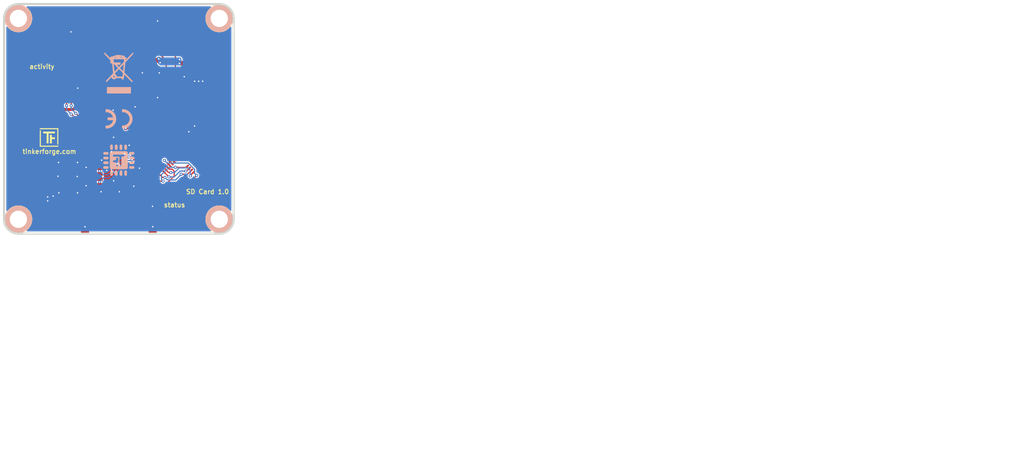
<source format=kicad_pcb>
(kicad_pcb (version 20171130) (host pcbnew 5.1.12-84ad8e8a86~92~ubuntu20.04.1)

  (general
    (thickness 1.6002)
    (drawings 13)
    (tracks 414)
    (zones 0)
    (modules 41)
    (nets 60)
  )

  (page A4)
  (title_block
    (title SD-Card)
    (date 2022-03-23)
    (rev 1.0)
    (company "Tinkerforge GmbH")
    (comment 1 "Licensed under CERN OHL v.1.1")
    (comment 2 "Copyright (©) 2022, B.Nordmeyer <bastian@tinkerforge.com>")
  )

  (layers
    (0 Vorderseite signal)
    (31 Rückseite signal)
    (32 B.Adhes user)
    (33 F.Adhes user)
    (34 B.Paste user)
    (35 F.Paste user)
    (36 B.SilkS user)
    (37 F.SilkS user)
    (38 B.Mask user)
    (39 F.Mask user)
    (40 Dwgs.User user)
    (41 Cmts.User user)
    (42 Eco1.User user)
    (43 Eco2.User user)
    (44 Edge.Cuts user)
    (45 Margin user)
    (46 B.CrtYd user)
    (47 F.CrtYd user)
    (48 B.Fab user)
    (49 F.Fab user)
  )

  (setup
    (last_trace_width 0.2)
    (user_trace_width 0.25)
    (user_trace_width 0.29972)
    (user_trace_width 0.45)
    (user_trace_width 0.5)
    (user_trace_width 0.59944)
    (user_trace_width 0.7)
    (user_trace_width 0.8001)
    (user_trace_width 1.00076)
    (trace_clearance 0.14986)
    (zone_clearance 0.2)
    (zone_45_only no)
    (trace_min 0.2)
    (via_size 0.55)
    (via_drill 0.25)
    (via_min_size 0.5)
    (via_min_drill 0.25)
    (user_via 0.7 0.25)
    (uvia_size 0.70104)
    (uvia_drill 0.24892)
    (uvias_allowed no)
    (uvia_min_size 0.701)
    (uvia_min_drill 0.2489)
    (edge_width 0.381)
    (segment_width 0.2)
    (pcb_text_width 0.3048)
    (pcb_text_size 1.524 2.032)
    (mod_edge_width 0.01)
    (mod_text_size 1.524 1.524)
    (mod_text_width 0.3048)
    (pad_size 3.5 3.5)
    (pad_drill 0)
    (pad_to_mask_clearance 0)
    (aux_axis_origin 105.3 83.1)
    (grid_origin 105.3 83.1)
    (visible_elements FFFEF7FF)
    (pcbplotparams
      (layerselection 0x010f8_ffffffff)
      (usegerberextensions true)
      (usegerberattributes false)
      (usegerberadvancedattributes false)
      (creategerberjobfile false)
      (excludeedgelayer true)
      (linewidth 0.150000)
      (plotframeref false)
      (viasonmask false)
      (mode 1)
      (useauxorigin false)
      (hpglpennumber 1)
      (hpglpenspeed 20)
      (hpglpendiameter 15.000000)
      (psnegative false)
      (psa4output false)
      (plotreference false)
      (plotvalue false)
      (plotinvisibletext false)
      (padsonsilk false)
      (subtractmaskfromsilk false)
      (outputformat 1)
      (mirror false)
      (drillshape 0)
      (scaleselection 1)
      (outputdirectory "/home/batti/tf/production/bricklets/rs485_1_1/pcb/"))
  )

  (net 0 "")
  (net 1 GND)
  (net 2 VCC)
  (net 3 "Net-(D1-Pad2)")
  (net 4 "Net-(D2-Pad2)")
  (net 5 S-MISO)
  (net 6 S-MOSI)
  (net 7 S-CLK)
  (net 8 S-CS)
  (net 9 "Net-(P2-Pad2)")
  (net 10 "Net-(P1-Pad1)")
  (net 11 "Net-(P1-Pad4)")
  (net 12 "Net-(P1-Pad5)")
  (net 13 "Net-(P1-Pad6)")
  (net 14 "Net-(U1-Pad5)")
  (net 15 "Net-(U1-Pad6)")
  (net 16 "Net-(U1-Pad7)")
  (net 17 "Net-(U1-Pad8)")
  (net 18 "Net-(U1-Pad9)")
  (net 19 "Net-(U1-Pad10)")
  (net 20 "Net-(U1-Pad11)")
  (net 21 "Net-(U1-Pad12)")
  (net 22 "Net-(U1-Pad21)")
  (net 23 "Net-(U1-Pad22)")
  (net 24 "Net-(U1-Pad26)")
  (net 25 "Net-(U1-Pad28)")
  (net 26 "Net-(U1-Pad30)")
  (net 27 "Net-(U1-Pad32)")
  (net 28 "Net-(U1-Pad35)")
  (net 29 "Net-(U1-Pad36)")
  (net 30 "Net-(U1-Pad43)")
  (net 31 "Net-(C1-Pad1)")
  (net 32 "Net-(C2-Pad2)")
  (net 33 "Net-(C3-Pad1)")
  (net 34 "Net-(C4-Pad1)")
  (net 35 "Net-(C10-Pad1)")
  (net 36 "Net-(J1-Pad8)")
  (net 37 "Net-(J1-Pad7)")
  (net 38 "Net-(J1-Pad5)")
  (net 39 "Net-(J1-Pad3)")
  (net 40 "Net-(J1-Pad2)")
  (net 41 "Net-(J1-Pad1)")
  (net 42 SD-CDS)
  (net 43 SD-MISO)
  (net 44 SD-CLK)
  (net 45 SD-MOSI)
  (net 46 SD-CS)
  (net 47 "Net-(U1-Pad13)")
  (net 48 "Net-(U1-Pad14)")
  (net 49 "Net-(U1-Pad15)")
  (net 50 "Net-(U1-Pad16)")
  (net 51 "Net-(U1-Pad20)")
  (net 52 "Net-(U1-Pad23)")
  (net 53 "Net-(U1-Pad24)")
  (net 54 "Net-(P3-Pad1)")
  (net 55 "Net-(R3-Pad2)")
  (net 56 "Net-(R4-Pad2)")
  (net 57 "Net-(U1-Pad25)")
  (net 58 RTC-XTAL2)
  (net 59 RTC-XTAL1)

  (net_class Default "Dies ist die voreingestellte Netzklasse."
    (clearance 0.14986)
    (trace_width 0.2)
    (via_dia 0.55)
    (via_drill 0.25)
    (uvia_dia 0.70104)
    (uvia_drill 0.24892)
    (add_net GND)
    (add_net "Net-(C1-Pad1)")
    (add_net "Net-(C10-Pad1)")
    (add_net "Net-(C2-Pad2)")
    (add_net "Net-(C3-Pad1)")
    (add_net "Net-(C4-Pad1)")
    (add_net "Net-(D1-Pad2)")
    (add_net "Net-(D2-Pad2)")
    (add_net "Net-(J1-Pad1)")
    (add_net "Net-(J1-Pad2)")
    (add_net "Net-(J1-Pad3)")
    (add_net "Net-(J1-Pad5)")
    (add_net "Net-(J1-Pad7)")
    (add_net "Net-(J1-Pad8)")
    (add_net "Net-(P1-Pad1)")
    (add_net "Net-(P1-Pad4)")
    (add_net "Net-(P1-Pad5)")
    (add_net "Net-(P1-Pad6)")
    (add_net "Net-(P2-Pad2)")
    (add_net "Net-(P3-Pad1)")
    (add_net "Net-(R3-Pad2)")
    (add_net "Net-(R4-Pad2)")
    (add_net "Net-(U1-Pad10)")
    (add_net "Net-(U1-Pad11)")
    (add_net "Net-(U1-Pad12)")
    (add_net "Net-(U1-Pad13)")
    (add_net "Net-(U1-Pad14)")
    (add_net "Net-(U1-Pad15)")
    (add_net "Net-(U1-Pad16)")
    (add_net "Net-(U1-Pad20)")
    (add_net "Net-(U1-Pad21)")
    (add_net "Net-(U1-Pad22)")
    (add_net "Net-(U1-Pad23)")
    (add_net "Net-(U1-Pad24)")
    (add_net "Net-(U1-Pad25)")
    (add_net "Net-(U1-Pad26)")
    (add_net "Net-(U1-Pad28)")
    (add_net "Net-(U1-Pad30)")
    (add_net "Net-(U1-Pad32)")
    (add_net "Net-(U1-Pad35)")
    (add_net "Net-(U1-Pad36)")
    (add_net "Net-(U1-Pad43)")
    (add_net "Net-(U1-Pad5)")
    (add_net "Net-(U1-Pad6)")
    (add_net "Net-(U1-Pad7)")
    (add_net "Net-(U1-Pad8)")
    (add_net "Net-(U1-Pad9)")
    (add_net RTC-XTAL1)
    (add_net RTC-XTAL2)
    (add_net S-CLK)
    (add_net S-CS)
    (add_net S-MISO)
    (add_net S-MOSI)
    (add_net SD-CDS)
    (add_net SD-CLK)
    (add_net SD-CS)
    (add_net SD-MISO)
    (add_net SD-MOSI)
    (add_net VCC)
  )

  (module kicad-libraries:Fiducial_Mark (layer Vorderseite) (tedit 560531B0) (tstamp 623B5C0E)
    (at 137.3 85.1)
    (attr smd)
    (fp_text reference Fiducial_Mark (at 0 0) (layer F.SilkS) hide
      (effects (font (size 0.127 0.127) (thickness 0.03302)))
    )
    (fp_text value VAL** (at 0 -0.29972) (layer F.SilkS) hide
      (effects (font (size 0.127 0.127) (thickness 0.03302)))
    )
    (fp_circle (center 0 0) (end 1.15062 0) (layer Dwgs.User) (width 0.01016))
    (pad 1 smd circle (at 0 0) (size 1.00076 1.00076) (layers Vorderseite F.Paste F.Mask)
      (clearance 0.65024))
  )

  (module kicad-libraries:Fiducial_Mark (layer Vorderseite) (tedit 560531B0) (tstamp 623B5BF9)
    (at 107.3 115.1)
    (attr smd)
    (fp_text reference Fiducial_Mark (at 0 0) (layer F.SilkS) hide
      (effects (font (size 0.127 0.127) (thickness 0.03302)))
    )
    (fp_text value VAL** (at 0 -0.29972) (layer F.SilkS) hide
      (effects (font (size 0.127 0.127) (thickness 0.03302)))
    )
    (fp_circle (center 0 0) (end 1.15062 0) (layer Dwgs.User) (width 0.01016))
    (pad 1 smd circle (at 0 0) (size 1.00076 1.00076) (layers Vorderseite F.Paste F.Mask)
      (clearance 0.65024))
  )

  (module kicad-libraries:Fiducial_Mark (layer Vorderseite) (tedit 560531B0) (tstamp 623B5BD2)
    (at 137.8 121.1)
    (attr smd)
    (fp_text reference Fiducial_Mark (at 0 0) (layer F.SilkS) hide
      (effects (font (size 0.127 0.127) (thickness 0.03302)))
    )
    (fp_text value VAL** (at 0 -0.29972) (layer F.SilkS) hide
      (effects (font (size 0.127 0.127) (thickness 0.03302)))
    )
    (fp_circle (center 0 0) (end 1.15062 0) (layer Dwgs.User) (width 0.01016))
    (pad 1 smd circle (at 0 0) (size 1.00076 1.00076) (layers Vorderseite F.Paste F.Mask)
      (clearance 0.65024))
  )

  (module kicad-libraries:Logo_31x31 (layer Vorderseite) (tedit 0) (tstamp 623B5389)
    (at 113.15 106.35)
    (fp_text reference G*** (at 0 0) (layer F.SilkS) hide
      (effects (font (size 1.524 1.524) (thickness 0.3)))
    )
    (fp_text value LOGO (at 0.75 0) (layer F.SilkS) hide
      (effects (font (size 1.524 1.524) (thickness 0.3)))
    )
    (fp_poly (pts (xy 0.483809 -0.030238) (xy 1.016 -0.030238) (xy 1.016 0.27819) (xy 0.483809 0.27819)
      (xy 0.483809 1.016) (xy 0.145142 1.016) (xy 0.145142 -0.459619) (xy 0.483809 -0.459619)
      (xy 0.483809 -0.030238)) (layer F.SilkS) (width 0.01))
    (fp_poly (pts (xy 1.016 -0.701524) (xy -0.090715 -0.701524) (xy -0.090715 1.016) (xy -0.429381 1.016)
      (xy -0.429381 -0.701524) (xy -1.028096 -0.701524) (xy -1.028096 -1.034143) (xy 1.016 -1.034143)
      (xy 1.016 -0.701524)) (layer F.SilkS) (width 0.01))
    (fp_poly (pts (xy 1.614714 1.221619) (xy 1.427238 1.221619) (xy 1.427238 -1.439334) (xy -1.62681 -1.439334)
      (xy -1.62681 -1.62681) (xy 1.614714 -1.62681) (xy 1.614714 1.221619)) (layer F.SilkS) (width 0.01))
    (fp_poly (pts (xy -1.433286 1.42119) (xy 1.614714 1.42119) (xy 1.614714 1.608666) (xy -1.62681 1.608666)
      (xy -1.62681 -1.239762) (xy -1.433286 -1.239762) (xy -1.433286 1.42119)) (layer F.SilkS) (width 0.01))
  )

  (module kicad-libraries:Logo_CoMCU (layer Rückseite) (tedit 0) (tstamp 605DF91F)
    (at 125.3 110.3 180)
    (attr smd)
    (fp_text reference G*** (at 0 0) (layer B.SilkS) hide
      (effects (font (size 1.524 1.524) (thickness 0.3)) (justify mirror))
    )
    (fp_text value LOGO (at 0.75 0) (layer B.SilkS) hide
      (effects (font (size 1.524 1.524) (thickness 0.3)) (justify mirror))
    )
    (fp_poly (pts (xy -1.083326 -1.807455) (xy -1.021749 -1.855631) (xy -0.996708 -1.88908) (xy -0.98448 -1.910311)
      (xy -0.975442 -1.932303) (xy -0.969114 -1.959961) (xy -0.965016 -1.99819) (xy -0.962667 -2.051895)
      (xy -0.961588 -2.125983) (xy -0.961298 -2.225358) (xy -0.961292 -2.250831) (xy -0.961474 -2.356363)
      (xy -0.962341 -2.435539) (xy -0.964372 -2.493265) (xy -0.968048 -2.534447) (xy -0.97385 -2.563989)
      (xy -0.982256 -2.586797) (xy -0.993749 -2.607776) (xy -0.996708 -2.612582) (xy -1.0485 -2.669267)
      (xy -1.116082 -2.705676) (xy -1.191105 -2.719696) (xy -1.265225 -2.709215) (xy -1.305169 -2.690672)
      (xy -1.339545 -2.669002) (xy -1.365843 -2.648992) (xy -1.385145 -2.62629) (xy -1.398532 -2.596544)
      (xy -1.407086 -2.555401) (xy -1.411889 -2.498508) (xy -1.414022 -2.421512) (xy -1.414569 -2.320062)
      (xy -1.414584 -2.250449) (xy -1.414584 -1.909473) (xy -1.375507 -1.867651) (xy -1.30749 -1.813994)
      (xy -1.232151 -1.7863) (xy -1.155444 -1.784232) (xy -1.083326 -1.807455)) (layer B.SilkS) (width 0.01))
    (fp_poly (pts (xy -0.287426 -1.800234) (xy -0.220294 -1.840199) (xy -0.176157 -1.889727) (xy -0.163976 -1.909422)
      (xy -0.154954 -1.930045) (xy -0.148618 -1.956407) (xy -0.144496 -1.993319) (xy -0.142116 -2.045593)
      (xy -0.141004 -2.11804) (xy -0.140687 -2.215471) (xy -0.140677 -2.250831) (xy -0.140845 -2.356825)
      (xy -0.141665 -2.43637) (xy -0.143609 -2.494276) (xy -0.147151 -2.535356) (xy -0.152762 -2.56442)
      (xy -0.160916 -2.586281) (xy -0.172086 -2.605749) (xy -0.176157 -2.611935) (xy -0.233584 -2.671915)
      (xy -0.305711 -2.707875) (xy -0.38535 -2.717967) (xy -0.465312 -2.700346) (xy -0.484797 -2.691244)
      (xy -0.53575 -2.650252) (xy -0.575196 -2.593551) (xy -0.587718 -2.567953) (xy -0.596833 -2.543045)
      (xy -0.602985 -2.513656) (xy -0.606613 -2.474614) (xy -0.60816 -2.420747) (xy -0.608067 -2.346881)
      (xy -0.606776 -2.247846) (xy -0.606458 -2.227385) (xy -0.604651 -2.123601) (xy -0.602566 -2.04616)
      (xy -0.59961 -1.990143) (xy -0.595191 -1.950633) (xy -0.588714 -1.922712) (xy -0.579587 -1.901463)
      (xy -0.567217 -1.881967) (xy -0.564291 -1.877832) (xy -0.507432 -1.822397) (xy -0.437799 -1.791125)
      (xy -0.362195 -1.783807) (xy -0.287426 -1.800234)) (layer B.SilkS) (width 0.01))
    (fp_poly (pts (xy 0.473995 -1.786675) (xy 0.555073 -1.805797) (xy 0.617389 -1.84902) (xy 0.658815 -1.907213)
      (xy 0.669288 -1.930311) (xy 0.67693 -1.958095) (xy 0.682167 -1.995603) (xy 0.685428 -2.047877)
      (xy 0.68714 -2.119956) (xy 0.687731 -2.216879) (xy 0.687754 -2.248225) (xy 0.686957 -2.365713)
      (xy 0.683869 -2.456527) (xy 0.677448 -2.52523) (xy 0.666651 -2.576385) (xy 0.650435 -2.614554)
      (xy 0.627757 -2.6443) (xy 0.597573 -2.670185) (xy 0.590045 -2.675656) (xy 0.523925 -2.705859)
      (xy 0.446804 -2.715881) (xy 0.372136 -2.70476) (xy 0.344189 -2.693266) (xy 0.298269 -2.660346)
      (xy 0.25801 -2.61722) (xy 0.254312 -2.611935) (xy 0.24213 -2.59224) (xy 0.233108 -2.571617)
      (xy 0.226773 -2.545256) (xy 0.222651 -2.508344) (xy 0.22027 -2.45607) (xy 0.219158 -2.383623)
      (xy 0.218842 -2.286191) (xy 0.218831 -2.250831) (xy 0.218999 -2.144837) (xy 0.219819 -2.065292)
      (xy 0.221764 -2.007386) (xy 0.225305 -1.966306) (xy 0.230917 -1.937242) (xy 0.239071 -1.915382)
      (xy 0.25024 -1.895913) (xy 0.254312 -1.889727) (xy 0.312661 -1.828001) (xy 0.386221 -1.793287)
      (xy 0.47287 -1.78658) (xy 0.473995 -1.786675)) (layer B.SilkS) (width 0.01))
    (fp_poly (pts (xy 1.346689 -1.796257) (xy 1.417899 -1.835911) (xy 1.459615 -1.876331) (xy 1.500554 -1.924984)
      (xy 1.500554 -2.576679) (xy 1.459615 -2.625332) (xy 1.392744 -2.68417) (xy 1.31729 -2.714883)
      (xy 1.237726 -2.716573) (xy 1.15852 -2.688344) (xy 1.155117 -2.686403) (xy 1.118225 -2.663117)
      (xy 1.090106 -2.638629) (xy 1.069578 -2.608492) (xy 1.055461 -2.568257) (xy 1.046573 -2.513474)
      (xy 1.041732 -2.439696) (xy 1.039757 -2.342474) (xy 1.039447 -2.250831) (xy 1.039629 -2.145299)
      (xy 1.040495 -2.066123) (xy 1.042527 -2.008397) (xy 1.046203 -1.967215) (xy 1.052004 -1.937674)
      (xy 1.060411 -1.914866) (xy 1.071903 -1.893886) (xy 1.074862 -1.88908) (xy 1.128828 -1.828558)
      (xy 1.196134 -1.79278) (xy 1.270761 -1.781947) (xy 1.346689 -1.796257)) (layer B.SilkS) (width 0.01))
    (fp_poly (pts (xy 1.401473 1.517994) (xy 1.47671 1.460826) (xy 1.52785 1.38703) (xy 1.544753 1.345821)
      (xy 1.548306 1.326172) (xy 1.551427 1.288223) (xy 1.554134 1.230636) (xy 1.556445 1.152071)
      (xy 1.558379 1.051191) (xy 1.559953 0.926656) (xy 1.561186 0.777128) (xy 1.562096 0.601268)
      (xy 1.5627 0.397737) (xy 1.563017 0.165198) (xy 1.563077 -0.01065) (xy 1.563023 -0.246037)
      (xy 1.562836 -0.452171) (xy 1.56248 -0.631062) (xy 1.561921 -0.78472) (xy 1.561121 -0.915154)
      (xy 1.560047 -1.024374) (xy 1.558661 -1.114388) (xy 1.556928 -1.187205) (xy 1.554812 -1.244836)
      (xy 1.552278 -1.28929) (xy 1.54929 -1.322576) (xy 1.545813 -1.346702) (xy 1.541809 -1.36368)
      (xy 1.538885 -1.371889) (xy 1.490496 -1.453457) (xy 1.420224 -1.514817) (xy 1.387854 -1.533337)
      (xy 1.376626 -1.538582) (xy 1.363374 -1.543171) (xy 1.346058 -1.547145) (xy 1.322638 -1.550548)
      (xy 1.291076 -1.553423) (xy 1.249332 -1.555812) (xy 1.195365 -1.557757) (xy 1.127137 -1.559302)
      (xy 1.042608 -1.56049) (xy 0.939738 -1.561362) (xy 0.816487 -1.561961) (xy 0.670817 -1.562331)
      (xy 0.500687 -1.562513) (xy 0.304058 -1.562552) (xy 0.078891 -1.562488) (xy -0.003285 -1.562451)
      (xy -0.24064 -1.562292) (xy -0.448714 -1.562028) (xy -0.629489 -1.561622) (xy -0.784944 -1.561039)
      (xy -0.917061 -1.560241) (xy -1.027821 -1.559192) (xy -1.119205 -1.557856) (xy -1.193192 -1.556197)
      (xy -1.251765 -1.554178) (xy -1.296903 -1.551762) (xy -1.330588 -1.548914) (xy -1.354801 -1.545598)
      (xy -1.371521 -1.541775) (xy -1.382731 -1.537411) (xy -1.383323 -1.537105) (xy -1.46355 -1.481491)
      (xy -1.519889 -1.409949) (xy -1.533534 -1.383323) (xy -1.53865 -1.370983) (xy -1.543125 -1.35621)
      (xy -1.547003 -1.336953) (xy -1.550328 -1.311158) (xy -1.553142 -1.276771) (xy -1.555489 -1.231739)
      (xy -1.557412 -1.174008) (xy -1.558954 -1.101527) (xy -1.560159 -1.012239) (xy -1.56107 -0.904094)
      (xy -1.56173 -0.775037) (xy -1.562183 -0.623015) (xy -1.562472 -0.445974) (xy -1.56264 -0.241862)
      (xy -1.562731 -0.008624) (xy -1.562733 0.001449) (xy -1.562984 0.969107) (xy -1.016 0.969107)
      (xy -1.016 0.6096) (xy -0.453292 0.6096) (xy -0.453292 -1.047262) (xy -0.093784 -1.047262)
      (xy -0.093784 0.4064) (xy 0.109416 0.4064) (xy 0.109416 -1.047262) (xy 0.468923 -1.047262)
      (xy 0.468923 -0.375139) (xy 1.00037 -0.375139) (xy 1.00037 -0.016387) (xy 0.738554 -0.012101)
      (xy 0.476739 -0.007816) (xy 0.472377 0.199292) (xy 0.468016 0.4064) (xy 0.109416 0.4064)
      (xy -0.093784 0.4064) (xy -0.093784 0.6096) (xy 1.00037 0.6096) (xy 1.00037 0.969107)
      (xy -1.016 0.969107) (xy -1.562984 0.969107) (xy -1.563077 1.323698) (xy -1.526694 1.392587)
      (xy -1.471264 1.464884) (xy -1.414596 1.508369) (xy -1.338882 1.555261) (xy 1.336431 1.555261)
      (xy 1.401473 1.517994)) (layer B.SilkS) (width 0.01))
    (fp_poly (pts (xy 2.625332 -1.088201) (xy 2.685044 -1.155778) (xy 2.715461 -1.231666) (xy 2.715908 -1.312741)
      (xy 2.68998 -1.387854) (xy 2.667293 -1.426985) (xy 2.6417 -1.456709) (xy 2.608709 -1.478365)
      (xy 2.563823 -1.493288) (xy 2.502548 -1.502818) (xy 2.420388 -1.508291) (xy 2.31285 -1.511044)
      (xy 2.274277 -1.511548) (xy 2.180828 -1.51188) (xy 2.095835 -1.510833) (xy 2.025218 -1.508585)
      (xy 1.974898 -1.505314) (xy 1.952496 -1.50186) (xy 1.873902 -1.46247) (xy 1.817978 -1.40323)
      (xy 1.787231 -1.327479) (xy 1.781908 -1.274677) (xy 1.796929 -1.193757) (xy 1.841938 -1.12155)
      (xy 1.876331 -1.088201) (xy 1.924984 -1.047262) (xy 2.576679 -1.047262) (xy 2.625332 -1.088201)) (layer B.SilkS) (width 0.01))
    (fp_poly (pts (xy -2.144664 -1.032091) (xy -2.064804 -1.033586) (xy -2.006301 -1.03656) (xy -1.964209 -1.041409)
      (xy -1.933578 -1.048525) (xy -1.909462 -1.058304) (xy -1.908065 -1.059009) (xy -1.842404 -1.107477)
      (xy -1.801986 -1.173785) (xy -1.786675 -1.24539) (xy -1.793035 -1.332185) (xy -1.827414 -1.405917)
      (xy -1.888818 -1.464464) (xy -1.889727 -1.465073) (xy -1.909422 -1.477255) (xy -1.930044 -1.486277)
      (xy -1.956406 -1.492613) (xy -1.993318 -1.496734) (xy -2.045592 -1.499115) (xy -2.118039 -1.500227)
      (xy -2.215471 -1.500544) (xy -2.25083 -1.500554) (xy -2.356825 -1.500386) (xy -2.436369 -1.499566)
      (xy -2.494275 -1.497622) (xy -2.535355 -1.49408) (xy -2.56442 -1.488469) (xy -2.58628 -1.480315)
      (xy -2.605748 -1.469145) (xy -2.611934 -1.465073) (xy -2.67366 -1.406724) (xy -2.708374 -1.333164)
      (xy -2.715081 -1.246515) (xy -2.714986 -1.24539) (xy -2.695173 -1.162623) (xy -2.651032 -1.0991)
      (xy -2.593596 -1.059009) (xy -2.569721 -1.049052) (xy -2.53964 -1.041781) (xy -2.498405 -1.036803)
      (xy -2.441067 -1.033724) (xy -2.362679 -1.032148) (xy -2.258293 -1.031681) (xy -2.25083 -1.03168)
      (xy -2.144664 -1.032091)) (layer B.SilkS) (width 0.01))
    (fp_poly (pts (xy -2.132431 -0.219281) (xy -2.040949 -0.221362) (xy -1.972047 -0.226169) (xy -1.921386 -0.234797)
      (xy -1.884628 -0.248342) (xy -1.857433 -0.2679) (xy -1.835463 -0.294566) (xy -1.814642 -0.328967)
      (xy -1.787837 -0.405867) (xy -1.788061 -0.485725) (xy -1.813376 -0.56095) (xy -1.861841 -0.623954)
      (xy -1.896704 -0.65007) (xy -1.918451 -0.661123) (xy -1.945138 -0.669239) (xy -1.981886 -0.674942)
      (xy -2.033818 -0.678753) (xy -2.106054 -0.681194) (xy -2.203719 -0.682787) (xy -2.219569 -0.68297)
      (xy -2.312376 -0.683301) (xy -2.397323 -0.682291) (xy -2.468201 -0.680114) (xy -2.518801 -0.676945)
      (xy -2.54 -0.67395) (xy -2.6115 -0.645258) (xy -2.663676 -0.597705) (xy -2.687313 -0.561464)
      (xy -2.71546 -0.481394) (xy -2.71343 -0.39877) (xy -2.687019 -0.328967) (xy -2.66595 -0.294202)
      (xy -2.643943 -0.267627) (xy -2.61666 -0.248147) (xy -2.579761 -0.234667) (xy -2.528908 -0.226091)
      (xy -2.459763 -0.221323) (xy -2.367986 -0.219268) (xy -2.25083 -0.218831) (xy -2.132431 -0.219281)) (layer B.SilkS) (width 0.01))
    (fp_poly (pts (xy 2.356997 -0.219291) (xy 2.436858 -0.220786) (xy 2.49536 -0.22376) (xy 2.537453 -0.228609)
      (xy 2.568083 -0.235725) (xy 2.5922 -0.245504) (xy 2.593597 -0.246209) (xy 2.65655 -0.289813)
      (xy 2.694571 -0.34632) (xy 2.710814 -0.421249) (xy 2.711939 -0.453293) (xy 2.702661 -0.536083)
      (xy 2.672726 -0.598492) (xy 2.618977 -0.64604) (xy 2.593597 -0.660376) (xy 2.55349 -0.67205)
      (xy 2.488955 -0.680906) (xy 2.406699 -0.686944) (xy 2.313429 -0.690163) (xy 2.215851 -0.690564)
      (xy 2.120673 -0.688147) (xy 2.034601 -0.682911) (xy 1.964341 -0.674857) (xy 1.9166 -0.663985)
      (xy 1.908065 -0.660376) (xy 1.845112 -0.616772) (xy 1.807091 -0.560266) (xy 1.790848 -0.485336)
      (xy 1.789723 -0.453293) (xy 1.799001 -0.370503) (xy 1.828936 -0.308094) (xy 1.882685 -0.260545)
      (xy 1.908065 -0.246209) (xy 1.93194 -0.236252) (xy 1.962021 -0.228981) (xy 2.003257 -0.224003)
      (xy 2.060594 -0.220924) (xy 2.138982 -0.219348) (xy 2.243368 -0.218881) (xy 2.250831 -0.21888)
      (xy 2.356997 -0.219291)) (layer B.SilkS) (width 0.01))
    (fp_poly (pts (xy -2.137202 0.609403) (xy -2.059333 0.608536) (xy -2.002899 0.60648) (xy -1.962986 0.602738)
      (xy -1.934681 0.596816) (xy -1.91307 0.588218) (xy -1.893242 0.576449) (xy -1.889727 0.574119)
      (xy -1.828001 0.51577) (xy -1.793286 0.44221) (xy -1.78658 0.355561) (xy -1.786675 0.354435)
      (xy -1.806488 0.271668) (xy -1.850628 0.208146) (xy -1.908065 0.168055) (xy -1.93194 0.158097)
      (xy -1.962021 0.150827) (xy -2.003256 0.145849) (xy -2.060594 0.142769) (xy -2.138981 0.141193)
      (xy -2.243367 0.140727) (xy -2.25083 0.140725) (xy -2.356997 0.141136) (xy -2.436857 0.142631)
      (xy -2.49536 0.145606) (xy -2.537452 0.150454) (xy -2.568083 0.157571) (xy -2.592199 0.16735)
      (xy -2.593596 0.168055) (xy -2.656549 0.211659) (xy -2.69457 0.268165) (xy -2.710814 0.343095)
      (xy -2.711938 0.375138) (xy -2.702661 0.457928) (xy -2.672725 0.520337) (xy -2.618976 0.567886)
      (xy -2.593596 0.582222) (xy -2.570158 0.592023) (xy -2.54065 0.599225) (xy -2.500224 0.604203)
      (xy -2.444036 0.607334) (xy -2.36724 0.608995) (xy -2.264989 0.60956) (xy -2.241419 0.609575)
      (xy -2.137202 0.609403)) (layer B.SilkS) (width 0.01))
    (fp_poly (pts (xy 2.357374 0.601529) (xy 2.43751 0.600481) (xy 2.496093 0.598215) (xy 2.537977 0.594308)
      (xy 2.568013 0.588335) (xy 2.591056 0.579873) (xy 2.608571 0.570523) (xy 2.669584 0.518266)
      (xy 2.706549 0.451671) (xy 2.719059 0.376852) (xy 2.706708 0.299927) (xy 2.669088 0.22701)
      (xy 2.634047 0.187569) (xy 2.6193 0.174481) (xy 2.603917 0.164655) (xy 2.583408 0.157574)
      (xy 2.553287 0.152717) (xy 2.509065 0.149566) (xy 2.446254 0.147602) (xy 2.360367 0.146306)
      (xy 2.269147 0.145374) (xy 2.170628 0.144855) (xy 2.081921 0.145205) (xy 2.008084 0.146337)
      (xy 1.954174 0.148165) (xy 1.925249 0.150604) (xy 1.922585 0.151271) (xy 1.894516 0.167908)
      (xy 1.862484 0.193466) (xy 1.81129 0.258281) (xy 1.785613 0.332225) (xy 1.784979 0.408642)
      (xy 1.808912 0.480878) (xy 1.856939 0.54228) (xy 1.88908 0.566369) (xy 1.910311 0.578597)
      (xy 1.932303 0.587634) (xy 1.959961 0.593962) (xy 1.99819 0.59806) (xy 2.051895 0.600409)
      (xy 2.125983 0.601488) (xy 2.225358 0.601779) (xy 2.250831 0.601784) (xy 2.357374 0.601529)) (layer B.SilkS) (width 0.01))
    (fp_poly (pts (xy 2.358119 1.422191) (xy 2.437377 1.421379) (xy 2.495031 1.419428) (xy 2.535908 1.415862)
      (xy 2.564837 1.410207) (xy 2.586646 1.401986) (xy 2.606162 1.390723) (xy 2.611935 1.386919)
      (xy 2.672005 1.330519) (xy 2.707542 1.262302) (xy 2.718829 1.188581) (xy 2.706147 1.115669)
      (xy 2.669779 1.049879) (xy 2.610005 0.997526) (xy 2.594147 0.988646) (xy 2.567241 0.975881)
      (xy 2.540302 0.966688) (xy 2.507831 0.960531) (xy 2.464326 0.956876) (xy 2.404287 0.955186)
      (xy 2.322212 0.954926) (xy 2.251427 0.95529) (xy 2.159967 0.956316) (xy 2.077762 0.958029)
      (xy 2.010598 0.960245) (xy 1.96426 0.962782) (xy 1.946031 0.96493) (xy 1.877178 0.996275)
      (xy 1.826727 1.047211) (xy 1.795417 1.111533) (xy 1.783992 1.183036) (xy 1.793192 1.255516)
      (xy 1.823759 1.322767) (xy 1.876435 1.378584) (xy 1.895088 1.391223) (xy 1.915263 1.402008)
      (xy 1.938543 1.409983) (xy 1.969733 1.415566) (xy 2.013636 1.419174) (xy 2.075056 1.421228)
      (xy 2.158797 1.422144) (xy 2.252427 1.422341) (xy 2.358119 1.422191)) (layer B.SilkS) (width 0.01))
    (fp_poly (pts (xy -2.150399 1.437756) (xy -2.075727 1.436559) (xy -2.021313 1.433874) (xy -1.981657 1.429138)
      (xy -1.951258 1.421788) (xy -1.924616 1.411261) (xy -1.907514 1.402861) (xy -1.840944 1.353392)
      (xy -1.798796 1.28934) (xy -1.781652 1.216339) (xy -1.790093 1.140029) (xy -1.8247 1.066045)
      (xy -1.867614 1.016) (xy -1.882402 1.002906) (xy -1.897905 0.99306) (xy -1.918613 0.985926)
      (xy -1.949016 0.980971) (xy -1.993602 0.97766) (xy -2.056862 0.975459) (xy -2.143285 0.973835)
      (xy -2.232515 0.972585) (xy -2.341844 0.971309) (xy -2.424559 0.971039) (xy -2.485298 0.972112)
      (xy -2.528702 0.974867) (xy -2.559409 0.97964) (xy -2.582059 0.98677) (xy -2.601291 0.996593)
      (xy -2.606573 0.999796) (xy -2.668381 1.054024) (xy -2.705999 1.120889) (xy -2.719624 1.194084)
      (xy -2.709448 1.267303) (xy -2.675667 1.334239) (xy -2.618474 1.388585) (xy -2.594146 1.402861)
      (xy -2.567067 1.415649) (xy -2.539651 1.424909) (xy -2.5064 1.431205) (xy -2.461813 1.435099)
      (xy -2.400388 1.437156) (xy -2.316626 1.437938) (xy -2.25083 1.43803) (xy -2.150399 1.437756)) (layer B.SilkS) (width 0.01))
    (fp_poly (pts (xy -1.127911 2.708395) (xy -1.067189 2.688788) (xy -1.052315 2.679565) (xy -1.020001 2.653051)
      (xy -0.995529 2.624111) (xy -0.977836 2.588125) (xy -0.965857 2.540477) (xy -0.958528 2.476546)
      (xy -0.954784 2.391713) (xy -0.953562 2.28136) (xy -0.953525 2.25083) (xy -0.954319 2.133571)
      (xy -0.957393 2.042957) (xy -0.963784 1.974396) (xy -0.97453 1.923296) (xy -0.990669 1.885065)
      (xy -1.013237 1.855112) (xy -1.043272 1.828844) (xy -1.050005 1.82382) (xy -1.109476 1.796533)
      (xy -1.182194 1.786027) (xy -1.254505 1.793159) (xy -1.296242 1.808396) (xy -1.333922 1.829753)
      (xy -1.362661 1.851947) (xy -1.383742 1.879412) (xy -1.39845 1.916584) (xy -1.408067 1.967897)
      (xy -1.413877 2.037786) (xy -1.417164 2.130686) (xy -1.418952 2.232388) (xy -1.419999 2.351896)
      (xy -1.418685 2.444662) (xy -1.414052 2.515174) (xy -1.405143 2.56792) (xy -1.391001 2.607389)
      (xy -1.370668 2.638067) (xy -1.343187 2.664444) (xy -1.323561 2.679565) (xy -1.268905 2.703784)
      (xy -1.199418 2.713394) (xy -1.127911 2.708395)) (layer B.SilkS) (width 0.01))
    (fp_poly (pts (xy -0.256169 2.694381) (xy -0.195331 2.645892) (xy -0.160215 2.594146) (xy -0.147427 2.567067)
      (xy -0.138167 2.539651) (xy -0.131871 2.5064) (xy -0.127977 2.461813) (xy -0.12592 2.400388)
      (xy -0.125138 2.316626) (xy -0.125046 2.25083) (xy -0.12532 2.150399) (xy -0.126518 2.075727)
      (xy -0.129203 2.021313) (xy -0.133938 1.981657) (xy -0.141288 1.951258) (xy -0.151815 1.924616)
      (xy -0.160215 1.907514) (xy -0.208103 1.844368) (xy -0.272338 1.801786) (xy -0.345588 1.782004)
      (xy -0.420518 1.787259) (xy -0.476738 1.810989) (xy -0.511115 1.83266) (xy -0.537413 1.85267)
      (xy -0.556714 1.875372) (xy -0.570101 1.905118) (xy -0.578655 1.946261) (xy -0.583458 2.003154)
      (xy -0.585592 2.080149) (xy -0.586138 2.181599) (xy -0.586153 2.251212) (xy -0.586153 2.592189)
      (xy -0.547077 2.63401) (xy -0.478495 2.688414) (xy -0.40339 2.716223) (xy -0.327402 2.718018)
      (xy -0.256169 2.694381)) (layer B.SilkS) (width 0.01))
    (fp_poly (pts (xy 0.512077 2.712) (xy 0.582008 2.681693) (xy 0.641477 2.626914) (xy 0.652273 2.611934)
      (xy 0.664483 2.59219) (xy 0.673516 2.571519) (xy 0.679849 2.545095) (xy 0.683958 2.508088)
      (xy 0.686317 2.455671) (xy 0.687404 2.383015) (xy 0.687693 2.285292) (xy 0.687696 2.252427)
      (xy 0.687423 2.145625) (xy 0.686374 2.065279) (xy 0.684129 2.006584) (xy 0.680271 1.964739)
      (xy 0.67438 1.934938) (xy 0.666039 1.912377) (xy 0.656577 1.895088) (xy 0.601994 1.833255)
      (xy 0.531919 1.795152) (xy 0.453186 1.782627) (xy 0.372631 1.79753) (xy 0.343633 1.810418)
      (xy 0.29221 1.851946) (xy 0.254 1.907514) (xy 0.241212 1.934594) (xy 0.231952 1.962009)
      (xy 0.225657 1.995261) (xy 0.221762 2.039848) (xy 0.219706 2.101273) (xy 0.218923 2.185035)
      (xy 0.218831 2.25083) (xy 0.219105 2.351262) (xy 0.220303 2.425934) (xy 0.222988 2.480348)
      (xy 0.227723 2.520004) (xy 0.235073 2.550403) (xy 0.245601 2.577045) (xy 0.254 2.594146)
      (xy 0.302646 2.658908) (xy 0.366082 2.700325) (xy 0.437997 2.718116) (xy 0.512077 2.712)) (layer B.SilkS) (width 0.01))
    (fp_poly (pts (xy 1.302426 2.714986) (xy 1.385193 2.695173) (xy 1.448716 2.651032) (xy 1.488807 2.593596)
      (xy 1.498765 2.569721) (xy 1.506035 2.53964) (xy 1.511013 2.498405) (xy 1.514092 2.441067)
      (xy 1.515668 2.362679) (xy 1.516135 2.258293) (xy 1.516136 2.25083) (xy 1.515342 2.133571)
      (xy 1.512268 2.042957) (xy 1.505877 1.974396) (xy 1.495131 1.923296) (xy 1.478993 1.885065)
      (xy 1.456425 1.855112) (xy 1.426389 1.828844) (xy 1.419657 1.82382) (xy 1.360147 1.796527)
      (xy 1.287294 1.78604) (xy 1.214634 1.793205) (xy 1.17262 1.808396) (xy 1.1267 1.841315)
      (xy 1.086441 1.884441) (xy 1.082743 1.889727) (xy 1.070561 1.909422) (xy 1.061539 1.930044)
      (xy 1.055203 1.956406) (xy 1.051082 1.993318) (xy 1.048701 2.045592) (xy 1.047589 2.118039)
      (xy 1.047272 2.215471) (xy 1.047262 2.25083) (xy 1.04743 2.356825) (xy 1.04825 2.436369)
      (xy 1.050194 2.494275) (xy 1.053736 2.535355) (xy 1.059347 2.56442) (xy 1.067501 2.58628)
      (xy 1.078671 2.605748) (xy 1.082743 2.611934) (xy 1.141092 2.67366) (xy 1.214652 2.708374)
      (xy 1.301301 2.715081) (xy 1.302426 2.714986)) (layer B.SilkS) (width 0.01))
  )

  (module kicad-libraries:WEEE_7mm (layer Rückseite) (tedit 5922FFAE) (tstamp 605DF70E)
    (at 125.3 95.1 180)
    (attr smd)
    (fp_text reference VAL (at 0 0) (layer B.SilkS) hide
      (effects (font (size 0.2 0.2) (thickness 0.05)) (justify mirror))
    )
    (fp_text value WEEE_7mm (at 0.75 0) (layer B.SilkS) hide
      (effects (font (size 0.2 0.2) (thickness 0.05)) (justify mirror))
    )
    (fp_poly (pts (xy 2.032 -3.527778) (xy -0.014111 -3.527778) (xy -2.060222 -3.527778) (xy -2.060222 -3.019778)
      (xy -2.060222 -2.511778) (xy -0.014111 -2.511778) (xy 2.032 -2.511778) (xy 2.032 -3.019778)
      (xy 2.032 -3.527778)) (layer B.SilkS) (width 0.1))
    (fp_poly (pts (xy 2.482863 3.409859) (xy 2.480804 3.376179) (xy 2.471206 3.341837) (xy 2.44964 3.301407)
      (xy 2.411675 3.249463) (xy 2.352883 3.180577) (xy 2.268835 3.089322) (xy 2.155101 2.970274)
      (xy 2.007251 2.818004) (xy 1.961444 2.771041) (xy 1.439333 2.23603) (xy 1.439333 1.978793)
      (xy 1.439333 1.721555) (xy 1.298222 1.721555) (xy 1.298222 1.994947) (xy 1.298222 2.099005)
      (xy 1.213555 2.017889) (xy 1.160676 1.962169) (xy 1.131131 1.921219) (xy 1.128889 1.913831)
      (xy 1.153434 1.897717) (xy 1.212566 1.89089) (xy 1.213555 1.890889) (xy 1.269418 1.895963)
      (xy 1.29309 1.922356) (xy 1.298206 1.986828) (xy 1.298222 1.994947) (xy 1.298222 1.721555)
      (xy 1.28539 1.721555) (xy 1.241376 1.723224) (xy 1.205837 1.724651) (xy 1.177386 1.720468)
      (xy 1.154636 1.705309) (xy 1.136199 1.673804) (xy 1.120687 1.620585) (xy 1.106713 1.540286)
      (xy 1.092889 1.427539) (xy 1.077827 1.276974) (xy 1.060141 1.083225) (xy 1.038443 0.840924)
      (xy 1.028031 0.725936) (xy 1.016 0.593851) (xy 1.016 2.342444) (xy 1.016 2.427111)
      (xy 0.964919 2.427111) (xy 0.964919 2.654131) (xy 0.96044 2.665934) (xy 0.910629 2.701752)
      (xy 0.825292 2.742703) (xy 0.723934 2.781372) (xy 0.626061 2.810345) (xy 0.551179 2.822208)
      (xy 0.549274 2.822222) (xy 0.494484 2.808563) (xy 0.479778 2.765778) (xy 0.476666 2.742735)
      (xy 0.461334 2.726991) (xy 0.424786 2.717163) (xy 0.358027 2.711867) (xy 0.252063 2.709719)
      (xy 0.239909 2.709686) (xy 0.239909 2.892647) (xy 0.233665 2.897338) (xy 0.218722 2.899226)
      (xy 0.112749 2.903792) (xy 0.007055 2.899226) (xy -0.017767 2.894178) (xy 0.007962 2.890336)
      (xy 0.078354 2.888317) (xy 0.112889 2.888155) (xy 0.197687 2.889381) (xy 0.239909 2.892647)
      (xy 0.239909 2.709686) (xy 0.112889 2.709333) (xy -0.254 2.709333) (xy -0.254 2.782537)
      (xy -0.256796 2.824575) (xy -0.274517 2.843911) (xy -0.321168 2.845575) (xy -0.402167 2.835755)
      (xy -0.502773 2.820747) (xy -0.559752 2.80431) (xy -0.585498 2.778111) (xy -0.592403 2.733815)
      (xy -0.592667 2.707668) (xy -0.592667 2.624667) (xy 0.201011 2.624667) (xy 0.434757 2.624964)
      (xy 0.617649 2.62606) (xy 0.755277 2.628256) (xy 0.853229 2.631858) (xy 0.917094 2.637169)
      (xy 0.952461 2.644492) (xy 0.964919 2.654131) (xy 0.964919 2.427111) (xy 0.026103 2.427111)
      (xy -0.874889 2.427111) (xy -0.874889 2.652889) (xy -0.884518 2.680377) (xy -0.887335 2.681111)
      (xy -0.91143 2.661335) (xy -0.917222 2.652889) (xy -0.914985 2.626883) (xy -0.904777 2.624667)
      (xy -0.876038 2.645153) (xy -0.874889 2.652889) (xy -0.874889 2.427111) (xy -0.963793 2.427111)
      (xy -0.943537 2.166055) (xy -0.938094 2.087369) (xy -0.932714 2.024235) (xy -0.92321 1.970393)
      (xy -0.905395 1.919583) (xy -0.875081 1.865545) (xy -0.828081 1.802019) (xy -0.760208 1.722746)
      (xy -0.667273 1.621464) (xy -0.54509 1.491915) (xy -0.389471 1.327837) (xy -0.366889 1.303985)
      (xy -0.042333 0.961041) (xy 0.205281 1.207243) (xy 0.452896 1.453444) (xy 0.099448 1.461343)
      (xy -0.254 1.469242) (xy -0.254 1.623621) (xy -0.254 1.778) (xy 0.183444 1.778)
      (xy 0.620889 1.778) (xy 0.620889 1.701353) (xy 0.622969 1.664993) (xy 0.634687 1.65375)
      (xy 0.664256 1.671682) (xy 0.719893 1.722845) (xy 0.776111 1.778) (xy 0.854414 1.857186)
      (xy 0.900636 1.914327) (xy 0.92323 1.966659) (xy 0.930646 2.031417) (xy 0.931333 2.094536)
      (xy 0.934803 2.190842) (xy 0.947055 2.241675) (xy 0.97085 2.257681) (xy 0.973667 2.257778)
      (xy 1.007275 2.28302) (xy 1.016 2.342444) (xy 1.016 0.593851) (xy 0.954054 -0.086239)
      (xy 1.34486 -0.498024) (xy 1.555216 -0.719617) (xy 1.729916 -0.903769) (xy 1.872041 -1.054091)
      (xy 1.984676 -1.174196) (xy 2.070901 -1.267694) (xy 2.133801 -1.338196) (xy 2.176457 -1.389314)
      (xy 2.201952 -1.424658) (xy 2.21337 -1.447841) (xy 2.213792 -1.462473) (xy 2.206301 -1.472165)
      (xy 2.19398 -1.480529) (xy 2.187398 -1.485028) (xy 2.139541 -1.515553) (xy 2.118022 -1.524)
      (xy 2.094879 -1.504317) (xy 2.039069 -1.449218) (xy 1.956356 -1.364626) (xy 1.852504 -1.256463)
      (xy 1.733278 -1.130652) (xy 1.678916 -1.072812) (xy 1.255889 -0.621625) (xy 1.239947 -0.712979)
      (xy 1.197516 -0.849251) (xy 1.119827 -0.950313) (xy 1.079557 -0.982306) (xy 1.017977 -1.011638)
      (xy 1.017977 -0.632978) (xy 0.995676 -0.556992) (xy 0.945013 -0.49721) (xy 0.945013 1.715394)
      (xy 0.94482 1.716067) (xy 0.923395 1.700567) (xy 0.870211 1.651048) (xy 0.792165 1.57462)
      (xy 0.696154 1.478392) (xy 0.589075 1.369476) (xy 0.477826 1.254981) (xy 0.369303 1.142017)
      (xy 0.270405 1.037695) (xy 0.188029 0.949124) (xy 0.129071 0.883415) (xy 0.100429 0.847678)
      (xy 0.098778 0.843916) (xy 0.117043 0.81413) (xy 0.166773 0.753937) (xy 0.240369 0.67125)
      (xy 0.330231 0.573984) (xy 0.42876 0.470051) (xy 0.528358 0.367365) (xy 0.621424 0.273839)
      (xy 0.70036 0.197387) (xy 0.757566 0.145921) (xy 0.785443 0.127355) (xy 0.786505 0.12776)
      (xy 0.793707 0.159396) (xy 0.805121 0.239895) (xy 0.819901 0.361901) (xy 0.837205 0.51806)
      (xy 0.856186 0.701015) (xy 0.876002 0.903411) (xy 0.878183 0.926402) (xy 0.897143 1.129855)
      (xy 0.913788 1.314176) (xy 0.927509 1.472128) (xy 0.937694 1.596473) (xy 0.943732 1.679974)
      (xy 0.945013 1.715394) (xy 0.945013 -0.49721) (xy 0.944024 -0.496043) (xy 0.871243 -0.460602)
      (xy 0.785555 -0.461141) (xy 0.764432 -0.470982) (xy 0.764432 -0.168896) (xy 0.745079 -0.120107)
      (xy 0.697438 -0.051745) (xy 0.618576 0.041481) (xy 0.505557 0.164861) (xy 0.374559 0.303585)
      (xy -0.041854 0.741711) (xy -0.132242 0.647751) (xy -0.132242 0.841738) (xy -0.508984 1.238599)
      (xy -0.625421 1.36067) (xy -0.727784 1.466874) (xy -0.810087 1.55109) (xy -0.866341 1.607198)
      (xy -0.89056 1.629078) (xy -0.891025 1.629119) (xy -0.890844 1.599805) (xy -0.886195 1.523686)
      (xy -0.877886 1.410152) (xy -0.866727 1.268597) (xy -0.853528 1.108412) (xy -0.839099 0.938988)
      (xy -0.824249 0.769717) (xy -0.809789 0.60999) (xy -0.796527 0.4692) (xy -0.785274 0.356738)
      (xy -0.776839 0.281995) (xy -0.772591 0.25543) (xy -0.74805 0.256656) (xy -0.687291 0.300651)
      (xy -0.590212 0.387499) (xy -0.456711 0.517286) (xy -0.445848 0.528132) (xy -0.132242 0.841738)
      (xy -0.132242 0.647751) (xy -0.403136 0.366149) (xy -0.532757 0.230252) (xy -0.62722 0.127772)
      (xy -0.691435 0.052372) (xy -0.730313 -0.002286) (xy -0.748765 -0.04254) (xy -0.751699 -0.074729)
      (xy -0.750572 -0.082317) (xy -0.742402 -0.14269) (xy -0.732359 -0.241951) (xy -0.722136 -0.362656)
      (xy -0.718145 -0.416278) (xy -0.699563 -0.677333) (xy -0.138115 -0.677333) (xy 0.423333 -0.677333)
      (xy 0.423333 -0.584835) (xy 0.449981 -0.463491) (xy 0.523642 -0.355175) (xy 0.63489 -0.272054)
      (xy 0.682126 -0.250719) (xy 0.73002 -0.228911) (xy 0.758434 -0.2034) (xy 0.764432 -0.168896)
      (xy 0.764432 -0.470982) (xy 0.711835 -0.495489) (xy 0.659024 -0.562819) (xy 0.647539 -0.649049)
      (xy 0.676635 -0.735445) (xy 0.723473 -0.788174) (xy 0.784468 -0.828555) (xy 0.830825 -0.846601)
      (xy 0.832555 -0.846667) (xy 0.877213 -0.830394) (xy 0.938072 -0.790949) (xy 0.941638 -0.788174)
      (xy 1.002705 -0.713529) (xy 1.017977 -0.632978) (xy 1.017977 -1.011638) (xy 0.949842 -1.044093)
      (xy 0.810166 -1.060981) (xy 0.675259 -1.034339) (xy 0.559855 -0.965538) (xy 0.525993 -0.9308)
      (xy 0.455199 -0.846667) (xy -0.0264 -0.846667) (xy -0.508 -0.846667) (xy -0.508 -0.959556)
      (xy -0.508 -1.072445) (xy -0.649111 -1.072445) (xy -0.790222 -1.072445) (xy -0.790222 -0.975954)
      (xy -0.803072 -0.881747) (xy -0.831861 -0.799565) (xy -0.85235 -0.735143) (xy -0.871496 -0.630455)
      (xy -0.886633 -0.501661) (xy -0.8916 -0.437445) (xy -0.909702 -0.155222) (xy -1.596125 -0.853722)
      (xy -1.756866 -1.017004) (xy -1.904817 -1.166738) (xy -2.035402 -1.29834) (xy -2.144049 -1.407222)
      (xy -2.226183 -1.4888) (xy -2.277232 -1.538486) (xy -2.292741 -1.552222) (xy -2.318618 -1.535182)
      (xy -2.3368 -1.518356) (xy -2.366614 -1.474736) (xy -2.370667 -1.458297) (xy -2.351653 -1.432751)
      (xy -2.297528 -1.371534) (xy -2.212667 -1.27931) (xy -2.101445 -1.160741) (xy -1.968236 -1.020491)
      (xy -1.817416 -0.863223) (xy -1.653359 -0.693601) (xy -1.649999 -0.690141) (xy -0.929331 0.051823)
      (xy -1.000888 0.874398) (xy -1.019193 1.08713) (xy -1.035769 1.284177) (xy -1.049992 1.457782)
      (xy -1.061239 1.600189) (xy -1.068889 1.70364) (xy -1.072318 1.760379) (xy -1.072445 1.765937)
      (xy -1.083169 1.796856) (xy -1.117145 1.848518) (xy -1.177081 1.924038) (xy -1.265681 2.026535)
      (xy -1.385653 2.159123) (xy -1.539703 2.324921) (xy -1.730537 2.527044) (xy -1.763174 2.561396)
      (xy -1.94576 2.753708) (xy -2.093058 2.909847) (xy -2.208848 3.034377) (xy -2.296909 3.131865)
      (xy -2.361021 3.206878) (xy -2.404962 3.263981) (xy -2.432513 3.30774) (xy -2.447452 3.342721)
      (xy -2.453559 3.373491) (xy -2.454619 3.396775) (xy -2.455333 3.505661) (xy -2.136329 3.170998)
      (xy -2.000627 3.028421) (xy -1.842494 2.861938) (xy -1.678217 2.688716) (xy -1.524082 2.52592)
      (xy -1.466152 2.46464) (xy -1.354055 2.346541) (xy -1.256193 2.244484) (xy -1.178749 2.164831)
      (xy -1.127907 2.113947) (xy -1.109886 2.09804) (xy -1.109577 2.126426) (xy -1.113821 2.195386)
      (xy -1.12076 2.279234) (xy -1.130834 2.37523) (xy -1.143684 2.427922) (xy -1.166434 2.45028)
      (xy -1.206208 2.455276) (xy -1.217475 2.455333) (xy -1.274769 2.462802) (xy -1.295863 2.497097)
      (xy -1.298222 2.54) (xy -1.290268 2.600887) (xy -1.25796 2.622991) (xy -1.232974 2.624667)
      (xy -1.165809 2.649307) (xy -1.106569 2.707387) (xy -1.038059 2.780849) (xy -0.96015 2.840472)
      (xy -0.90268 2.886543) (xy -0.87527 2.932359) (xy -0.874889 2.936944) (xy -0.866717 2.958171)
      (xy -0.836053 2.973488) (xy -0.773676 2.98482) (xy -0.670366 2.994091) (xy -0.571902 3.000209)
      (xy -0.444753 3.009947) (xy -0.342774 3.022633) (xy -0.277341 3.036575) (xy -0.259106 3.046795)
      (xy -0.227621 3.061127) (xy -0.152899 3.071083) (xy -0.047962 3.076818) (xy 0.074164 3.078489)
      (xy 0.200456 3.076251) (xy 0.31789 3.07026) (xy 0.41344 3.060673) (xy 0.474084 3.047645)
      (xy 0.488466 3.037844) (xy 0.523084 3.012128) (xy 0.59531 2.989452) (xy 0.645346 2.980608)
      (xy 0.752526 2.955733) (xy 0.873538 2.912358) (xy 0.942299 2.880321) (xy 1.046225 2.831835)
      (xy 1.128071 2.811654) (xy 1.210866 2.814154) (xy 1.212404 2.814358) (xy 1.324381 2.811082)
      (xy 1.398504 2.765955) (xy 1.435053 2.678737) (xy 1.439333 2.621893) (xy 1.416263 2.519845)
      (xy 1.351912 2.452433) (xy 1.25357 2.427141) (xy 1.249609 2.427111) (xy 1.20332 2.41653)
      (xy 1.186549 2.373932) (xy 1.185333 2.342444) (xy 1.192841 2.282987) (xy 1.210931 2.257784)
      (xy 1.211244 2.257778) (xy 1.236778 2.277108) (xy 1.296879 2.331881) (xy 1.386564 2.417269)
      (xy 1.500846 2.528446) (xy 1.634743 2.660585) (xy 1.783269 2.808858) (xy 1.859662 2.885722)
      (xy 2.48217 3.513666) (xy 2.482863 3.409859)) (layer B.SilkS) (width 0.1))
  )

  (module kicad-libraries:CE_5mm (layer Rückseite) (tedit 5922FFD4) (tstamp 605DF663)
    (at 125.3 103.1 180)
    (attr smd)
    (fp_text reference VAL (at 0 0) (layer B.SilkS) hide
      (effects (font (size 0.2 0.2) (thickness 0.05)) (justify mirror))
    )
    (fp_text value CE_5mm (at 0 0) (layer B.SilkS) hide
      (effects (font (size 0.2 0.2) (thickness 0.05)) (justify mirror))
    )
    (fp_poly (pts (xy -0.55372 -1.67132) (xy -0.5715 -1.67386) (xy -0.57912 -1.6764) (xy -0.59436 -1.6764)
      (xy -0.61214 -1.6764) (xy -0.635 -1.6764) (xy -0.65786 -1.67894) (xy -0.68326 -1.67894)
      (xy -0.70866 -1.67894) (xy -0.73406 -1.67894) (xy -0.75692 -1.67894) (xy -0.7747 -1.67894)
      (xy -0.7874 -1.67894) (xy -0.79756 -1.67894) (xy -0.80518 -1.67894) (xy -0.82042 -1.6764)
      (xy -0.83566 -1.6764) (xy -0.85598 -1.67386) (xy -0.95758 -1.66116) (xy -1.05664 -1.64338)
      (xy -1.15824 -1.62052) (xy -1.2573 -1.59004) (xy -1.35382 -1.55194) (xy -1.40462 -1.53162)
      (xy -1.49606 -1.4859) (xy -1.58496 -1.4351) (xy -1.67386 -1.37922) (xy -1.75514 -1.31826)
      (xy -1.83642 -1.24968) (xy -1.91008 -1.17856) (xy -1.9812 -1.10236) (xy -2.04724 -1.02108)
      (xy -2.1082 -0.93726) (xy -2.14884 -0.87376) (xy -2.18694 -0.80772) (xy -2.2225 -0.7366)
      (xy -2.25552 -0.66548) (xy -2.286 -0.59436) (xy -2.30886 -0.52324) (xy -2.3114 -0.51562)
      (xy -2.34188 -0.41402) (xy -2.36474 -0.30988) (xy -2.37998 -0.20574) (xy -2.39014 -0.09906)
      (xy -2.39268 0.00508) (xy -2.39014 0.11176) (xy -2.37998 0.2159) (xy -2.36474 0.31496)
      (xy -2.34188 0.41402) (xy -2.3114 0.51308) (xy -2.27838 0.6096) (xy -2.23774 0.70612)
      (xy -2.19202 0.79756) (xy -2.14122 0.88646) (xy -2.10566 0.9398) (xy -2.0447 1.02362)
      (xy -1.97866 1.1049) (xy -1.90754 1.1811) (xy -1.83388 1.25222) (xy -1.7526 1.31826)
      (xy -1.66878 1.38176) (xy -1.58242 1.43764) (xy -1.49098 1.48844) (xy -1.397 1.53416)
      (xy -1.30048 1.5748) (xy -1.20142 1.60782) (xy -1.19888 1.60782) (xy -1.10998 1.63322)
      (xy -1.016 1.651) (xy -0.92202 1.66624) (xy -0.8255 1.6764) (xy -0.73152 1.67894)
      (xy -0.64008 1.67894) (xy -0.58166 1.67386) (xy -0.55372 1.67386) (xy -0.55372 1.4097)
      (xy -0.55372 1.14808) (xy -0.56134 1.15062) (xy -0.57658 1.15316) (xy -0.5969 1.1557)
      (xy -0.6223 1.15824) (xy -0.65024 1.15824) (xy -0.68072 1.15824) (xy -0.71374 1.15824)
      (xy -0.74676 1.15824) (xy -0.77724 1.15824) (xy -0.80772 1.1557) (xy -0.83312 1.15316)
      (xy -0.8509 1.15062) (xy -0.9398 1.13538) (xy -1.02616 1.11506) (xy -1.10998 1.08712)
      (xy -1.19126 1.0541) (xy -1.27 1.01346) (xy -1.34366 0.97028) (xy -1.41478 0.91948)
      (xy -1.48336 0.86106) (xy -1.524 0.82296) (xy -1.58496 0.75692) (xy -1.64084 0.68834)
      (xy -1.6891 0.61468) (xy -1.73228 0.54102) (xy -1.77038 0.46228) (xy -1.8034 0.381)
      (xy -1.8288 0.29718) (xy -1.84658 0.21082) (xy -1.85928 0.12192) (xy -1.86182 0.09906)
      (xy -1.86436 0.0762) (xy -1.86436 0.04572) (xy -1.86436 0.0127) (xy -1.86436 -0.02286)
      (xy -1.86436 -0.05842) (xy -1.86182 -0.09144) (xy -1.85928 -0.12192) (xy -1.85674 -0.14986)
      (xy -1.85674 -0.16256) (xy -1.8415 -0.24384) (xy -1.82118 -0.32258) (xy -1.79578 -0.39878)
      (xy -1.7653 -0.47498) (xy -1.75006 -0.50292) (xy -1.71196 -0.57658) (xy -1.67132 -0.64516)
      (xy -1.62306 -0.70866) (xy -1.57226 -0.77216) (xy -1.524 -0.82296) (xy -1.4605 -0.88138)
      (xy -1.39192 -0.93726) (xy -1.31826 -0.98552) (xy -1.2446 -1.0287) (xy -1.16332 -1.0668)
      (xy -1.08204 -1.09728) (xy -0.99822 -1.12268) (xy -0.90932 -1.143) (xy -0.87122 -1.14808)
      (xy -0.85344 -1.15062) (xy -0.8382 -1.15316) (xy -0.8255 -1.1557) (xy -0.81026 -1.1557)
      (xy -0.79502 -1.1557) (xy -0.77724 -1.15824) (xy -0.75692 -1.15824) (xy -0.72898 -1.15824)
      (xy -0.70612 -1.15824) (xy -0.67818 -1.15824) (xy -0.65278 -1.15824) (xy -0.62738 -1.1557)
      (xy -0.60706 -1.1557) (xy -0.59182 -1.1557) (xy -0.57912 -1.15316) (xy -0.56642 -1.15316)
      (xy -0.5588 -1.15062) (xy -0.55626 -1.15062) (xy -0.55626 -1.15316) (xy -0.55626 -1.16332)
      (xy -0.55626 -1.17856) (xy -0.55626 -1.19888) (xy -0.55626 -1.22428) (xy -0.55372 -1.25476)
      (xy -0.55372 -1.28778) (xy -0.55372 -1.32334) (xy -0.55372 -1.36144) (xy -0.55372 -1.40208)
      (xy -0.55372 -1.41224) (xy -0.55372 -1.67132)) (layer B.SilkS) (width 0.00254))
    (fp_poly (pts (xy 2.3114 -1.67132) (xy 2.30124 -1.67132) (xy 2.28854 -1.67386) (xy 2.26822 -1.6764)
      (xy 2.24282 -1.6764) (xy 2.21742 -1.67894) (xy 2.18694 -1.67894) (xy 2.15646 -1.67894)
      (xy 2.12852 -1.67894) (xy 2.10058 -1.67894) (xy 2.07518 -1.67894) (xy 2.05232 -1.67894)
      (xy 2.04978 -1.67894) (xy 1.96088 -1.67132) (xy 1.87706 -1.66116) (xy 1.79578 -1.64592)
      (xy 1.7145 -1.6256) (xy 1.65862 -1.61036) (xy 1.55956 -1.57988) (xy 1.46304 -1.53924)
      (xy 1.36906 -1.49606) (xy 1.27762 -1.44526) (xy 1.18872 -1.38938) (xy 1.1049 -1.32588)
      (xy 1.02362 -1.25984) (xy 0.94742 -1.18872) (xy 0.8763 -1.11252) (xy 0.81026 -1.03378)
      (xy 0.762 -0.96774) (xy 0.70358 -0.87884) (xy 0.65024 -0.78994) (xy 0.60452 -0.69596)
      (xy 0.56642 -0.60198) (xy 0.53086 -0.50546) (xy 0.50546 -0.4064) (xy 0.4826 -0.30734)
      (xy 0.46736 -0.20828) (xy 0.4572 -0.10668) (xy 0.45466 -0.00508) (xy 0.4572 0.09398)
      (xy 0.46482 0.19558) (xy 0.48006 0.29464) (xy 0.50038 0.39624) (xy 0.52832 0.49276)
      (xy 0.56134 0.58928) (xy 0.59944 0.68326) (xy 0.64516 0.77724) (xy 0.69596 0.86868)
      (xy 0.75184 0.95504) (xy 0.79248 1.01092) (xy 0.85852 1.0922) (xy 0.9271 1.1684)
      (xy 1.0033 1.24206) (xy 1.08204 1.31064) (xy 1.16332 1.3716) (xy 1.24968 1.42748)
      (xy 1.33858 1.48082) (xy 1.43256 1.52654) (xy 1.52654 1.56718) (xy 1.6256 1.6002)
      (xy 1.72466 1.62814) (xy 1.82626 1.651) (xy 1.9304 1.66878) (xy 2.03454 1.6764)
      (xy 2.13614 1.68148) (xy 2.15392 1.68148) (xy 2.17424 1.67894) (xy 2.19964 1.67894)
      (xy 2.2225 1.67894) (xy 2.24536 1.6764) (xy 2.26568 1.67386) (xy 2.28346 1.67386)
      (xy 2.29616 1.67132) (xy 2.2987 1.67132) (xy 2.30886 1.67132) (xy 2.30886 1.40208)
      (xy 2.30886 1.13538) (xy 2.29108 1.13792) (xy 2.2352 1.143) (xy 2.17678 1.14554)
      (xy 2.11836 1.14554) (xy 2.06248 1.143) (xy 2.00914 1.13792) (xy 2.0066 1.13792)
      (xy 1.9177 1.12268) (xy 1.83134 1.10236) (xy 1.74752 1.07442) (xy 1.66878 1.0414)
      (xy 1.59004 1.0033) (xy 1.51638 0.95758) (xy 1.44526 0.90932) (xy 1.37668 0.85344)
      (xy 1.31318 0.79248) (xy 1.25476 0.72644) (xy 1.21158 0.67056) (xy 1.16586 0.60452)
      (xy 1.12268 0.53086) (xy 1.08712 0.4572) (xy 1.0541 0.37592) (xy 1.03378 0.31242)
      (xy 1.0287 0.29464) (xy 1.02616 0.28194) (xy 1.02362 0.27178) (xy 1.02108 0.2667)
      (xy 1.02362 0.2667) (xy 1.0287 0.26416) (xy 1.03378 0.26416) (xy 1.04394 0.26416)
      (xy 1.0541 0.26416) (xy 1.06934 0.26416) (xy 1.08712 0.26416) (xy 1.10998 0.26416)
      (xy 1.13538 0.26162) (xy 1.16586 0.26162) (xy 1.20142 0.26162) (xy 1.23952 0.26162)
      (xy 1.28524 0.26162) (xy 1.33604 0.26162) (xy 1.39192 0.26162) (xy 1.45542 0.26162)
      (xy 1.49352 0.26162) (xy 1.96596 0.26162) (xy 1.96596 0.01016) (xy 1.96596 -0.2413)
      (xy 1.48844 -0.24384) (xy 1.00838 -0.24384) (xy 1.02362 -0.29972) (xy 1.03632 -0.35052)
      (xy 1.05156 -0.39624) (xy 1.06934 -0.43942) (xy 1.08712 -0.48514) (xy 1.10998 -0.53086)
      (xy 1.11506 -0.54102) (xy 1.1557 -0.61722) (xy 1.20396 -0.68834) (xy 1.2573 -0.75692)
      (xy 1.31572 -0.82296) (xy 1.37922 -0.88138) (xy 1.44526 -0.93726) (xy 1.48082 -0.96266)
      (xy 1.55448 -1.01092) (xy 1.63068 -1.05156) (xy 1.70942 -1.08712) (xy 1.7907 -1.1176)
      (xy 1.87706 -1.143) (xy 1.96596 -1.16078) (xy 1.98374 -1.16332) (xy 2.01168 -1.16586)
      (xy 2.04216 -1.1684) (xy 2.07518 -1.17094) (xy 2.11074 -1.17094) (xy 2.1463 -1.17348)
      (xy 2.18186 -1.17348) (xy 2.21742 -1.17094) (xy 2.2479 -1.17094) (xy 2.27584 -1.1684)
      (xy 2.2987 -1.16586) (xy 2.30378 -1.16332) (xy 2.3114 -1.16332) (xy 2.3114 -1.41732)
      (xy 2.3114 -1.67132)) (layer B.SilkS) (width 0.00254))
  )

  (module kicad-libraries:C0402F (layer Vorderseite) (tedit 5A0C5AF6) (tstamp 623B456F)
    (at 130.287258 117.459545 315)
    (path /60603D2C)
    (fp_text reference C1 (at 0.1 0.15 135) (layer F.Fab)
      (effects (font (size 0.2 0.2) (thickness 0.05)))
    )
    (fp_text value 220pF (at 0 -0.15 135) (layer F.Fab)
      (effects (font (size 0.2 0.2) (thickness 0.05)))
    )
    (fp_line (start -0.9 -0.45) (end 0.9 -0.45) (layer F.Fab) (width 0.025))
    (fp_line (start 0.9 -0.45) (end 0.9 0.45) (layer F.Fab) (width 0.025))
    (fp_line (start 0.9 0.45) (end -0.9 0.45) (layer F.Fab) (width 0.025))
    (fp_line (start -0.9 0.45) (end -0.9 -0.45) (layer F.Fab) (width 0.025))
    (pad 2 smd rect (at 0.5 0 315) (size 0.6 0.7) (layers Vorderseite F.Paste F.Mask)
      (net 1 GND))
    (pad 1 smd rect (at -0.5 0 315) (size 0.6 0.7) (layers Vorderseite F.Paste F.Mask)
      (net 31 "Net-(C1-Pad1)"))
    (model Capacitors_SMD/C_0402.wrl
      (at (xyz 0 0 0))
      (scale (xyz 1 1 1))
      (rotate (xyz 0 0 0))
    )
  )

  (module C0603F (layer Vorderseite) (tedit 58F5DD02) (tstamp 623B4579)
    (at 118.05 118.15 270)
    (path /54F76B96)
    (attr smd)
    (fp_text reference C2 (at 0.05 0.225 90) (layer F.Fab)
      (effects (font (size 0.2 0.2) (thickness 0.05)))
    )
    (fp_text value 1uF (at 0.05 -0.375 90) (layer F.Fab)
      (effects (font (size 0.2 0.2) (thickness 0.05)))
    )
    (fp_line (start -1.45034 0.65024) (end -1.45034 -0.65024) (layer F.Fab) (width 0.001))
    (fp_line (start 1.45034 0.65024) (end -1.45034 0.65024) (layer F.Fab) (width 0.001))
    (fp_line (start 1.45034 -0.65024) (end 1.45034 0.65024) (layer F.Fab) (width 0.001))
    (fp_line (start -1.45034 -0.65024) (end 1.45034 -0.65024) (layer F.Fab) (width 0.001))
    (pad 2 smd rect (at 0.75 0 270) (size 0.9 0.9) (layers Vorderseite F.Paste F.Mask)
      (net 32 "Net-(C2-Pad2)"))
    (pad 1 smd rect (at -0.75 0 270) (size 0.9 0.9) (layers Vorderseite F.Paste F.Mask)
      (net 1 GND))
    (model Capacitors_SMD/C_0603.wrl
      (at (xyz 0 0 0))
      (scale (xyz 1 1 1))
      (rotate (xyz 0 0 0))
    )
  )

  (module C0603F (layer Vorderseite) (tedit 58F5DD02) (tstamp 623B4583)
    (at 124.052587 109.915685 45)
    (path /58274693)
    (attr smd)
    (fp_text reference C3 (at 0.05 0.225 45) (layer F.Fab)
      (effects (font (size 0.2 0.2) (thickness 0.05)))
    )
    (fp_text value 10pF (at 0.05 -0.375 45) (layer F.Fab)
      (effects (font (size 0.2 0.2) (thickness 0.05)))
    )
    (fp_line (start -1.45034 0.65024) (end -1.45034 -0.65024) (layer F.Fab) (width 0.001))
    (fp_line (start 1.45034 0.65024) (end -1.45034 0.65024) (layer F.Fab) (width 0.001))
    (fp_line (start 1.45034 -0.65024) (end 1.45034 0.65024) (layer F.Fab) (width 0.001))
    (fp_line (start -1.45034 -0.65024) (end 1.45034 -0.65024) (layer F.Fab) (width 0.001))
    (pad 2 smd rect (at 0.75 0 45) (size 0.9 0.9) (layers Vorderseite F.Paste F.Mask)
      (net 1 GND))
    (pad 1 smd rect (at -0.75 0 45) (size 0.9 0.9) (layers Vorderseite F.Paste F.Mask)
      (net 33 "Net-(C3-Pad1)"))
    (model Capacitors_SMD/C_0603.wrl
      (at (xyz 0 0 0))
      (scale (xyz 1 1 1))
      (rotate (xyz 0 0 0))
    )
  )

  (module C0603F (layer Vorderseite) (tedit 58F5DD02) (tstamp 623B458D)
    (at 127.835608 113.769417 225)
    (path /582748D4)
    (attr smd)
    (fp_text reference C4 (at 0.05 0.225 45) (layer F.Fab)
      (effects (font (size 0.2 0.2) (thickness 0.05)))
    )
    (fp_text value 10pF (at 0.05 -0.375 45) (layer F.Fab)
      (effects (font (size 0.2 0.2) (thickness 0.05)))
    )
    (fp_line (start -1.45034 -0.65024) (end 1.45034 -0.65024) (layer F.Fab) (width 0.001))
    (fp_line (start 1.45034 -0.65024) (end 1.45034 0.65024) (layer F.Fab) (width 0.001))
    (fp_line (start 1.45034 0.65024) (end -1.45034 0.65024) (layer F.Fab) (width 0.001))
    (fp_line (start -1.45034 0.65024) (end -1.45034 -0.65024) (layer F.Fab) (width 0.001))
    (pad 1 smd rect (at -0.75 0 225) (size 0.9 0.9) (layers Vorderseite F.Paste F.Mask)
      (net 34 "Net-(C4-Pad1)"))
    (pad 2 smd rect (at 0.75 0 225) (size 0.9 0.9) (layers Vorderseite F.Paste F.Mask)
      (net 1 GND))
    (model Capacitors_SMD/C_0603.wrl
      (at (xyz 0 0 0))
      (scale (xyz 1 1 1))
      (rotate (xyz 0 0 0))
    )
  )

  (module C0603F (layer Vorderseite) (tedit 58F5DD02) (tstamp 623B4597)
    (at 113.85 118.15 270)
    (path /54F77AA5)
    (attr smd)
    (fp_text reference C5 (at 0.05 0.225 90) (layer F.Fab)
      (effects (font (size 0.2 0.2) (thickness 0.05)))
    )
    (fp_text value 1uF (at 0.05 -0.375 90) (layer F.Fab)
      (effects (font (size 0.2 0.2) (thickness 0.05)))
    )
    (fp_line (start -1.45034 -0.65024) (end 1.45034 -0.65024) (layer F.Fab) (width 0.001))
    (fp_line (start 1.45034 -0.65024) (end 1.45034 0.65024) (layer F.Fab) (width 0.001))
    (fp_line (start 1.45034 0.65024) (end -1.45034 0.65024) (layer F.Fab) (width 0.001))
    (fp_line (start -1.45034 0.65024) (end -1.45034 -0.65024) (layer F.Fab) (width 0.001))
    (pad 1 smd rect (at -0.75 0 270) (size 0.9 0.9) (layers Vorderseite F.Paste F.Mask)
      (net 1 GND))
    (pad 2 smd rect (at 0.75 0 270) (size 0.9 0.9) (layers Vorderseite F.Paste F.Mask)
      (net 2 VCC))
    (model Capacitors_SMD/C_0603.wrl
      (at (xyz 0 0 0))
      (scale (xyz 1 1 1))
      (rotate (xyz 0 0 0))
    )
  )

  (module C0603F (layer Vorderseite) (tedit 58F5DD02) (tstamp 623B5B13)
    (at 125.514287 107.524695 135)
    (path /5820F9DC)
    (attr smd)
    (fp_text reference C6 (at 0.05 0.225 135) (layer F.Fab)
      (effects (font (size 0.2 0.2) (thickness 0.05)))
    )
    (fp_text value 100nF (at 0.05 -0.375 135) (layer F.Fab)
      (effects (font (size 0.2 0.2) (thickness 0.05)))
    )
    (fp_line (start -1.45034 0.65024) (end -1.45034 -0.65024) (layer F.Fab) (width 0.001))
    (fp_line (start 1.45034 0.65024) (end -1.45034 0.65024) (layer F.Fab) (width 0.001))
    (fp_line (start 1.45034 -0.65024) (end 1.45034 0.65024) (layer F.Fab) (width 0.001))
    (fp_line (start -1.45034 -0.65024) (end 1.45034 -0.65024) (layer F.Fab) (width 0.001))
    (pad 2 smd rect (at 0.75 0 135) (size 0.9 0.9) (layers Vorderseite F.Paste F.Mask)
      (net 1 GND))
    (pad 1 smd rect (at -0.75 0 135) (size 0.9 0.9) (layers Vorderseite F.Paste F.Mask)
      (net 2 VCC))
    (model Capacitors_SMD/C_0603.wrl
      (at (xyz 0 0 0))
      (scale (xyz 1 1 1))
      (rotate (xyz 0 0 0))
    )
  )

  (module C0603F (layer Vorderseite) (tedit 58F5DD02) (tstamp 623B45AB)
    (at 137.3 103.15 315)
    (path /582104B4)
    (attr smd)
    (fp_text reference C7 (at 0.05 0.225 135) (layer F.Fab)
      (effects (font (size 0.2 0.2) (thickness 0.05)))
    )
    (fp_text value 100nF (at 0.05 -0.375 135) (layer F.Fab)
      (effects (font (size 0.2 0.2) (thickness 0.05)))
    )
    (fp_line (start -1.45034 -0.65024) (end 1.45034 -0.65024) (layer F.Fab) (width 0.001))
    (fp_line (start 1.45034 -0.65024) (end 1.45034 0.65024) (layer F.Fab) (width 0.001))
    (fp_line (start 1.45034 0.65024) (end -1.45034 0.65024) (layer F.Fab) (width 0.001))
    (fp_line (start -1.45034 0.65024) (end -1.45034 -0.65024) (layer F.Fab) (width 0.001))
    (pad 1 smd rect (at -0.75 0 315) (size 0.9 0.9) (layers Vorderseite F.Paste F.Mask)
      (net 2 VCC))
    (pad 2 smd rect (at 0.75 0 315) (size 0.9 0.9) (layers Vorderseite F.Paste F.Mask)
      (net 1 GND))
    (model Capacitors_SMD/C_0603.wrl
      (at (xyz 0 0 0))
      (scale (xyz 1 1 1))
      (rotate (xyz 0 0 0))
    )
  )

  (module C0603F (layer Vorderseite) (tedit 58F5DD02) (tstamp 623B45B5)
    (at 129.261953 102.150684 135)
    (path /5820FDE6)
    (attr smd)
    (fp_text reference C8 (at 0.05 0.225 135) (layer F.Fab)
      (effects (font (size 0.2 0.2) (thickness 0.05)))
    )
    (fp_text value 100nF (at 0.05 -0.375 135) (layer F.Fab)
      (effects (font (size 0.2 0.2) (thickness 0.05)))
    )
    (fp_line (start -1.45034 -0.65024) (end 1.45034 -0.65024) (layer F.Fab) (width 0.001))
    (fp_line (start 1.45034 -0.65024) (end 1.45034 0.65024) (layer F.Fab) (width 0.001))
    (fp_line (start 1.45034 0.65024) (end -1.45034 0.65024) (layer F.Fab) (width 0.001))
    (fp_line (start -1.45034 0.65024) (end -1.45034 -0.65024) (layer F.Fab) (width 0.001))
    (pad 1 smd rect (at -0.75 0 135) (size 0.9 0.9) (layers Vorderseite F.Paste F.Mask)
      (net 2 VCC))
    (pad 2 smd rect (at 0.75 0 135) (size 0.9 0.9) (layers Vorderseite F.Paste F.Mask)
      (net 1 GND))
    (model Capacitors_SMD/C_0603.wrl
      (at (xyz 0 0 0))
      (scale (xyz 1 1 1))
      (rotate (xyz 0 0 0))
    )
  )

  (module C0603F (layer Vorderseite) (tedit 58F5DD02) (tstamp 623B45BF)
    (at 136.333021 104.130583 315)
    (path /5821039E)
    (attr smd)
    (fp_text reference C9 (at 0.05 0.225 135) (layer F.Fab)
      (effects (font (size 0.2 0.2) (thickness 0.05)))
    )
    (fp_text value 220nF (at 0.05 -0.375 135) (layer F.Fab)
      (effects (font (size 0.2 0.2) (thickness 0.05)))
    )
    (fp_line (start -1.45034 0.65024) (end -1.45034 -0.65024) (layer F.Fab) (width 0.001))
    (fp_line (start 1.45034 0.65024) (end -1.45034 0.65024) (layer F.Fab) (width 0.001))
    (fp_line (start 1.45034 -0.65024) (end 1.45034 0.65024) (layer F.Fab) (width 0.001))
    (fp_line (start -1.45034 -0.65024) (end 1.45034 -0.65024) (layer F.Fab) (width 0.001))
    (pad 2 smd rect (at 0.75 0 315) (size 0.9 0.9) (layers Vorderseite F.Paste F.Mask)
      (net 1 GND))
    (pad 1 smd rect (at -0.75 0 315) (size 0.9 0.9) (layers Vorderseite F.Paste F.Mask)
      (net 2 VCC))
    (model Capacitors_SMD/C_0603.wrl
      (at (xyz 0 0 0))
      (scale (xyz 1 1 1))
      (rotate (xyz 0 0 0))
    )
  )

  (module kicad-libraries:C1210 (layer Vorderseite) (tedit 5A4CA10D) (tstamp 623B45C9)
    (at 139.2 94.2 270)
    (path /624F997D)
    (fp_text reference C10 (at 0 0 90) (layer F.Fab)
      (effects (font (size 0.29972 0.29972) (thickness 0.07493)))
    )
    (fp_text value 100uF (at 0 0.6 90) (layer F.Fab)
      (effects (font (size 0.29972 0.29972) (thickness 0.07493)))
    )
    (fp_line (start -1.6002 -1.24968) (end -1.6002 1.24968) (layer F.Fab) (width 0.381))
    (fp_line (start -1.6002 1.24968) (end 1.6002 1.24968) (layer F.Fab) (width 0.381))
    (fp_line (start 1.6002 1.24968) (end 1.6002 -1.24968) (layer F.Fab) (width 0.381))
    (fp_line (start 1.6002 -1.24968) (end -1.6002 -1.24968) (layer F.Fab) (width 0.381))
    (pad 1 smd rect (at -1.5494 0 270) (size 0.89916 2.49936) (layers Vorderseite F.Paste F.Mask)
      (net 35 "Net-(C10-Pad1)") (clearance 0.14986))
    (pad 2 smd rect (at 1.5494 0 270) (size 0.89916 2.49936) (layers Vorderseite F.Paste F.Mask)
      (net 1 GND) (clearance 0.14986))
    (model Capacitors_SMD/C_1210.wrl
      (at (xyz 0 0 0))
      (scale (xyz 1 1 1))
      (rotate (xyz 0 0 0))
    )
  )

  (module C0603F (layer Vorderseite) (tedit 58F5DD02) (tstamp 623B45D3)
    (at 136.7 94.2 270)
    (path /624F9983)
    (attr smd)
    (fp_text reference C11 (at 0.05 0.225 90) (layer F.Fab)
      (effects (font (size 0.2 0.2) (thickness 0.05)))
    )
    (fp_text value 100nF (at 0.05 -0.375 90) (layer F.Fab)
      (effects (font (size 0.2 0.2) (thickness 0.05)))
    )
    (fp_line (start -1.45034 -0.65024) (end 1.45034 -0.65024) (layer F.Fab) (width 0.001))
    (fp_line (start 1.45034 -0.65024) (end 1.45034 0.65024) (layer F.Fab) (width 0.001))
    (fp_line (start 1.45034 0.65024) (end -1.45034 0.65024) (layer F.Fab) (width 0.001))
    (fp_line (start -1.45034 0.65024) (end -1.45034 -0.65024) (layer F.Fab) (width 0.001))
    (pad 1 smd rect (at -0.75 0 270) (size 0.9 0.9) (layers Vorderseite F.Paste F.Mask)
      (net 35 "Net-(C10-Pad1)"))
    (pad 2 smd rect (at 0.75 0 270) (size 0.9 0.9) (layers Vorderseite F.Paste F.Mask)
      (net 1 GND))
    (model Capacitors_SMD/C_0603.wrl
      (at (xyz 0 0 0))
      (scale (xyz 1 1 1))
      (rotate (xyz 0 0 0))
    )
  )

  (module D0603E (layer Vorderseite) (tedit 58F76B43) (tstamp 623B52F4)
    (at 135 120.4 90)
    (path /582331F0)
    (attr smd)
    (fp_text reference D1 (at 0.85 0.45 90) (layer F.Fab)
      (effects (font (size 0.2 0.2) (thickness 0.05)))
    )
    (fp_text value blue (at 0.85 -0.5 90) (layer F.Fab)
      (effects (font (size 0.2 0.2) (thickness 0.05)))
    )
    (fp_line (start -1.45034 0.65024) (end -1.45034 -0.65024) (layer F.Fab) (width 0.001))
    (fp_line (start 1.45034 0.65024) (end -1.45034 0.65024) (layer F.Fab) (width 0.001))
    (fp_line (start 1.45034 -0.65024) (end 1.45034 0.65024) (layer F.Fab) (width 0.001))
    (fp_line (start -1.45034 -0.65024) (end 1.45034 -0.65024) (layer F.Fab) (width 0.001))
    (fp_line (start -1.143 0) (end -0.635 0) (layer F.Fab) (width 0.05))
    (fp_line (start -0.889 -0.254) (end -0.889 0.254) (layer F.Fab) (width 0.05))
    (fp_line (start -0.2 0.4) (end 0.2 0) (layer F.Fab) (width 0.05))
    (fp_line (start -0.2 -0.4) (end -0.2 0.4) (layer F.Fab) (width 0.05))
    (fp_line (start 0.2 0) (end -0.2 -0.4) (layer F.Fab) (width 0.05))
    (fp_line (start 0.2 -0.4) (end 0.2 0.4) (layer F.Fab) (width 0.05))
    (pad 2 smd rect (at 0.8501 0 90) (size 1.1 1) (layers Vorderseite F.Paste F.Mask)
      (net 3 "Net-(D1-Pad2)"))
    (pad 1 smd rect (at -0.8501 0 90) (size 1.1 1) (layers Vorderseite F.Paste F.Mask)
      (net 2 VCC))
    (model LED_SMD/D_0603_blue.wrl
      (at (xyz 0 0 0))
      (scale (xyz 1 1 1))
      (rotate (xyz 90 180 0))
    )
  )

  (module D0603E (layer Vorderseite) (tedit 58F76B43) (tstamp 623B45F3)
    (at 111.9 96.1 270)
    (path /58233423)
    (attr smd)
    (fp_text reference D2 (at 0.85 0.45 90) (layer F.Fab)
      (effects (font (size 0.2 0.2) (thickness 0.05)))
    )
    (fp_text value red (at 0.85 -0.5 90) (layer F.Fab)
      (effects (font (size 0.2 0.2) (thickness 0.05)))
    )
    (fp_line (start 0.2 -0.4) (end 0.2 0.4) (layer F.Fab) (width 0.05))
    (fp_line (start 0.2 0) (end -0.2 -0.4) (layer F.Fab) (width 0.05))
    (fp_line (start -0.2 -0.4) (end -0.2 0.4) (layer F.Fab) (width 0.05))
    (fp_line (start -0.2 0.4) (end 0.2 0) (layer F.Fab) (width 0.05))
    (fp_line (start -0.889 -0.254) (end -0.889 0.254) (layer F.Fab) (width 0.05))
    (fp_line (start -1.143 0) (end -0.635 0) (layer F.Fab) (width 0.05))
    (fp_line (start -1.45034 -0.65024) (end 1.45034 -0.65024) (layer F.Fab) (width 0.001))
    (fp_line (start 1.45034 -0.65024) (end 1.45034 0.65024) (layer F.Fab) (width 0.001))
    (fp_line (start 1.45034 0.65024) (end -1.45034 0.65024) (layer F.Fab) (width 0.001))
    (fp_line (start -1.45034 0.65024) (end -1.45034 -0.65024) (layer F.Fab) (width 0.001))
    (pad 1 smd rect (at -0.8501 0 270) (size 1.1 1) (layers Vorderseite F.Paste F.Mask)
      (net 2 VCC))
    (pad 2 smd rect (at 0.8501 0 270) (size 1.1 1) (layers Vorderseite F.Paste F.Mask)
      (net 4 "Net-(D2-Pad2)"))
    (model LED_SMD/D_0603_blue.wrl
      (at (xyz 0 0 0))
      (scale (xyz 1 1 1))
      (rotate (xyz 90 180 0))
    )
  )

  (module kicad-libraries:R0603F (layer Vorderseite) (tedit 58F5DD02) (tstamp 623B45FD)
    (at 115.95 118.95 180)
    (path /54F7633D)
    (attr smd)
    (fp_text reference FB1 (at 0.05 0.225) (layer F.Fab)
      (effects (font (size 0.2 0.2) (thickness 0.05)))
    )
    (fp_text value FILTER (at 0.05 -0.375) (layer F.Fab)
      (effects (font (size 0.2 0.2) (thickness 0.05)))
    )
    (fp_line (start -1.45034 0.65024) (end -1.45034 -0.65024) (layer F.Fab) (width 0.001))
    (fp_line (start 1.45034 0.65024) (end -1.45034 0.65024) (layer F.Fab) (width 0.001))
    (fp_line (start 1.45034 -0.65024) (end 1.45034 0.65024) (layer F.Fab) (width 0.001))
    (fp_line (start -1.45034 -0.65024) (end 1.45034 -0.65024) (layer F.Fab) (width 0.001))
    (pad 2 smd rect (at 0.75 0 180) (size 0.9 0.9) (layers Vorderseite F.Paste F.Mask)
      (net 2 VCC))
    (pad 1 smd rect (at -0.75 0 180) (size 0.9 0.9) (layers Vorderseite F.Paste F.Mask)
      (net 32 "Net-(C2-Pad2)"))
    (model Resistors_SMD/R_0603.wrl
      (at (xyz 0 0 0))
      (scale (xyz 1 1 1))
      (rotate (xyz 0 0 0))
    )
  )

  (module kicad-libraries:SD-Card-DM3CS (layer Vorderseite) (tedit 623B2497) (tstamp 623B4D6B)
    (at 124.5 92.6 90)
    (path /624F9971)
    (fp_text reference J1 (at 0 0.5 90) (layer F.Fab)
      (effects (font (size 0.15 0.15) (thickness 0.0375)))
    )
    (fp_text value DM3CS (at 0 -0.5 90) (layer F.Fab)
      (effects (font (size 0.15 0.15) (thickness 0.0375)))
    )
    (fp_line (start 6.9 7.05) (end 6.9 8.45) (layer F.Fab) (width 0.1))
    (fp_line (start 6.9 8.45) (end -6.9 8.45) (layer F.Fab) (width 0.1))
    (fp_line (start -6.9 8.45) (end -6.9 7.05) (layer F.Fab) (width 0.1))
    (fp_line (start 0 3) (end -0.25 3.25) (layer F.Fab) (width 0.1))
    (fp_line (start 0 3) (end 0.25 3.25) (layer F.Fab) (width 0.1))
    (fp_line (start 0 4.7) (end 0 3) (layer F.Fab) (width 0.1))
    (fp_line (start -6.9 -7.05) (end 6.9 -7.05) (layer F.Fab) (width 0.1))
    (fp_line (start 6.9 -7.05) (end 6.9 7.05) (layer F.Fab) (width 0.1))
    (fp_line (start 6.9 7.05) (end -6.9 7.05) (layer F.Fab) (width 0.1))
    (fp_line (start -6.9 7.05) (end -6.9 -7.05) (layer F.Fab) (width 0.1))
    (pad 8 smd rect (at -4.7 6.35 90) (size 0.7 2) (layers Vorderseite F.Paste F.Mask)
      (net 36 "Net-(J1-Pad8)"))
    (pad 7 smd rect (at -3.6 6.35 90) (size 0.7 2) (layers Vorderseite F.Paste F.Mask)
      (net 37 "Net-(J1-Pad7)"))
    (pad 6 smd rect (at -2.5 6.35 90) (size 0.7 2) (layers Vorderseite F.Paste F.Mask)
      (net 1 GND))
    (pad 5 smd rect (at -1.4 6.35 90) (size 0.7 2) (layers Vorderseite F.Paste F.Mask)
      (net 38 "Net-(J1-Pad5)"))
    (pad 4 smd rect (at -0.3 6.35 90) (size 0.7 2) (layers Vorderseite F.Paste F.Mask)
      (net 35 "Net-(C10-Pad1)"))
    (pad 3 smd rect (at 0.8 6.35 90) (size 0.7 2) (layers Vorderseite F.Paste F.Mask)
      (net 39 "Net-(J1-Pad3)"))
    (pad 2 smd rect (at 1.9 6.35 90) (size 0.7 2) (layers Vorderseite F.Paste F.Mask)
      (net 40 "Net-(J1-Pad2)"))
    (pad 1 smd rect (at 3 6.35 90) (size 0.7 2) (layers Vorderseite F.Paste F.Mask)
      (net 41 "Net-(J1-Pad1)"))
    (pad S smd rect (at 6.55 5.75 90) (size 1.5 2.6) (layers Vorderseite F.Paste F.Mask)
      (net 1 GND))
    (pad S smd rect (at -6.8 5.75 90) (size 1 2.6) (layers Vorderseite F.Paste F.Mask)
      (net 1 GND))
    (pad S smd rect (at 4.65 -6.45 90) (size 1.2 1.2) (layers Vorderseite F.Paste F.Mask)
      (net 1 GND))
    (pad S smd rect (at -3.3 -6.35 90) (size 2.7 1.4) (layers Vorderseite F.Paste F.Mask)
      (net 1 GND))
    (pad CDS smd rect (at 1.6 -6.35 90) (size 2.7 1.4) (layers Vorderseite F.Paste F.Mask)
      (net 42 SD-CDS))
    (model ${KISYS3DMOD}/Connectors/SD-DM3CS.wrl
      (at (xyz 0 0 0))
      (scale (xyz 1 1 1))
      (rotate (xyz 0 0 0))
    )
  )

  (module kicad-libraries:R0603F (layer Vorderseite) (tedit 58F5DD02) (tstamp 623B4622)
    (at 142.3 92.7)
    (path /624F998F)
    (attr smd)
    (fp_text reference L1 (at 0.039159 0.225) (layer F.Fab)
      (effects (font (size 0.2 0.2) (thickness 0.05)))
    )
    (fp_text value FB (at 0.05 -0.375) (layer F.Fab)
      (effects (font (size 0.2 0.2) (thickness 0.05)))
    )
    (fp_line (start -1.45034 -0.65024) (end 1.45034 -0.65024) (layer F.Fab) (width 0.001))
    (fp_line (start 1.45034 -0.65024) (end 1.45034 0.65024) (layer F.Fab) (width 0.001))
    (fp_line (start 1.45034 0.65024) (end -1.45034 0.65024) (layer F.Fab) (width 0.001))
    (fp_line (start -1.45034 0.65024) (end -1.45034 -0.65024) (layer F.Fab) (width 0.001))
    (pad 1 smd rect (at -0.75 0) (size 0.9 0.9) (layers Vorderseite F.Paste F.Mask)
      (net 35 "Net-(C10-Pad1)"))
    (pad 2 smd rect (at 0.75 0) (size 0.9 0.9) (layers Vorderseite F.Paste F.Mask)
      (net 2 VCC))
    (model Resistors_SMD/R_0603.wrl
      (at (xyz 0 0 0))
      (scale (xyz 1 1 1))
      (rotate (xyz 0 0 0))
    )
  )

  (module CON-SENSOR2 (layer Vorderseite) (tedit 59030BED) (tstamp 623B563B)
    (at 125.3 123.1)
    (path /4C5FCF27)
    (fp_text reference P1 (at 0 -2.85) (layer F.Fab)
      (effects (font (size 0.3 0.3) (thickness 0.075)))
    )
    (fp_text value CON-SENSOR2 (at 0 -1.6002) (layer F.Fab)
      (effects (font (size 0.29972 0.29972) (thickness 0.07112)))
    )
    (fp_line (start -5 -0.25) (end -4.75 -0.75) (layer F.Fab) (width 0.05))
    (fp_line (start -4.75 -0.75) (end -4.5 -0.25) (layer F.Fab) (width 0.05))
    (fp_line (start -6 -0.25) (end 6 -0.25) (layer F.Fab) (width 0.05))
    (fp_line (start 6 -0.25) (end 6 -4.3) (layer F.Fab) (width 0.05))
    (fp_line (start 6 -4.3) (end -6 -4.3) (layer F.Fab) (width 0.05))
    (fp_line (start -6 -4.3) (end -6 -0.25) (layer F.Fab) (width 0.05))
    (pad 1 smd rect (at -3.75 -4.6) (size 0.6 1.8) (layers Vorderseite F.Paste F.Mask)
      (net 10 "Net-(P1-Pad1)"))
    (pad 2 smd rect (at -2.5 -4.6) (size 0.6 1.8) (layers Vorderseite F.Paste F.Mask)
      (net 1 GND))
    (pad EP smd rect (at -5.9 -1.2) (size 1.4 2.4) (layers Vorderseite F.Paste F.Mask)
      (net 1 GND))
    (pad EP smd rect (at 5.9 -1.2) (size 1.4 2.4) (layers Vorderseite F.Paste F.Mask)
      (net 1 GND))
    (pad 3 smd rect (at -1.25 -4.6) (size 0.6 1.8) (layers Vorderseite F.Paste F.Mask)
      (net 32 "Net-(C2-Pad2)"))
    (pad 4 smd rect (at 0 -4.6) (size 0.6 1.8) (layers Vorderseite F.Paste F.Mask)
      (net 11 "Net-(P1-Pad4)"))
    (pad 5 smd rect (at 1.25 -4.6) (size 0.6 1.8) (layers Vorderseite F.Paste F.Mask)
      (net 12 "Net-(P1-Pad5)"))
    (pad 6 smd rect (at 2.5 -4.6) (size 0.6 1.8) (layers Vorderseite F.Paste F.Mask)
      (net 13 "Net-(P1-Pad6)"))
    (pad 7 smd rect (at 3.75 -4.6) (size 0.6 1.8) (layers Vorderseite F.Paste F.Mask)
      (net 31 "Net-(C1-Pad1)"))
    (model Connectors_TF/BrickletConn_7pin.wrl
      (offset (xyz 0 2.539999961853027 0))
      (scale (xyz 1 1 1))
      (rotate (xyz 0 0 0))
    )
  )

  (module kicad-libraries:SolderJumper (layer Vorderseite) (tedit 5E68E195) (tstamp 623B463F)
    (at 125.227891 102.468272 315)
    (path /58233528)
    (fp_text reference P2 (at 0 0.35 135) (layer F.Fab)
      (effects (font (size 0.3 0.3) (thickness 0.0712)))
    )
    (fp_text value BOOT (at 0 -0.35 135) (layer F.Fab)
      (effects (font (size 0.3 0.3) (thickness 0.0712)))
    )
    (fp_poly (pts (xy 0.7 0.7) (xy -0.7 0.7) (xy -0.7 -0.7) (xy 0.7 -0.7)) (layer F.Mask) (width 0.1))
    (pad 1 smd rect (at -0.225 -0.55 315) (size 0.95 0.3) (layers Vorderseite F.Mask)
      (net 1 GND))
    (pad 1 smd rect (at -0.225 0.55 315) (size 0.95 0.3) (layers Vorderseite F.Mask)
      (net 1 GND))
    (pad 1 smd rect (at -0.5 0 315) (size 0.4 1.4) (layers Vorderseite F.Mask)
      (net 1 GND))
    (pad 2 smd rect (at 0.15 0 315) (size 0.6 0.5) (layers Vorderseite F.Mask)
      (net 9 "Net-(P2-Pad2)"))
    (pad 2 smd rect (at 0.55 0 315) (size 0.3 1.4) (layers Vorderseite F.Mask)
      (net 9 "Net-(P2-Pad2)"))
  )

  (module kicad-libraries:R0603F (layer Vorderseite) (tedit 58F5DD02) (tstamp 623B4649)
    (at 116.15 91.75 270)
    (path /624F99DA)
    (attr smd)
    (fp_text reference R1 (at 0.05 0.225 90) (layer F.Fab)
      (effects (font (size 0.2 0.2) (thickness 0.05)))
    )
    (fp_text value 10k (at 0.05 -0.375 90) (layer F.Fab)
      (effects (font (size 0.2 0.2) (thickness 0.05)))
    )
    (fp_line (start -1.45034 -0.65024) (end 1.45034 -0.65024) (layer F.Fab) (width 0.001))
    (fp_line (start 1.45034 -0.65024) (end 1.45034 0.65024) (layer F.Fab) (width 0.001))
    (fp_line (start 1.45034 0.65024) (end -1.45034 0.65024) (layer F.Fab) (width 0.001))
    (fp_line (start -1.45034 0.65024) (end -1.45034 -0.65024) (layer F.Fab) (width 0.001))
    (pad 1 smd rect (at -0.75 0 270) (size 0.9 0.9) (layers Vorderseite F.Paste F.Mask)
      (net 42 SD-CDS))
    (pad 2 smd rect (at 0.75 0 270) (size 0.9 0.9) (layers Vorderseite F.Paste F.Mask)
      (net 2 VCC))
    (model Resistors_SMD/R_0603.wrl
      (at (xyz 0 0 0))
      (scale (xyz 1 1 1))
      (rotate (xyz 0 0 0))
    )
  )

  (module kicad-libraries:R0603F (layer Vorderseite) (tedit 58F5DD02) (tstamp 623B4653)
    (at 135.9 91.7)
    (path /624F99CC)
    (attr smd)
    (fp_text reference R2 (at 0.05 0.225) (layer F.Fab)
      (effects (font (size 0.2 0.2) (thickness 0.05)))
    )
    (fp_text value 10k (at 0.05 -0.375) (layer F.Fab)
      (effects (font (size 0.2 0.2) (thickness 0.05)))
    )
    (fp_line (start -1.45034 0.65024) (end -1.45034 -0.65024) (layer F.Fab) (width 0.001))
    (fp_line (start 1.45034 0.65024) (end -1.45034 0.65024) (layer F.Fab) (width 0.001))
    (fp_line (start 1.45034 -0.65024) (end 1.45034 0.65024) (layer F.Fab) (width 0.001))
    (fp_line (start -1.45034 -0.65024) (end 1.45034 -0.65024) (layer F.Fab) (width 0.001))
    (pad 2 smd rect (at 0.75 0) (size 0.9 0.9) (layers Vorderseite F.Paste F.Mask)
      (net 35 "Net-(C10-Pad1)"))
    (pad 1 smd rect (at -0.75 0) (size 0.9 0.9) (layers Vorderseite F.Paste F.Mask)
      (net 40 "Net-(J1-Pad2)"))
    (model Resistors_SMD/R_0603.wrl
      (at (xyz 0 0 0))
      (scale (xyz 1 1 1))
      (rotate (xyz 0 0 0))
    )
  )

  (module kicad-libraries:4X0402 (layer Vorderseite) (tedit 590B1710) (tstamp 623B4663)
    (at 130.110482 115.090738 315)
    (path /6060195C)
    (attr smd)
    (fp_text reference RP1 (at -0.025 0.25 135) (layer F.Fab)
      (effects (font (size 0.2 0.2) (thickness 0.05)))
    )
    (fp_text value 82 (at -0.025 -0.45 135) (layer F.Fab)
      (effects (font (size 0.2 0.2) (thickness 0.05)))
    )
    (fp_line (start -1.04902 -0.89916) (end -1.04902 0.89916) (layer F.Fab) (width 0.001))
    (fp_line (start -1.04902 0.89916) (end 1.04902 0.89916) (layer F.Fab) (width 0.001))
    (fp_line (start 1.04902 -0.89916) (end 1.04902 0.89916) (layer F.Fab) (width 0.001))
    (fp_line (start -1.04902 -0.89916) (end 1.04902 -0.89916) (layer F.Fab) (width 0.001))
    (pad 8 smd rect (at -0.7493 -0.575 315) (size 0.29972 0.65) (layers Vorderseite F.Paste F.Mask)
      (net 8 S-CS))
    (pad 7 smd rect (at -0.24892 -0.575 315) (size 0.29972 0.65) (layers Vorderseite F.Paste F.Mask)
      (net 7 S-CLK))
    (pad 6 smd rect (at 0.24892 -0.575 315) (size 0.29972 0.65) (layers Vorderseite F.Paste F.Mask)
      (net 6 S-MOSI))
    (pad 5 smd rect (at 0.7493 -0.575 315) (size 0.29972 0.65) (layers Vorderseite F.Paste F.Mask)
      (net 5 S-MISO))
    (pad 4 smd rect (at 0.7493 0.575 135) (size 0.29972 0.65) (layers Vorderseite F.Paste F.Mask)
      (net 31 "Net-(C1-Pad1)"))
    (pad 3 smd rect (at 0.24892 0.575 135) (size 0.29972 0.65) (layers Vorderseite F.Paste F.Mask)
      (net 13 "Net-(P1-Pad6)"))
    (pad 2 smd rect (at -0.24892 0.575 135) (size 0.29972 0.65) (layers Vorderseite F.Paste F.Mask)
      (net 12 "Net-(P1-Pad5)"))
    (pad 1 smd rect (at -0.7493 0.575 135) (size 0.29972 0.65) (layers Vorderseite F.Paste F.Mask)
      (net 11 "Net-(P1-Pad4)"))
    (model Resistors_SMD/R_4x0402.wrl
      (at (xyz 0 0 0))
      (scale (xyz 1 1 1))
      (rotate (xyz 0 0 90))
    )
  )

  (module kicad-libraries:4X0402 (layer Vorderseite) (tedit 590B1710) (tstamp 623B4673)
    (at 138.171751 111.481802 135)
    (path /624F99B0)
    (attr smd)
    (fp_text reference RP2 (at -0.025 0.25 135) (layer F.Fab)
      (effects (font (size 0.2 0.2) (thickness 0.05)))
    )
    (fp_text value 82 (at -0.025 -0.45 135) (layer F.Fab)
      (effects (font (size 0.2 0.2) (thickness 0.05)))
    )
    (fp_line (start -1.04902 -0.89916) (end 1.04902 -0.89916) (layer F.Fab) (width 0.001))
    (fp_line (start 1.04902 -0.89916) (end 1.04902 0.89916) (layer F.Fab) (width 0.001))
    (fp_line (start -1.04902 0.89916) (end 1.04902 0.89916) (layer F.Fab) (width 0.001))
    (fp_line (start -1.04902 -0.89916) (end -1.04902 0.89916) (layer F.Fab) (width 0.001))
    (pad 1 smd rect (at -0.7493 0.575 315) (size 0.29972 0.65) (layers Vorderseite F.Paste F.Mask)
      (net 40 "Net-(J1-Pad2)"))
    (pad 2 smd rect (at -0.24892 0.575 315) (size 0.29972 0.65) (layers Vorderseite F.Paste F.Mask)
      (net 39 "Net-(J1-Pad3)"))
    (pad 3 smd rect (at 0.24892 0.575 315) (size 0.29972 0.65) (layers Vorderseite F.Paste F.Mask)
      (net 38 "Net-(J1-Pad5)"))
    (pad 4 smd rect (at 0.7493 0.575 315) (size 0.29972 0.65) (layers Vorderseite F.Paste F.Mask)
      (net 37 "Net-(J1-Pad7)"))
    (pad 5 smd rect (at 0.7493 -0.575 135) (size 0.29972 0.65) (layers Vorderseite F.Paste F.Mask)
      (net 43 SD-MISO))
    (pad 6 smd rect (at 0.24892 -0.575 135) (size 0.29972 0.65) (layers Vorderseite F.Paste F.Mask)
      (net 44 SD-CLK))
    (pad 7 smd rect (at -0.24892 -0.575 135) (size 0.29972 0.65) (layers Vorderseite F.Paste F.Mask)
      (net 45 SD-MOSI))
    (pad 8 smd rect (at -0.7493 -0.575 135) (size 0.29972 0.65) (layers Vorderseite F.Paste F.Mask)
      (net 46 SD-CS))
    (model Resistors_SMD/R_4x0402.wrl
      (at (xyz 0 0 0))
      (scale (xyz 1 1 1))
      (rotate (xyz 0 0 90))
    )
  )

  (module kicad-libraries:QFN48-EP2 (layer Vorderseite) (tedit 5B34E5D9) (tstamp 623B46C2)
    (at 132.373223 107.666117 45)
    (path /5820E01A)
    (fp_text reference U1 (at 0 0 45) (layer F.Fab)
      (effects (font (size 0.29972 0.29972) (thickness 0.07493)))
    )
    (fp_text value XMC1404 (at 0 -0.7 45) (layer F.Fab)
      (effects (font (size 0.29972 0.29972) (thickness 0.07493)))
    )
    (fp_circle (center -2.5 2.6) (end -2.4 2.8) (layer F.Fab) (width 0.05))
    (fp_line (start -3.49758 -3.49758) (end -2.89814 -3.49758) (layer F.Fab) (width 0.01))
    (fp_line (start 2.89814 -3.49758) (end 3.49758 -3.49758) (layer F.Fab) (width 0.01))
    (fp_line (start 3.49758 -3.49758) (end 3.49758 -2.89814) (layer F.Fab) (width 0.01))
    (fp_line (start 3.49758 2.89814) (end 3.49758 3.49758) (layer F.Fab) (width 0.01))
    (fp_line (start -3.49758 3.49758) (end -2.89814 3.49758) (layer F.Fab) (width 0.01))
    (fp_line (start 2.89814 3.49758) (end 3.49758 3.49758) (layer F.Fab) (width 0.01))
    (fp_line (start -3.49758 -3.49758) (end -3.49758 -2.89814) (layer F.Fab) (width 0.01))
    (fp_line (start -3.49758 2.89814) (end -3.49758 3.49758) (layer F.Fab) (width 0.01))
    (fp_line (start -3.49758 3.49758) (end -3.49758 3.49758) (layer F.SilkS) (width 0.00254))
    (pad 1 smd rect (at -2.74828 3.61188 225) (size 0.29972 1.14808) (layers Vorderseite F.Paste F.Mask)
      (net 44 SD-CLK))
    (pad 2 smd rect (at -2.2479 3.61188 225) (size 0.29972 1.14808) (layers Vorderseite F.Paste F.Mask)
      (net 46 SD-CS))
    (pad 3 smd rect (at -1.74752 3.61188 225) (size 0.29972 1.14808) (layers Vorderseite F.Paste F.Mask)
      (net 5 S-MISO))
    (pad 4 smd rect (at -1.24968 3.61188 225) (size 0.29972 1.14808) (layers Vorderseite F.Paste F.Mask)
      (net 56 "Net-(R4-Pad2)"))
    (pad 5 smd rect (at -0.7493 3.61188 225) (size 0.29972 1.14808) (layers Vorderseite F.Paste F.Mask)
      (net 14 "Net-(U1-Pad5)"))
    (pad 6 smd rect (at -0.24892 3.61188 225) (size 0.29972 1.14808) (layers Vorderseite F.Paste F.Mask)
      (net 15 "Net-(U1-Pad6)"))
    (pad 7 smd rect (at 0.24892 3.61188 225) (size 0.29972 1.14808) (layers Vorderseite F.Paste F.Mask)
      (net 16 "Net-(U1-Pad7)"))
    (pad 8 smd rect (at 0.7493 3.61188 225) (size 0.29972 1.14808) (layers Vorderseite F.Paste F.Mask)
      (net 17 "Net-(U1-Pad8)"))
    (pad 9 smd rect (at 1.24968 3.61188 225) (size 0.29972 1.14808) (layers Vorderseite F.Paste F.Mask)
      (net 18 "Net-(U1-Pad9)"))
    (pad 10 smd rect (at 1.74752 3.61188 225) (size 0.29972 1.14808) (layers Vorderseite F.Paste F.Mask)
      (net 19 "Net-(U1-Pad10)"))
    (pad 11 smd rect (at 2.2479 3.61188 225) (size 0.29972 1.14808) (layers Vorderseite F.Paste F.Mask)
      (net 20 "Net-(U1-Pad11)"))
    (pad 12 smd rect (at 2.74828 3.61188 225) (size 0.29972 1.14808) (layers Vorderseite F.Paste F.Mask)
      (net 21 "Net-(U1-Pad12)"))
    (pad 13 smd rect (at 3.61188 2.74828 315) (size 0.29972 1.14808) (layers Vorderseite F.Paste F.Mask)
      (net 47 "Net-(U1-Pad13)"))
    (pad 14 smd rect (at 3.61188 2.2479 315) (size 0.29972 1.14808) (layers Vorderseite F.Paste F.Mask)
      (net 48 "Net-(U1-Pad14)"))
    (pad 15 smd rect (at 3.61188 1.74752 315) (size 0.29972 1.14808) (layers Vorderseite F.Paste F.Mask)
      (net 49 "Net-(U1-Pad15)"))
    (pad 16 smd rect (at 3.61188 1.24968 315) (size 0.29972 1.14808) (layers Vorderseite F.Paste F.Mask)
      (net 50 "Net-(U1-Pad16)"))
    (pad 17 smd rect (at 3.61188 0.7493 315) (size 0.29972 1.14808) (layers Vorderseite F.Paste F.Mask)
      (net 1 GND))
    (pad 18 smd rect (at 3.61188 0.24892 315) (size 0.29972 1.14808) (layers Vorderseite F.Paste F.Mask)
      (net 2 VCC))
    (pad 19 smd rect (at 3.61188 -0.24892 315) (size 0.29972 1.14808) (layers Vorderseite F.Paste F.Mask)
      (net 2 VCC))
    (pad 20 smd rect (at 3.61188 -0.7493 315) (size 0.29972 1.14808) (layers Vorderseite F.Paste F.Mask)
      (net 51 "Net-(U1-Pad20)"))
    (pad 21 smd rect (at 3.61188 -1.24968 315) (size 0.29972 1.14808) (layers Vorderseite F.Paste F.Mask)
      (net 22 "Net-(U1-Pad21)"))
    (pad 22 smd rect (at 3.61188 -1.74752 315) (size 0.29972 1.14808) (layers Vorderseite F.Paste F.Mask)
      (net 23 "Net-(U1-Pad22)"))
    (pad 23 smd rect (at 3.61188 -2.2479 315) (size 0.29972 1.14808) (layers Vorderseite F.Paste F.Mask)
      (net 52 "Net-(U1-Pad23)"))
    (pad 24 smd rect (at 3.61188 -2.74828 315) (size 0.29972 1.14808) (layers Vorderseite F.Paste F.Mask)
      (net 53 "Net-(U1-Pad24)"))
    (pad 25 smd rect (at 2.74828 -3.61188 45) (size 0.29972 1.14808) (layers Vorderseite F.Paste F.Mask)
      (net 57 "Net-(U1-Pad25)"))
    (pad 26 smd rect (at 2.2479 -3.61188 45) (size 0.29972 1.14808) (layers Vorderseite F.Paste F.Mask)
      (net 24 "Net-(U1-Pad26)"))
    (pad 27 smd rect (at 1.74752 -3.61188 45) (size 0.29972 1.14808) (layers Vorderseite F.Paste F.Mask)
      (net 2 VCC))
    (pad 28 smd rect (at 1.24968 -3.61188 45) (size 0.29972 1.14808) (layers Vorderseite F.Paste F.Mask)
      (net 25 "Net-(U1-Pad28)"))
    (pad 29 smd rect (at 0.7493 -3.61188 45) (size 0.29972 1.14808) (layers Vorderseite F.Paste F.Mask)
      (net 9 "Net-(P2-Pad2)"))
    (pad 30 smd rect (at 0.24892 -3.61188 45) (size 0.29972 1.14808) (layers Vorderseite F.Paste F.Mask)
      (net 26 "Net-(U1-Pad30)"))
    (pad 31 smd rect (at -0.24892 -3.61188 45) (size 0.29972 1.14808) (layers Vorderseite F.Paste F.Mask)
      (net 42 SD-CDS))
    (pad 32 smd rect (at -0.7493 -3.61188 45) (size 0.29972 1.14808) (layers Vorderseite F.Paste F.Mask)
      (net 27 "Net-(U1-Pad32)"))
    (pad 33 smd rect (at -1.24968 -3.61188 45) (size 0.29972 1.14808) (layers Vorderseite F.Paste F.Mask)
      (net 55 "Net-(R3-Pad2)"))
    (pad 34 smd rect (at -1.74752 -3.61188 45) (size 0.29972 1.14808) (layers Vorderseite F.Paste F.Mask)
      (net 54 "Net-(P3-Pad1)"))
    (pad 35 smd rect (at -2.2479 -3.61188 45) (size 0.29972 1.14808) (layers Vorderseite F.Paste F.Mask)
      (net 28 "Net-(U1-Pad35)"))
    (pad 36 smd rect (at -2.74828 -3.61188 45) (size 0.29972 1.14808) (layers Vorderseite F.Paste F.Mask)
      (net 29 "Net-(U1-Pad36)"))
    (pad 37 smd rect (at -3.60934 -2.74828 135) (size 0.29972 1.15062) (layers Vorderseite F.Paste F.Mask)
      (net 1 GND))
    (pad 38 smd rect (at -3.61188 -2.2479 135) (size 0.29972 1.14808) (layers Vorderseite F.Paste F.Mask)
      (net 2 VCC))
    (pad 39 smd rect (at -3.61188 -1.74752 135) (size 0.29972 1.14808) (layers Vorderseite F.Paste F.Mask)
      (net 59 RTC-XTAL1))
    (pad 40 smd rect (at -3.61188 -1.24968 135) (size 0.29972 1.14808) (layers Vorderseite F.Paste F.Mask)
      (net 58 RTC-XTAL2))
    (pad 41 smd rect (at -3.61188 -0.7493 135) (size 0.29972 1.14808) (layers Vorderseite F.Paste F.Mask)
      (net 33 "Net-(C3-Pad1)"))
    (pad 42 smd rect (at -3.61188 -0.24892 135) (size 0.29972 1.14808) (layers Vorderseite F.Paste F.Mask)
      (net 34 "Net-(C4-Pad1)"))
    (pad 43 smd rect (at -3.61188 0.24892 135) (size 0.29972 1.14808) (layers Vorderseite F.Paste F.Mask)
      (net 30 "Net-(U1-Pad43)"))
    (pad 44 smd rect (at -3.61188 0.7493 135) (size 0.29972 1.14808) (layers Vorderseite F.Paste F.Mask)
      (net 8 S-CS))
    (pad 45 smd rect (at -3.61188 1.24968 135) (size 0.29972 1.14808) (layers Vorderseite F.Paste F.Mask)
      (net 7 S-CLK))
    (pad 46 smd rect (at -3.61188 1.74752 135) (size 0.29972 1.14808) (layers Vorderseite F.Paste F.Mask)
      (net 6 S-MOSI))
    (pad 47 smd rect (at -3.61188 2.2479 135) (size 0.29972 1.14808) (layers Vorderseite F.Paste F.Mask)
      (net 43 SD-MISO))
    (pad 48 smd rect (at -3.61188 2.74828 135) (size 0.29972 1.14808) (layers Vorderseite F.Paste F.Mask)
      (net 45 SD-MOSI))
    (pad EP smd rect (at 0 0 45) (size 3.5 3.5) (layers Vorderseite F.Paste F.Mask)
      (net 1 GND))
    (model Housings_QFP/LQFP-48_7x7mm_Pitch0.5mm.wrl
      (at (xyz 0 0 0))
      (scale (xyz 1 1 1))
      (rotate (xyz 0 0 -90))
    )
  )

  (module DRILL_NP (layer Vorderseite) (tedit 530C7871) (tstamp 623B46D0)
    (at 142.8 85.6)
    (path /4C6050A5)
    (fp_text reference U2 (at 0 0) (layer F.SilkS) hide
      (effects (font (size 0.29972 0.29972) (thickness 0.0762)))
    )
    (fp_text value DRILL (at 0 0.50038) (layer F.SilkS) hide
      (effects (font (size 0.29972 0.29972) (thickness 0.0762)))
    )
    (fp_circle (center 0 0) (end 2.19964 0) (layer B.SilkS) (width 0.381))
    (fp_circle (center 0 0) (end 1.89992 0) (layer B.SilkS) (width 0.381))
    (fp_circle (center 0 0) (end 1.69926 0) (layer B.SilkS) (width 0.381))
    (fp_circle (center 0 0) (end 1.39954 0) (layer F.SilkS) (width 0.381))
    (fp_circle (center 0 0) (end 1.39954 -0.09906) (layer B.SilkS) (width 0.381))
    (fp_circle (center 0 0) (end 1.69926 0) (layer F.SilkS) (width 0.381))
    (fp_circle (center 0 0) (end 1.99898 -0.20066) (layer F.SilkS) (width 0.381))
    (fp_circle (center 0 0) (end 2.19964 -0.20066) (layer F.SilkS) (width 0.381))
    (fp_circle (center 0 0) (end 3.2 0) (layer Eco2.User) (width 0.01))
    (pad "" np_thru_hole circle (at 0 0) (size 2.99974 2.99974) (drill 2.99974) (layers *.Cu *.Mask F.SilkS)
      (clearance 0.89916))
  )

  (module DRILL_NP (layer Vorderseite) (tedit 530C7871) (tstamp 623B46DE)
    (at 107.8 120.6)
    (path /4C6050A2)
    (fp_text reference U3 (at 0 0) (layer F.SilkS) hide
      (effects (font (size 0.29972 0.29972) (thickness 0.0762)))
    )
    (fp_text value DRILL (at 0 0.50038) (layer F.SilkS) hide
      (effects (font (size 0.29972 0.29972) (thickness 0.0762)))
    )
    (fp_circle (center 0 0) (end 3.2 0) (layer Eco2.User) (width 0.01))
    (fp_circle (center 0 0) (end 2.19964 -0.20066) (layer F.SilkS) (width 0.381))
    (fp_circle (center 0 0) (end 1.99898 -0.20066) (layer F.SilkS) (width 0.381))
    (fp_circle (center 0 0) (end 1.69926 0) (layer F.SilkS) (width 0.381))
    (fp_circle (center 0 0) (end 1.39954 -0.09906) (layer B.SilkS) (width 0.381))
    (fp_circle (center 0 0) (end 1.39954 0) (layer F.SilkS) (width 0.381))
    (fp_circle (center 0 0) (end 1.69926 0) (layer B.SilkS) (width 0.381))
    (fp_circle (center 0 0) (end 1.89992 0) (layer B.SilkS) (width 0.381))
    (fp_circle (center 0 0) (end 2.19964 0) (layer B.SilkS) (width 0.381))
    (pad "" np_thru_hole circle (at 0 0) (size 2.99974 2.99974) (drill 2.99974) (layers *.Cu *.Mask F.SilkS)
      (clearance 0.89916))
  )

  (module DRILL_NP (layer Vorderseite) (tedit 530C7871) (tstamp 623B46EC)
    (at 107.8 85.6)
    (path /4C605099)
    (fp_text reference U4 (at 0 0) (layer F.SilkS) hide
      (effects (font (size 0.29972 0.29972) (thickness 0.0762)))
    )
    (fp_text value DRILL (at 0 0.50038) (layer F.SilkS) hide
      (effects (font (size 0.29972 0.29972) (thickness 0.0762)))
    )
    (fp_circle (center 0 0) (end 2.19964 0) (layer B.SilkS) (width 0.381))
    (fp_circle (center 0 0) (end 1.89992 0) (layer B.SilkS) (width 0.381))
    (fp_circle (center 0 0) (end 1.69926 0) (layer B.SilkS) (width 0.381))
    (fp_circle (center 0 0) (end 1.39954 0) (layer F.SilkS) (width 0.381))
    (fp_circle (center 0 0) (end 1.39954 -0.09906) (layer B.SilkS) (width 0.381))
    (fp_circle (center 0 0) (end 1.69926 0) (layer F.SilkS) (width 0.381))
    (fp_circle (center 0 0) (end 1.99898 -0.20066) (layer F.SilkS) (width 0.381))
    (fp_circle (center 0 0) (end 2.19964 -0.20066) (layer F.SilkS) (width 0.381))
    (fp_circle (center 0 0) (end 3.2 0) (layer Eco2.User) (width 0.01))
    (pad "" np_thru_hole circle (at 0 0) (size 2.99974 2.99974) (drill 2.99974) (layers *.Cu *.Mask F.SilkS)
      (clearance 0.89916))
  )

  (module DRILL_NP (layer Vorderseite) (tedit 530C7871) (tstamp 623B46FA)
    (at 142.8 120.6)
    (path /4C60509F)
    (fp_text reference U5 (at 0 0) (layer F.SilkS) hide
      (effects (font (size 0.29972 0.29972) (thickness 0.0762)))
    )
    (fp_text value DRILL (at 0 0.50038) (layer F.SilkS) hide
      (effects (font (size 0.29972 0.29972) (thickness 0.0762)))
    )
    (fp_circle (center 0 0) (end 3.2 0) (layer Eco2.User) (width 0.01))
    (fp_circle (center 0 0) (end 2.19964 -0.20066) (layer F.SilkS) (width 0.381))
    (fp_circle (center 0 0) (end 1.99898 -0.20066) (layer F.SilkS) (width 0.381))
    (fp_circle (center 0 0) (end 1.69926 0) (layer F.SilkS) (width 0.381))
    (fp_circle (center 0 0) (end 1.39954 -0.09906) (layer B.SilkS) (width 0.381))
    (fp_circle (center 0 0) (end 1.39954 0) (layer F.SilkS) (width 0.381))
    (fp_circle (center 0 0) (end 1.69926 0) (layer B.SilkS) (width 0.381))
    (fp_circle (center 0 0) (end 1.89992 0) (layer B.SilkS) (width 0.381))
    (fp_circle (center 0 0) (end 2.19964 0) (layer B.SilkS) (width 0.381))
    (pad "" np_thru_hole circle (at 0 0) (size 2.99974 2.99974) (drill 2.99974) (layers *.Cu *.Mask F.SilkS)
      (clearance 0.89916))
  )

  (module kicad-libraries:CRYSTAL_3225 (layer Vorderseite) (tedit 58F7767C) (tstamp 623B4708)
    (at 125.961846 111.824803 135)
    (path /58276FBA)
    (attr smd)
    (fp_text reference X1 (at -0.1 -0.6 135) (layer F.Fab)
      (effects (font (size 0.2 0.2) (thickness 0.05)))
    )
    (fp_text value 16MHz (at 0 0 135) (layer F.Fab)
      (effects (font (size 0.2 0.2) (thickness 0.05)))
    )
    (fp_line (start -1.5875 0.508) (end -0.5715 0.508) (layer F.Fab) (width 0.001))
    (fp_line (start -0.5715 0.508) (end -0.5715 1.27) (layer F.Fab) (width 0.001))
    (fp_line (start -1.6002 -1.30048) (end 1.6002 -1.30048) (layer F.Fab) (width 0.001))
    (fp_line (start 1.6002 -1.30048) (end 1.6002 1.30048) (layer F.Fab) (width 0.001))
    (fp_line (start 1.6002 1.30048) (end -1.6002 1.30048) (layer F.Fab) (width 0.001))
    (fp_line (start -1.6002 1.30048) (end -1.6002 -1.30048) (layer F.Fab) (width 0.001))
    (pad 3 smd rect (at -1.09982 -0.8001 135) (size 1.39954 1.15062) (layers Vorderseite F.Paste F.Mask)
      (net 1 GND))
    (pad 2 smd rect (at 1.09982 -0.8001 135) (size 1.39954 1.15062) (layers Vorderseite F.Paste F.Mask)
      (net 33 "Net-(C3-Pad1)"))
    (pad 1 smd rect (at -1.09982 0.8001 135) (size 1.39954 1.15062) (layers Vorderseite F.Paste F.Mask)
      (net 34 "Net-(C4-Pad1)"))
    (pad 3 smd rect (at 1.09982 0.8001 135) (size 1.39954 1.15062) (layers Vorderseite F.Paste F.Mask)
      (net 1 GND))
    (model Oscillators_SMD/3225.wrl
      (at (xyz 0 0 0))
      (scale (xyz 1 1 1))
      (rotate (xyz 0 0 180))
    )
  )

  (module kicad-libraries:DEBUG_PAD (layer Vorderseite) (tedit 590B3FBE) (tstamp 623C7B98)
    (at 126.5 104.75 315)
    (path /6264EDA6)
    (fp_text reference P3 (at 0 0.175 135) (layer F.Fab)
      (effects (font (size 0.15 0.15) (thickness 0.0375)))
    )
    (fp_text value Debug (at 0 -0.15 135) (layer F.Fab)
      (effects (font (size 0.15 0.15) (thickness 0.0375)))
    )
    (pad 1 smd circle (at 0 0 315) (size 0.7 0.7) (layers Vorderseite F.Paste F.Mask)
      (net 54 "Net-(P3-Pad1)"))
  )

  (module kicad-libraries:R0603F (layer Vorderseite) (tedit 58F5DD02) (tstamp 623B5D69)
    (at 112.7 98.7)
    (path /626C4988)
    (attr smd)
    (fp_text reference R3 (at 0.05 0.225) (layer F.Fab)
      (effects (font (size 0.2 0.2) (thickness 0.05)))
    )
    (fp_text value 1k (at 0.05 -0.375) (layer F.Fab)
      (effects (font (size 0.2 0.2) (thickness 0.05)))
    )
    (fp_line (start -1.45034 0.65024) (end -1.45034 -0.65024) (layer F.Fab) (width 0.001))
    (fp_line (start 1.45034 0.65024) (end -1.45034 0.65024) (layer F.Fab) (width 0.001))
    (fp_line (start 1.45034 -0.65024) (end 1.45034 0.65024) (layer F.Fab) (width 0.001))
    (fp_line (start -1.45034 -0.65024) (end 1.45034 -0.65024) (layer F.Fab) (width 0.001))
    (pad 2 smd rect (at 0.75 0) (size 0.9 0.9) (layers Vorderseite F.Paste F.Mask)
      (net 55 "Net-(R3-Pad2)"))
    (pad 1 smd rect (at -0.75 0) (size 0.9 0.9) (layers Vorderseite F.Paste F.Mask)
      (net 4 "Net-(D2-Pad2)"))
    (model Resistors_SMD/R_0603.wrl
      (at (xyz 0 0 0))
      (scale (xyz 1 1 1))
      (rotate (xyz 0 0 0))
    )
  )

  (module kicad-libraries:R0603F (layer Vorderseite) (tedit 58F5DD02) (tstamp 623B5D73)
    (at 133.4 120.4 270)
    (path /626C8EAB)
    (attr smd)
    (fp_text reference R4 (at 0.05 0.225 90) (layer F.Fab)
      (effects (font (size 0.2 0.2) (thickness 0.05)))
    )
    (fp_text value 1k (at 0.05 -0.375 90) (layer F.Fab)
      (effects (font (size 0.2 0.2) (thickness 0.05)))
    )
    (fp_line (start -1.45034 -0.65024) (end 1.45034 -0.65024) (layer F.Fab) (width 0.001))
    (fp_line (start 1.45034 -0.65024) (end 1.45034 0.65024) (layer F.Fab) (width 0.001))
    (fp_line (start 1.45034 0.65024) (end -1.45034 0.65024) (layer F.Fab) (width 0.001))
    (fp_line (start -1.45034 0.65024) (end -1.45034 -0.65024) (layer F.Fab) (width 0.001))
    (pad 1 smd rect (at -0.75 0 270) (size 0.9 0.9) (layers Vorderseite F.Paste F.Mask)
      (net 3 "Net-(D1-Pad2)"))
    (pad 2 smd rect (at 0.75 0 270) (size 0.9 0.9) (layers Vorderseite F.Paste F.Mask)
      (net 56 "Net-(R4-Pad2)"))
    (model Resistors_SMD/R_0603.wrl
      (at (xyz 0 0 0))
      (scale (xyz 1 1 1))
      (rotate (xyz 0 0 0))
    )
  )

  (module C0603F (layer Vorderseite) (tedit 58F5DD02) (tstamp 623C7C54)
    (at 121.2 114.75)
    (path /6274A977)
    (attr smd)
    (fp_text reference C12 (at 0.05 0.225) (layer F.Fab)
      (effects (font (size 0.2 0.2) (thickness 0.05)))
    )
    (fp_text value 15pF (at 0.05 -0.375) (layer F.Fab)
      (effects (font (size 0.2 0.2) (thickness 0.05)))
    )
    (fp_line (start -1.45034 0.65024) (end -1.45034 -0.65024) (layer F.Fab) (width 0.001))
    (fp_line (start 1.45034 0.65024) (end -1.45034 0.65024) (layer F.Fab) (width 0.001))
    (fp_line (start 1.45034 -0.65024) (end 1.45034 0.65024) (layer F.Fab) (width 0.001))
    (fp_line (start -1.45034 -0.65024) (end 1.45034 -0.65024) (layer F.Fab) (width 0.001))
    (pad 2 smd rect (at 0.75 0) (size 0.9 0.9) (layers Vorderseite F.Paste F.Mask)
      (net 58 RTC-XTAL2))
    (pad 1 smd rect (at -0.75 0) (size 0.9 0.9) (layers Vorderseite F.Paste F.Mask)
      (net 1 GND))
    (model Capacitors_SMD/C_0603.wrl
      (at (xyz 0 0 0))
      (scale (xyz 1 1 1))
      (rotate (xyz 0 0 0))
    )
  )

  (module C0603F (layer Vorderseite) (tedit 58F5DD02) (tstamp 623C7C5E)
    (at 121.25 111.55)
    (path /6274C298)
    (attr smd)
    (fp_text reference C13 (at 0.05 0.225) (layer F.Fab)
      (effects (font (size 0.2 0.2) (thickness 0.05)))
    )
    (fp_text value 15pF (at 0.05 -0.375) (layer F.Fab)
      (effects (font (size 0.2 0.2) (thickness 0.05)))
    )
    (fp_line (start -1.45034 -0.65024) (end 1.45034 -0.65024) (layer F.Fab) (width 0.001))
    (fp_line (start 1.45034 -0.65024) (end 1.45034 0.65024) (layer F.Fab) (width 0.001))
    (fp_line (start 1.45034 0.65024) (end -1.45034 0.65024) (layer F.Fab) (width 0.001))
    (fp_line (start -1.45034 0.65024) (end -1.45034 -0.65024) (layer F.Fab) (width 0.001))
    (pad 1 smd rect (at -0.75 0) (size 0.9 0.9) (layers Vorderseite F.Paste F.Mask)
      (net 1 GND))
    (pad 2 smd rect (at 0.75 0) (size 0.9 0.9) (layers Vorderseite F.Paste F.Mask)
      (net 59 RTC-XTAL1))
    (model Capacitors_SMD/C_0603.wrl
      (at (xyz 0 0 0))
      (scale (xyz 1 1 1))
      (rotate (xyz 0 0 0))
    )
  )

  (module kicad-libraries:AB26TRQ (layer Vorderseite) (tedit 5A24F733) (tstamp 623C7C6B)
    (at 116.4 113.15 90)
    (path /6273027B)
    (fp_text reference X2 (at 0 0.5 90) (layer F.Fab)
      (effects (font (size 0.127 0.127) (thickness 0.03175)))
    )
    (fp_text value 32.768kHz (at 0 -0.5 90) (layer F.Fab)
      (effects (font (size 0.127 0.127) (thickness 0.03175)))
    )
    (fp_line (start 0.5 5.7) (end 0.5 4.3) (layer F.Fab) (width 0.15))
    (fp_line (start -0.5 5.7) (end -0.5 4.3) (layer F.Fab) (width 0.15))
    (fp_line (start -0.7 -1) (end -0.7 4.3) (layer F.Fab) (width 0.15))
    (fp_line (start -0.7 4.3) (end 0.7 4.3) (layer F.Fab) (width 0.15))
    (fp_line (start 0.7 4.3) (end 0.7 -1) (layer F.Fab) (width 0.15))
    (fp_line (start 0.7 -1) (end -0.7 -1) (layer F.Fab) (width 0.15))
    (pad 3 smd rect (at 0 0 90) (size 1.5 2.4) (layers Vorderseite F.Paste F.Mask)
      (net 1 GND))
    (pad 1 smd rect (at -0.45 5.55 90) (size 0.6 1.1) (layers Vorderseite F.Paste F.Mask)
      (net 58 RTC-XTAL2))
    (pad 2 smd rect (at 0.45 5.55 90) (size 0.6 1.1) (layers Vorderseite F.Paste F.Mask)
      (net 59 RTC-XTAL1))
    (model Oscillators_SMD/AB26TRQ.wrl
      (offset (xyz 0 1.269999980926514 0.8127999877929688))
      (scale (xyz 1 1 1))
      (rotate (xyz 90 180 180))
    )
  )

  (gr_text "SD Card 1.0" (at 140.75 115.8) (layer F.SilkS)
    (effects (font (size 0.8 0.8) (thickness 0.15)))
  )
  (gr_text activity (at 111.9 94) (layer F.SilkS) (tstamp 623B53CD)
    (effects (font (size 0.8 0.8) (thickness 0.15)))
  )
  (gr_text status (at 135 118.1) (layer F.SilkS) (tstamp 623B53C9)
    (effects (font (size 0.8 0.8) (thickness 0.15)))
  )
  (gr_text tinkerforge.com (at 113.2 108.8) (layer F.SilkS)
    (effects (font (size 0.8 0.8) (thickness 0.15)))
  )
  (gr_line (start 145.3 120.6) (end 145.3 85.6) (layer Edge.Cuts) (width 0.381))
  (gr_line (start 107.8 123.1) (end 142.8 123.1) (layer Edge.Cuts) (width 0.381))
  (gr_line (start 105.3 85.6) (end 105.3 120.6) (layer Edge.Cuts) (width 0.381))
  (gr_line (start 142.8 83.1) (end 107.8 83.1) (layer Edge.Cuts) (width 0.381))
  (gr_arc (start 142.8 85.6) (end 145.3 85.6) (angle -90) (layer Edge.Cuts) (width 0.381))
  (gr_arc (start 107.8 85.6) (end 107.8 83.1) (angle -90) (layer Edge.Cuts) (width 0.381))
  (gr_arc (start 107.8 120.6) (end 105.3 120.6) (angle -90) (layer Edge.Cuts) (width 0.381))
  (gr_arc (start 142.8 120.6) (end 142.8 123.1) (angle -90) (layer Edge.Cuts) (width 0.381))
  (gr_text "Copyright Tinkerforge GmbH 2022.\nThis documentation describes Open Hardware and is licensed under the\nCERN OHL v. 1.1.\nYou may redistribute and modify this documentation under the terms of the\nCERN OHL v.1.1. (http://ohwr.org/cernohl). This documentation is distributed\nWITHOUT ANY EXPRESS OR IMPLIED WARRANTY, INCLUDING OF\nMERCHANTABILITY, SATISFACTORY QUALITY AND FITNESS FOR A\nPARTICULAR PURPOSE. Please see the CERN OHL v.1.1 for applicable\nconditions" (at 258.8 156.55) (layer Cmts.User)
    (effects (font (size 0.8001 0.8001) (thickness 0.200025) italic))
  )

  (segment (start 125.457701 101.920264) (end 125.263247 101.72581) (width 0.2) (layer Vorderseite) (net 1))
  (segment (start 125.263247 101.72581) (end 125.263247 101.761165) (width 0.2) (layer Vorderseite) (net 1))
  (segment (start 125.263247 101.761165) (end 124.874338 102.150074) (width 0.2) (layer Vorderseite) (net 1))
  (segment (start 124.874338 102.114719) (end 124.520785 102.468272) (width 0.2) (layer Vorderseite) (net 1))
  (segment (start 124.520785 102.468272) (end 124.520785 102.503627) (width 0.2) (layer Vorderseite) (net 1))
  (segment (start 124.520785 102.503627) (end 124.732917 102.715759) (width 0.2) (layer Vorderseite) (net 1))
  (via (at 124.308653 101.584389) (size 0.55) (drill 0.25) (layers Vorderseite Rückseite) (net 1))
  (segment (start 124.344008 101.584388) (end 124.308653 101.584389) (width 0.2) (layer Vorderseite) (net 1))
  (segment (start 124.874338 102.114719) (end 124.344008 101.584388) (width 0.2) (layer Vorderseite) (net 1))
  (via (at 131.2 121.9) (size 0.55) (drill 0.25) (layers Vorderseite Rückseite) (net 1))
  (via (at 119.4 121.9) (size 0.55) (drill 0.25) (layers Vorderseite Rückseite) (net 1))
  (segment (start 121 119.8) (end 118.6 117.4) (width 0.5) (layer Vorderseite) (net 1))
  (segment (start 122.4 119.8) (end 121 119.8) (width 0.5) (layer Vorderseite) (net 1))
  (segment (start 122.8 119.4) (end 122.4 119.8) (width 0.5) (layer Vorderseite) (net 1))
  (segment (start 118.6 117.4) (end 118 117.4) (width 0.5) (layer Vorderseite) (net 1))
  (segment (start 122.8 118.5) (end 122.8 119.4) (width 0.5) (layer Vorderseite) (net 1))
  (segment (start 118.05 117.4) (end 113.9 117.4) (width 0.5) (layer Vorderseite) (net 1))
  (segment (start 113.85 117.4) (end 113.85 116.95) (width 0.5) (layer Vorderseite) (net 1))
  (segment (start 113.85 117.4) (end 113.85 116.75) (width 0.5) (layer Vorderseite) (net 1))
  (via (at 112.9 117.4) (size 0.7) (drill 0.25) (layers Vorderseite Rückseite) (net 1))
  (segment (start 113.85 117.4) (end 112.9 117.4) (width 0.5) (layer Vorderseite) (net 1))
  (via (at 127.906319 114.830078) (size 0.55) (drill 0.25) (layers Vorderseite Rückseite) (net 1))
  (segment (start 127.835609 114.830078) (end 127.906319 114.830078) (width 0.5) (layer Vorderseite) (net 1))
  (segment (start 127.305278 114.299747) (end 127.835609 114.830078) (width 0.5) (layer Vorderseite) (net 1))
  (via (at 124.017231 108.81967) (size 0.55) (drill 0.25) (layers Vorderseite Rückseite) (net 1))
  (segment (start 124.582917 109.385355) (end 124.017231 108.81967) (width 0.5) (layer Vorderseite) (net 1))
  (via (at 124.382917 106.322614) (size 0.7) (drill 0.25) (layers Vorderseite Rückseite) (net 1))
  (segment (start 124.382917 106.393324) (end 124.382917 106.322614) (width 0.7) (layer Vorderseite) (net 1))
  (segment (start 124.983957 106.994365) (end 124.382917 106.393324) (width 0.7) (layer Vorderseite) (net 1))
  (via (at 131.171142 118.343429) (size 0.7) (drill 0.25) (layers Vorderseite Rückseite) (net 1))
  (segment (start 130.640812 117.813099) (end 131.171142 118.343429) (width 0.5) (layer Vorderseite) (net 1))
  (via (at 128.130583 101.019313) (size 0.7) (drill 0.25) (layers Vorderseite Rückseite) (net 1))
  (segment (start 128.731623 101.620354) (end 128.130583 101.019313) (width 0.7) (layer Vorderseite) (net 1))
  (via (at 129.4 95.1) (size 0.7) (drill 0.25) (layers Vorderseite Rückseite) (net 1))
  (segment (start 130.85 95.1) (end 129.4 95.1) (width 0.7) (layer Vorderseite) (net 1))
  (via (at 132.350002 95.1) (size 0.7) (drill 0.25) (layers Vorderseite Rückseite) (net 1))
  (segment (start 130.85 95.1) (end 132.350002 95.1) (width 0.7) (layer Vorderseite) (net 1))
  (via (at 132.05 86.05) (size 0.7) (drill 0.25) (layers Vorderseite Rückseite) (net 1))
  (segment (start 130.25 86.05) (end 132.05 86.05) (width 0.7) (layer Vorderseite) (net 1))
  (via (at 116.95 87.95) (size 0.7) (drill 0.25) (layers Vorderseite Rückseite) (net 1))
  (segment (start 118.05 87.95) (end 116.95 87.95) (width 0.7) (layer Vorderseite) (net 1))
  (via (at 118.15 97.75) (size 0.7) (drill 0.25) (layers Vorderseite Rückseite) (net 1))
  (segment (start 118.15 95.9) (end 118.15 97.75) (width 0.7) (layer Vorderseite) (net 1))
  (via (at 132.049998 99.4) (size 0.7) (drill 0.25) (layers Vorderseite Rückseite) (net 1))
  (segment (start 130.25 99.4) (end 132.049998 99.4) (width 0.7) (layer Vorderseite) (net 1))
  (segment (start 135.457043 105.641967) (end 136.39901 104.7) (width 0.29972) (layer Vorderseite) (net 1))
  (segment (start 136.39901 104.7) (end 136.85 104.7) (width 0.29972) (layer Vorderseite) (net 1))
  (segment (start 136.863351 104.660913) (end 137.8 103.724264) (width 0.29972) (layer Vorderseite) (net 1))
  (segment (start 137.8 103.724264) (end 137.8 103.65) (width 0.29972) (layer Vorderseite) (net 1))
  (segment (start 136.863351 104.713351) (end 137.5 105.35) (width 0.5) (layer Vorderseite) (net 1))
  (via (at 137.5 105.35) (size 0.7) (drill 0.25) (layers Vorderseite Rückseite) (net 1))
  (segment (start 136.863351 104.660913) (end 136.863351 104.713351) (width 0.5) (layer Vorderseite) (net 1))
  (via (at 138.5 104.35) (size 0.7) (drill 0.25) (layers Vorderseite Rückseite) (net 1))
  (segment (start 137.83033 103.68033) (end 138.5 104.35) (width 0.5) (layer Vorderseite) (net 1))
  (segment (start 127.877707 108.274978) (end 127.875022 108.274978) (width 0.29972) (layer Vorderseite) (net 1))
  (segment (start 127.875022 108.274978) (end 127.45 108.7) (width 0.29972) (layer Vorderseite) (net 1))
  (segment (start 127.45 108.7) (end 127.3 108.7) (width 0.29972) (layer Vorderseite) (net 1))
  (via (at 127.102145 107.708634) (size 0.7) (drill 0.25) (layers Vorderseite Rückseite) (net 1))
  (segment (start 127.102145 108.502145) (end 127.102145 107.708634) (width 0.29972) (layer Vorderseite) (net 1))
  (segment (start 127.3 108.7) (end 127.102145 108.502145) (width 0.29972) (layer Vorderseite) (net 1))
  (segment (start 124.582917 109.385355) (end 125.697562 110.5) (width 0.29972) (layer Vorderseite) (net 1))
  (segment (start 125.697562 110.5) (end 125.7 110.5) (width 0.29972) (layer Vorderseite) (net 1))
  (segment (start 126.17378 113.168249) (end 127.3 114.294469) (width 0.29972) (layer Vorderseite) (net 1))
  (segment (start 127.3 114.294469) (end 127.3 114.35) (width 0.29972) (layer Vorderseite) (net 1))
  (segment (start 135.457043 105.641967) (end 133.44901 107.65) (width 0.29972) (layer Vorderseite) (net 1))
  (segment (start 133.44901 107.65) (end 132.4 107.65) (width 0.29972) (layer Vorderseite) (net 1))
  (via (at 139.2 96.55) (size 0.7) (drill 0.25) (layers Vorderseite Rückseite) (net 1))
  (segment (start 139.2 95.7494) (end 139.2 96.55) (width 0.7) (layer Vorderseite) (net 1))
  (via (at 139.9 96.55) (size 0.7) (drill 0.25) (layers Vorderseite Rückseite) (net 1))
  (segment (start 139.2 96.55) (end 139.9 96.55) (width 0.7) (layer Vorderseite) (net 1))
  (via (at 138.5 96.55) (size 0.7) (drill 0.25) (layers Vorderseite Rückseite) (net 1))
  (segment (start 139.2 96.55) (end 138.5 96.55) (width 0.7) (layer Vorderseite) (net 1))
  (via (at 136.7 95.75) (size 0.7) (drill 0.25) (layers Vorderseite Rückseite) (net 1))
  (segment (start 136.7 94.95) (end 136.7 95.75) (width 0.7) (layer Vorderseite) (net 1))
  (via (at 119.6 111.55) (size 0.55) (drill 0.25) (layers Vorderseite Rückseite) (net 1))
  (segment (start 120.5 111.55) (end 119.6 111.55) (width 0.5) (layer Vorderseite) (net 1))
  (via (at 119.6 114.75) (size 0.55) (drill 0.25) (layers Vorderseite Rückseite) (net 1))
  (segment (start 120.45 114.75) (end 119.6 114.75) (width 0.5) (layer Vorderseite) (net 1))
  (via (at 114.85 116) (size 0.55) (drill 0.25) (layers Vorderseite Rückseite) (net 1))
  (segment (start 116.1 114.75) (end 114.85 116) (width 0.5) (layer Vorderseite) (net 1))
  (segment (start 119.6 114.75) (end 116.1 114.75) (width 0.5) (layer Vorderseite) (net 1))
  (via (at 114.8 110.7) (size 0.55) (drill 0.25) (layers Vorderseite Rückseite) (net 1))
  (segment (start 115.65 111.55) (end 114.8 110.7) (width 0.5) (layer Vorderseite) (net 1))
  (segment (start 119.6 111.55) (end 115.65 111.55) (width 0.5) (layer Vorderseite) (net 1))
  (via (at 114.7 113.1) (size 0.55) (drill 0.25) (layers Vorderseite Rückseite) (net 1))
  (segment (start 114.8 113) (end 114.7 113.1) (width 0.5) (layer Vorderseite) (net 1))
  (segment (start 114.8 110.7) (end 114.8 113) (width 0.5) (layer Vorderseite) (net 1))
  (segment (start 127.906319 114.830078) (end 127.536397 115.2) (width 0.5) (layer Vorderseite) (net 1))
  (via (at 125.4 115.8) (size 0.55) (drill 0.25) (layers Vorderseite Rückseite) (net 1))
  (segment (start 126 115.2) (end 125.4 115.8) (width 0.5) (layer Vorderseite) (net 1))
  (segment (start 127.536397 115.2) (end 126 115.2) (width 0.5) (layer Vorderseite) (net 1))
  (via (at 122.2 115.8) (size 0.55) (drill 0.25) (layers Vorderseite Rückseite) (net 1))
  (segment (start 125.4 115.8) (end 122.2 115.8) (width 0.5) (layer Vorderseite) (net 1))
  (via (at 124.4 113.9) (size 0.55) (drill 0.25) (layers Vorderseite Rückseite) (net 1))
  (segment (start 125.4 114.9) (end 124.4 113.9) (width 0.5) (layer Vorderseite) (net 1))
  (segment (start 125.4 115.8) (end 125.4 114.9) (width 0.5) (layer Vorderseite) (net 1))
  (segment (start 120.5 111.55) (end 120.5 110.9) (width 0.5) (layer Vorderseite) (net 1))
  (segment (start 120.5 110.9) (end 120.7 110.7) (width 0.5) (layer Vorderseite) (net 1))
  (via (at 122.3 110.3) (size 0.55) (drill 0.25) (layers Vorderseite Rückseite) (net 1))
  (segment (start 121.9 110.7) (end 122.3 110.3) (width 0.5) (layer Vorderseite) (net 1))
  (segment (start 120.7 110.7) (end 121.9 110.7) (width 0.5) (layer Vorderseite) (net 1))
  (segment (start 127.906319 114.830078) (end 127.906319 113.093681) (width 0.5) (layer Rückseite) (net 1))
  (via (at 128.9 111.7) (size 0.55) (drill 0.25) (layers Vorderseite Rückseite) (net 1))
  (segment (start 128.9 112.1) (end 128.9 111.7) (width 0.5) (layer Rückseite) (net 1))
  (segment (start 127.906319 113.093681) (end 128.9 112.1) (width 0.5) (layer Rückseite) (net 1))
  (segment (start 128.9 111.7) (end 128.9 109.6) (width 0.5) (layer Rückseite) (net 1))
  (segment (start 128.9 109.6) (end 128.1 108.8) (width 0.5) (layer Rückseite) (net 1))
  (segment (start 128.1 108.8) (end 126.8 108.8) (width 0.5) (layer Rückseite) (net 1))
  (via (at 126.3 109.2) (size 0.55) (drill 0.25) (layers Vorderseite Rückseite) (net 1))
  (segment (start 126.4 109.2) (end 126.3 109.2) (width 0.5) (layer Rückseite) (net 1))
  (segment (start 126.8 108.8) (end 126.4 109.2) (width 0.5) (layer Rückseite) (net 1))
  (via (at 118.05 113.15) (size 0.55) (drill 0.25) (layers Vorderseite Rückseite) (net 1))
  (segment (start 116.4 113.15) (end 118.05 113.15) (width 0.5) (layer Vorderseite) (net 1))
  (via (at 118.1 116) (size 0.55) (drill 0.25) (layers Vorderseite Rückseite) (net 1))
  (segment (start 114.85 116) (end 118.1 116) (width 0.5) (layer Vorderseite) (net 1))
  (via (at 118.1 110.7) (size 0.55) (drill 0.25) (layers Vorderseite Rückseite) (net 1))
  (segment (start 114.8 110.7) (end 118.1 110.7) (width 0.5) (layer Vorderseite) (net 1))
  (via (at 123.2 112.1) (size 0.55) (drill 0.25) (layers Vorderseite Rückseite) (net 1))
  (segment (start 122.3 111.2) (end 123.2 112.1) (width 0.5) (layer Rückseite) (net 1))
  (segment (start 122.3 110.3) (end 122.3 111.2) (width 0.5) (layer Rückseite) (net 1))
  (via (at 113.85 116.55) (size 0.7) (drill 0.25) (layers Vorderseite Rückseite) (net 1))
  (segment (start 113.85 116.95) (end 113.85 116.55) (width 0.7) (layer Vorderseite) (net 1))
  (via (at 112.9 116.7) (size 0.7) (drill 0.25) (layers Vorderseite Rückseite) (net 1))
  (segment (start 112.9 117.4) (end 112.9 116.7) (width 0.7) (layer Vorderseite) (net 1))
  (segment (start 112.9 117.4) (end 113.9 117.4) (width 0.7) (layer Vorderseite) (net 1))
  (segment (start 115.2 118.95) (end 113.95 118.95) (width 0.59944) (layer Vorderseite) (net 2))
  (segment (start 113.95 118.95) (end 113.9 118.9) (width 0.59944) (layer Vorderseite) (net 2))
  (segment (start 113.9 118.9) (end 113.8 118.9) (width 0.59944) (layer Vorderseite) (net 2))
  (segment (start 112.4 118.9) (end 113.8 118.9) (width 0.7) (layer Vorderseite) (net 2))
  (segment (start 110.2 116.7) (end 112.4 118.9) (width 0.7) (layer Vorderseite) (net 2))
  (segment (start 110.2 96.1) (end 110.2 116.7) (width 0.7) (layer Vorderseite) (net 2))
  (segment (start 111.0501 95.2499) (end 110.2 96.1) (width 0.7) (layer Vorderseite) (net 2))
  (segment (start 111.9 95.2499) (end 111.0501 95.2499) (width 0.7) (layer Vorderseite) (net 2))
  (segment (start 136.15 117.7) (end 143.1 110.75) (width 0.2) (layer Vorderseite) (net 2))
  (segment (start 143.1 110.75) (end 143.1 92.7) (width 0.2) (layer Vorderseite) (net 2))
  (segment (start 136.15 120.95) (end 136.15 117.7) (width 0.2) (layer Vorderseite) (net 2))
  (segment (start 135.8499 121.2501) (end 136.15 120.95) (width 0.2) (layer Vorderseite) (net 2))
  (segment (start 135 121.2501) (end 135.8499 121.2501) (width 0.2) (layer Vorderseite) (net 2))
  (segment (start 130.05 102.423297) (end 130.05 101.71975) (width 0.5) (layer Vorderseite) (net 2))
  (segment (start 129.792283 102.681014) (end 130.05 102.423297) (width 0.5) (layer Vorderseite) (net 2))
  (segment (start 130.05 101.71975) (end 128.965125 100.634875) (width 0.5) (layer Vorderseite) (net 2))
  (segment (start 135.802691 103.600253) (end 136.75 102.652944) (width 0.5) (layer Vorderseite) (net 2))
  (segment (start 136.75 102.652944) (end 136.75 102.65) (width 0.5) (layer Vorderseite) (net 2))
  (segment (start 137.05 102.3) (end 136.75 102.6) (width 0.5) (layer Vorderseite) (net 2))
  (segment (start 137.05 101.65) (end 137.05 102.3) (width 0.5) (layer Vorderseite) (net 2))
  (segment (start 136.034875 100.634875) (end 137.05 101.65) (width 0.5) (layer Vorderseite) (net 2))
  (segment (start 128.965125 100.634875) (end 136.034875 100.634875) (width 0.5) (layer Vorderseite) (net 2))
  (segment (start 116.15 92.5) (end 114.6 92.5) (width 0.2) (layer Vorderseite) (net 2))
  (segment (start 114.6 92.5) (end 111.85 95.25) (width 0.2) (layer Vorderseite) (net 2))
  (segment (start 134.751195 104.936119) (end 135.75 103.937314) (width 0.29972) (layer Vorderseite) (net 2))
  (segment (start 135.75 103.937314) (end 135.75 103.65) (width 0.29972) (layer Vorderseite) (net 2))
  (segment (start 135.103221 105.288145) (end 135.111855 105.288145) (width 0.29972) (layer Vorderseite) (net 2))
  (segment (start 135.111855 105.288145) (end 136.1 104.3) (width 0.29972) (layer Vorderseite) (net 2))
  (segment (start 136.1 104.3) (end 136.15 104.3) (width 0.29972) (layer Vorderseite) (net 2))
  (segment (start 136.15 104.3) (end 136.95 103.5) (width 0.29972) (layer Vorderseite) (net 2))
  (segment (start 136.95 103.5) (end 136.95 102.8) (width 0.29972) (layer Vorderseite) (net 2))
  (segment (start 136.95 102.8) (end 136.8 102.65) (width 0.29972) (layer Vorderseite) (net 2))
  (segment (start 128.229733 108.630596) (end 127.760598 109.099731) (width 0.2) (layer Vorderseite) (net 2))
  (segment (start 127.760598 109.099731) (end 127.084426 109.099731) (width 0.2) (layer Vorderseite) (net 2))
  (segment (start 127.084426 109.099731) (end 126.044618 108.059923) (width 0.2) (layer Vorderseite) (net 2))
  (segment (start 126.044618 108.059923) (end 126.044618 108.055025) (width 0.2) (layer Vorderseite) (net 2))
  (segment (start 127.113774 109.149591) (end 126.15 108.185817) (width 0.29972) (layer Vorderseite) (net 2))
  (segment (start 128.229733 108.630597) (end 127.710739 109.149591) (width 0.29972) (layer Vorderseite) (net 2))
  (segment (start 127.710739 109.149591) (end 127.113774 109.149591) (width 0.29972) (layer Vorderseite) (net 2))
  (segment (start 126.15 108.185817) (end 126.15 108) (width 0.29972) (layer Vorderseite) (net 2))
  (segment (start 111.9 88.8) (end 111.9 95.3) (width 0.7) (layer Vorderseite) (net 2))
  (segment (start 116.2 84.5) (end 111.9 88.8) (width 0.7) (layer Vorderseite) (net 2))
  (segment (start 132.8 84.5) (end 116.2 84.5) (width 0.7) (layer Vorderseite) (net 2))
  (segment (start 135.9 87.6) (end 132.8 84.5) (width 0.7) (layer Vorderseite) (net 2))
  (segment (start 138.7 87.6) (end 135.9 87.6) (width 0.7) (layer Vorderseite) (net 2))
  (segment (start 143.05 91.95) (end 138.7 87.6) (width 0.7) (layer Vorderseite) (net 2))
  (segment (start 143.05 92.7) (end 143.05 91.95) (width 0.7) (layer Vorderseite) (net 2))
  (segment (start 131.054921 103.876449) (end 129.828472 102.65) (width 0.29972) (layer Vorderseite) (net 2))
  (segment (start 129.828472 102.65) (end 129.75 102.65) (width 0.29972) (layer Vorderseite) (net 2))
  (segment (start 128.965125 100.634875) (end 128.53025 100.2) (width 0.5) (layer Vorderseite) (net 2))
  (segment (start 118.598795 100.2) (end 117.323934 101.474861) (width 0.5) (layer Vorderseite) (net 2))
  (segment (start 128.53025 100.2) (end 118.598795 100.2) (width 0.5) (layer Vorderseite) (net 2))
  (segment (start 117.323934 101.474861) (end 111.524861 101.474861) (width 0.5) (layer Vorderseite) (net 2))
  (segment (start 111.524861 101.474861) (end 110.2 100.15) (width 0.5) (layer Vorderseite) (net 2))
  (segment (start 111.4 105.35) (end 110.2 104.15) (width 0.5) (layer Vorderseite) (net 2))
  (segment (start 124.75 105.35) (end 111.4 105.35) (width 0.5) (layer Vorderseite) (net 2))
  (segment (start 126.044617 106.644617) (end 124.75 105.35) (width 0.5) (layer Vorderseite) (net 2))
  (segment (start 126.044617 108.055025) (end 126.044617 106.644617) (width 0.5) (layer Vorderseite) (net 2))
  (segment (start 133.4 119.65) (end 134.95 119.65) (width 0.2) (layer Vorderseite) (net 3))
  (segment (start 134.95 119.65) (end 135.05 119.55) (width 0.2) (layer Vorderseite) (net 3))
  (segment (start 111.95 98.7) (end 111.95 97) (width 0.2) (layer Vorderseite) (net 4))
  (segment (start 111.95 97) (end 111.9 96.95) (width 0.2) (layer Vorderseite) (net 4))
  (segment (start 134.584496 111.865504) (end 134.95 112.231008) (width 0.2) (layer Vorderseite) (net 5))
  (segment (start 134.95 112.231008) (end 134.95 113.063222) (width 0.2) (layer Vorderseite) (net 5))
  (segment (start 134.95 113.063222) (end 132.763222 115.25) (width 0.2) (layer Vorderseite) (net 5))
  (segment (start 134.101244 111.865504) (end 134.584496 111.865504) (width 0.2) (layer Vorderseite) (net 5))
  (segment (start 133.691525 111.455785) (end 134.101244 111.865504) (width 0.2) (layer Vorderseite) (net 5))
  (segment (start 132.763222 115.25) (end 131 115.25) (width 0.2) (layer Vorderseite) (net 5))
  (segment (start 130.933942 113.133942) (end 130.933942 114.620831) (width 0.2) (layer Vorderseite) (net 6))
  (segment (start 130.933942 114.620831) (end 130.676167 114.878606) (width 0.2) (layer Vorderseite) (net 6))
  (segment (start 130.611492 111.899214) (end 130.611492 112.811492) (width 0.2) (layer Vorderseite) (net 6))
  (segment (start 130.611492 112.811492) (end 130.933942 113.133942) (width 0.2) (layer Vorderseite) (net 6))
  (segment (start 131.054922 111.455785) (end 130.611492 111.899214) (width 0.2) (layer Vorderseite) (net 6))
  (segment (start 130.004416 111.802691) (end 130.711522 111.095584) (width 0.2) (layer Vorderseite) (net 7))
  (segment (start 130.004416 112.704416) (end 130.004416 111.802691) (width 0.2) (layer Vorderseite) (net 7))
  (segment (start 130.584071 113.284071) (end 130.004416 112.704416) (width 0.2) (layer Vorderseite) (net 7))
  (segment (start 130.584071 114.265122) (end 130.584071 113.284071) (width 0.2) (layer Vorderseite) (net 7))
  (segment (start 130.341055 114.508138) (end 130.584071 114.265122) (width 0.2) (layer Vorderseite) (net 7))
  (segment (start 129.544796 112.794796) (end 129.544796 111.555204) (width 0.2) (layer Vorderseite) (net 8))
  (segment (start 130.216548 113.466548) (end 129.544796 112.794796) (width 0.2) (layer Vorderseite) (net 8))
  (segment (start 129.544796 111.555204) (end 130.357969 110.742031) (width 0.2) (layer Vorderseite) (net 8))
  (segment (start 130.216548 113.925001) (end 130.216548 113.466548) (width 0.2) (layer Vorderseite) (net 8))
  (segment (start 129.987233 114.154316) (end 130.216548 113.925001) (width 0.2) (layer Vorderseite) (net 8))
  (segment (start 125.6168 102.857181) (end 125.333957 102.574338) (width 0.2) (layer Vorderseite) (net 9))
  (segment (start 125.333957 102.574338) (end 125.298602 102.574338) (width 0.2) (layer Vorderseite) (net 9))
  (segment (start 127.374264 102.95) (end 125.75 102.95) (width 0.2) (layer Vorderseite) (net 9))
  (segment (start 128.130583 103.706319) (end 127.374264 102.95) (width 0.2) (layer Vorderseite) (net 9))
  (segment (start 129.473096 103.706319) (end 128.130583 103.706319) (width 0.2) (layer Vorderseite) (net 9))
  (segment (start 130.349074 104.582297) (end 129.473096 103.706319) (width 0.2) (layer Vorderseite) (net 9))
  (segment (start 125.333957 102.574338) (end 125.609619 102.85) (width 0.2) (layer Vorderseite) (net 9))
  (segment (start 125.609619 102.85) (end 125.65 102.85) (width 0.2) (layer Vorderseite) (net 9))
  (segment (start 125.75 102.95) (end 125.6 102.8) (width 0.2) (layer Vorderseite) (net 9))
  (segment (start 128.961433 115.179126) (end 129.155887 114.984672) (width 0.2) (layer Vorderseite) (net 11))
  (segment (start 125.3 118.5) (end 125.3 117.5) (width 0.2) (layer Vorderseite) (net 11))
  (segment (start 125.3 117.5) (end 126.75 116.05) (width 0.2) (layer Vorderseite) (net 11))
  (segment (start 126.75 116.05) (end 128.1 116.05) (width 0.2) (layer Vorderseite) (net 11))
  (segment (start 128.1 116.05) (end 129 115.15) (width 0.2) (layer Vorderseite) (net 11))
  (segment (start 129.226379 115.621287) (end 129.509441 115.338225) (width 0.2) (layer Vorderseite) (net 12))
  (segment (start 129.226379 115.621287) (end 128.347666 116.5) (width 0.2) (layer Vorderseite) (net 12))
  (segment (start 128.347666 116.5) (end 127.25 116.5) (width 0.2) (layer Vorderseite) (net 12))
  (segment (start 127.25 116.5) (end 126.55 117.2) (width 0.2) (layer Vorderseite) (net 12))
  (segment (start 126.55 117.2) (end 126.55 118.55) (width 0.2) (layer Vorderseite) (net 12))
  (segment (start 127.8 118.5) (end 127.8 117.15) (width 0.2) (layer Vorderseite) (net 13))
  (segment (start 127.8 117.15) (end 128.05 116.9) (width 0.2) (layer Vorderseite) (net 13))
  (segment (start 128.05 116.9) (end 128.65 116.9) (width 0.2) (layer Vorderseite) (net 13))
  (segment (start 128.65 116.9) (end 129.9 115.65) (width 0.2) (layer Vorderseite) (net 13))
  (segment (start 130.233731 116.02716) (end 130 116.260891) (width 0.2) (layer Vorderseite) (net 31))
  (segment (start 130 116.260891) (end 130 117) (width 0.2) (layer Vorderseite) (net 31))
  (segment (start 130 117) (end 129.9 117.1) (width 0.2) (layer Vorderseite) (net 31))
  (segment (start 129.05 118.5) (end 129.05 117.8) (width 0.2) (layer Vorderseite) (net 31))
  (segment (start 129.05 117.8) (end 129.65 117.2) (width 0.2) (layer Vorderseite) (net 31))
  (segment (start 118 118.9) (end 117.95 118.95) (width 0.59944) (layer Vorderseite) (net 32))
  (segment (start 117.95 118.95) (end 116.7 118.95) (width 0.59944) (layer Vorderseite) (net 32))
  (segment (start 119.000139 118.9) (end 118 118.9) (width 0.5) (layer Vorderseite) (net 32))
  (segment (start 122.8 120.8) (end 120.900139 120.8) (width 0.5) (layer Vorderseite) (net 32))
  (segment (start 124.05 119.55) (end 122.8 120.8) (width 0.5) (layer Vorderseite) (net 32))
  (segment (start 120.900139 120.8) (end 119.000139 118.9) (width 0.5) (layer Vorderseite) (net 32))
  (segment (start 124.05 118.5) (end 124.05 119.55) (width 0.5) (layer Vorderseite) (net 32))
  (segment (start 123.522257 110.446015) (end 124.7 111.623758) (width 0.29972) (layer Vorderseite) (net 33))
  (segment (start 124.7 111.623758) (end 124.7 111.7) (width 0.29972) (layer Vorderseite) (net 33))
  (segment (start 129.216183 109.75) (end 129.25 109.75) (width 0.2) (layer Vorderseite) (net 33))
  (segment (start 128.149085 110.817098) (end 129.216183 109.75) (width 0.2) (layer Vorderseite) (net 33))
  (segment (start 126.969551 110.817098) (end 128.149085 110.817098) (width 0.2) (layer Vorderseite) (net 33))
  (segment (start 125.254633 112.249102) (end 125.537546 112.249102) (width 0.2) (layer Vorderseite) (net 33))
  (segment (start 124.618399 111.612869) (end 125.254633 112.249102) (width 0.2) (layer Vorderseite) (net 33))
  (segment (start 125.537546 112.249102) (end 126.969551 110.817098) (width 0.2) (layer Vorderseite) (net 33))
  (segment (start 127.305292 112.036737) (end 128.4 113.131445) (width 0.29972) (layer Vorderseite) (net 34))
  (segment (start 128.4 113.131445) (end 128.4 113.3) (width 0.29972) (layer Vorderseite) (net 34))
  (segment (start 129.6 110.05) (end 127.577639 112.072361) (width 0.2) (layer Vorderseite) (net 34))
  (segment (start 127.577639 112.072361) (end 127.340633 112.072361) (width 0.2) (layer Vorderseite) (net 34))
  (segment (start 136.7 93.45) (end 136.7 91.7) (width 0.2) (layer Vorderseite) (net 35))
  (segment (start 139.2 92.6506) (end 137.9494 92.6506) (width 0.7) (layer Vorderseite) (net 35))
  (segment (start 137.9494 92.6506) (end 137.1 93.5) (width 0.7) (layer Vorderseite) (net 35))
  (segment (start 137.1 93.5) (end 136.7 93.5) (width 0.7) (layer Vorderseite) (net 35))
  (segment (start 139.2 92.6506) (end 141.4506 92.6506) (width 0.7) (layer Vorderseite) (net 35))
  (segment (start 141.4506 92.6506) (end 141.5 92.7) (width 0.7) (layer Vorderseite) (net 35))
  (via (at 135.85 93.45) (size 0.7) (drill 0.25) (layers Vorderseite Rückseite) (net 35))
  (segment (start 136.7 93.45) (end 135.85 93.45) (width 0.7) (layer Vorderseite) (net 35))
  (via (at 135.85 92.75) (size 0.7) (drill 0.25) (layers Vorderseite Rückseite) (net 35))
  (segment (start 135.85 93.45) (end 135.85 92.75) (width 0.7) (layer Vorderseite) (net 35))
  (via (at 132.25 92.65) (size 0.7) (drill 0.25) (layers Vorderseite Rückseite) (net 35))
  (segment (start 132.35 92.75) (end 132.25 92.65) (width 0.7) (layer Rückseite) (net 35))
  (segment (start 135.85 92.75) (end 132.35 92.75) (width 0.7) (layer Rückseite) (net 35))
  (segment (start 132.25 92.65) (end 132 92.9) (width 0.7) (layer Vorderseite) (net 35))
  (segment (start 132 92.9) (end 130.85 92.9) (width 0.7) (layer Vorderseite) (net 35))
  (via (at 132.5 93.3) (size 0.7) (drill 0.25) (layers Vorderseite Rückseite) (net 35))
  (segment (start 132.1 92.9) (end 132.5 93.3) (width 0.7) (layer Vorderseite) (net 35))
  (segment (start 130.85 92.9) (end 132.1 92.9) (width 0.7) (layer Vorderseite) (net 35))
  (segment (start 132.5 93.3) (end 132.5 92.9) (width 0.7) (layer Rückseite) (net 35))
  (segment (start 132.5 92.9) (end 132.25 92.65) (width 0.7) (layer Rückseite) (net 35))
  (segment (start 135.85 93.45) (end 132.65 93.45) (width 0.7) (layer Rückseite) (net 35))
  (segment (start 132.65 93.45) (end 132.5 93.3) (width 0.7) (layer Rückseite) (net 35))
  (segment (start 135.85 92.75) (end 135.85 93.45) (width 0.7) (layer Rückseite) (net 35))
  (segment (start 132.5507 96.6507) (end 132.1 96.2) (width 0.2) (layer Vorderseite) (net 37))
  (segment (start 132.1 96.2) (end 130.9 96.2) (width 0.2) (layer Vorderseite) (net 37))
  (segment (start 138.048502 110.54538) (end 140.1 108.493882) (width 0.2) (layer Vorderseite) (net 37))
  (segment (start 140.1 108.493882) (end 140.1 102.55) (width 0.2) (layer Vorderseite) (net 37))
  (segment (start 140.1 102.55) (end 134.2 96.65) (width 0.2) (layer Vorderseite) (net 37))
  (segment (start 134.2 96.65) (end 132.55 96.65) (width 0.2) (layer Vorderseite) (net 37))
  (segment (start 138.402324 110.899203) (end 140.65 108.651527) (width 0.2) (layer Vorderseite) (net 38))
  (segment (start 140.65 108.651527) (end 140.65 102.35) (width 0.2) (layer Vorderseite) (net 38))
  (segment (start 140.65 102.35) (end 133.35 95.05) (width 0.2) (layer Vorderseite) (net 38))
  (segment (start 132.3 94) (end 130.9 94) (width 0.2) (layer Vorderseite) (net 38))
  (segment (start 133.35 95.05) (end 132.3 94) (width 0.2) (layer Vorderseite) (net 38))
  (segment (start 133.35 95.05108) (end 133.35 95.05) (width 0.2) (layer Vorderseite) (net 38))
  (segment (start 133.54892 92.94892) (end 132.5 91.9) (width 0.2) (layer Vorderseite) (net 39))
  (segment (start 132.5 91.9) (end 130.8 91.9) (width 0.2) (layer Vorderseite) (net 39))
  (segment (start 138.75435 111.251229) (end 141.2 108.805579) (width 0.2) (layer Vorderseite) (net 39))
  (segment (start 141.2 108.805579) (end 141.2 101.7) (width 0.2) (layer Vorderseite) (net 39))
  (segment (start 141.2 101.7) (end 133.55 94.05) (width 0.2) (layer Vorderseite) (net 39))
  (segment (start 133.55 94.05) (end 133.55 92.95) (width 0.2) (layer Vorderseite) (net 39))
  (segment (start 139.108173 111.605051) (end 141.7 109.013224) (width 0.2) (layer Vorderseite) (net 40))
  (segment (start 141.7 109.013224) (end 141.7 101.6) (width 0.2) (layer Vorderseite) (net 40))
  (segment (start 141.7 101.6) (end 135.15 95.05) (width 0.2) (layer Vorderseite) (net 40))
  (segment (start 135.15 95.05) (end 135.15 91.7) (width 0.2) (layer Vorderseite) (net 40))
  (segment (start 135.15 91.65) (end 135.2 91.7) (width 0.2) (layer Vorderseite) (net 40))
  (segment (start 133.45 91.65) (end 135.15 91.65) (width 0.2) (layer Vorderseite) (net 40))
  (segment (start 132.5 90.7) (end 133.45 91.65) (width 0.2) (layer Vorderseite) (net 40))
  (segment (start 130.9 90.7) (end 132.5 90.7) (width 0.2) (layer Vorderseite) (net 40))
  (segment (start 116.7 91) (end 116.2 91) (width 0.2) (layer Vorderseite) (net 42))
  (segment (start 117 91.3) (end 116.7 91) (width 0.2) (layer Vorderseite) (net 42))
  (segment (start 117 91.3) (end 117 100.1) (width 0.2) (layer Vorderseite) (net 42))
  (segment (start 117.3 91) (end 117 91.3) (width 0.2) (layer Vorderseite) (net 42))
  (segment (start 118.15 91) (end 117.3 91) (width 0.2) (layer Vorderseite) (net 42))
  (via (at 117 100.8) (size 0.55) (drill 0.25) (layers Vorderseite Rückseite) (net 42))
  (segment (start 117 100.8) (end 117 100.05) (width 0.2) (layer Vorderseite) (net 42))
  (via (at 117.8 102.15) (size 0.55) (drill 0.25) (layers Vorderseite Rückseite) (net 42))
  (segment (start 117 100.8) (end 117 101.35) (width 0.2) (layer Rückseite) (net 42))
  (segment (start 117 101.35) (end 117.8 102.15) (width 0.2) (layer Rückseite) (net 42))
  (segment (start 127.5 103.75) (end 119.4 103.75) (width 0.2) (layer Vorderseite) (net 42))
  (segment (start 119.4 103.75) (end 117.8 102.15) (width 0.2) (layer Vorderseite) (net 42))
  (segment (start 128.630222 104.880222) (end 127.5 103.75) (width 0.2) (layer Vorderseite) (net 42))
  (segment (start 129.235302 104.880222) (end 128.630222 104.880222) (width 0.2) (layer Vorderseite) (net 42))
  (segment (start 129.643225 105.288145) (end 129.235302 104.880222) (width 0.2) (layer Vorderseite) (net 42))
  (via (at 133 113.95) (size 0.55) (drill 0.25) (layers Vorderseite Rückseite) (net 43))
  (segment (start 131.000821 112.149789) (end 131.000821 112.639729) (width 0.2) (layer Vorderseite) (net 43))
  (segment (start 131.383274 111.767336) (end 131.000821 112.149789) (width 0.2) (layer Vorderseite) (net 43))
  (segment (start 131.000821 112.639729) (end 132.311092 113.95) (width 0.2) (layer Vorderseite) (net 43))
  (segment (start 132.311092 113.95) (end 133 113.95) (width 0.2) (layer Vorderseite) (net 43))
  (via (at 135.153855 111.553865) (size 0.55) (drill 0.25) (layers Vorderseite Rückseite) (net 43))
  (segment (start 137.23533 111.358553) (end 137.040018 111.553865) (width 0.2) (layer Vorderseite) (net 43))
  (segment (start 137.040018 111.553865) (end 135.153855 111.553865) (width 0.2) (layer Vorderseite) (net 43))
  (segment (start 133 113.95) (end 132.725001 113.675001) (width 0.2) (layer Rückseite) (net 43))
  (segment (start 132.725001 112.824999) (end 134 111.55) (width 0.2) (layer Rückseite) (net 43))
  (segment (start 134 111.55) (end 135.15 111.55) (width 0.2) (layer Rückseite) (net 43))
  (segment (start 132.725001 113.675001) (end 132.725001 112.824999) (width 0.2) (layer Rückseite) (net 43))
  (via (at 136.954737 112.194368) (size 0.55) (drill 0.25) (layers Vorderseite Rückseite) (net 44))
  (segment (start 137.589152 111.712375) (end 137.10716 112.194368) (width 0.2) (layer Vorderseite) (net 44))
  (segment (start 137.10716 112.194368) (end 136.954737 112.194368) (width 0.2) (layer Vorderseite) (net 44))
  (segment (start 133.000346 112.1916) (end 133.757411 112.948665) (width 0.2) (layer Vorderseite) (net 44))
  (via (at 134.03241 113.223664) (size 0.55) (drill 0.25) (layers Vorderseite Rückseite) (net 44))
  (segment (start 134.947923 113.223664) (end 134.03241 113.223664) (width 0.2) (layer Rückseite) (net 44))
  (segment (start 133.757411 112.948665) (end 134.03241 113.223664) (width 0.2) (layer Vorderseite) (net 44))
  (segment (start 136.95 112.2) (end 135.971587 112.2) (width 0.2) (layer Rückseite) (net 44))
  (segment (start 132.938909 112.1916) (end 133.000346 112.1916) (width 0.2) (layer Vorderseite) (net 44))
  (segment (start 135.971587 112.2) (end 134.947923 113.223664) (width 0.2) (layer Rückseite) (net 44))
  (segment (start 137.24774 112.757839) (end 136.175117 112.757839) (width 0.2) (layer Vorderseite) (net 45))
  (segment (start 137.941178 112.064401) (end 137.24774 112.757839) (width 0.2) (layer Vorderseite) (net 45))
  (via (at 136.175117 112.757839) (size 0.55) (drill 0.25) (layers Vorderseite Rückseite) (net 45))
  (segment (start 133.770991 113.748526) (end 133.338685 113.31622) (width 0.2) (layer Rückseite) (net 45))
  (segment (start 132.932158 113.31622) (end 133.338685 113.31622) (width 0.2) (layer Vorderseite) (net 45))
  (segment (start 135.18443 113.748526) (end 133.770991 113.748526) (width 0.2) (layer Rückseite) (net 45))
  (segment (start 131.772183 112.156245) (end 132.932158 113.31622) (width 0.2) (layer Vorderseite) (net 45))
  (segment (start 136.175117 112.757839) (end 135.18443 113.748526) (width 0.2) (layer Rückseite) (net 45))
  (via (at 133.338685 113.31622) (size 0.55) (drill 0.25) (layers Vorderseite Rückseite) (net 45))
  (via (at 137.747487 113.037437) (size 0.55) (drill 0.25) (layers Vorderseite Rückseite) (net 46))
  (segment (start 137.747487 112.965736) (end 137.747487 113.037437) (width 0.2) (layer Vorderseite) (net 46))
  (segment (start 138.295 112.418223) (end 137.747487 112.965736) (width 0.2) (layer Vorderseite) (net 46))
  (segment (start 133.363173 111.838047) (end 133.363173 111.852081) (width 0.2) (layer Vorderseite) (net 46))
  (segment (start 133.363173 111.852081) (end 133.961092 112.45) (width 0.2) (layer Vorderseite) (net 46))
  (via (at 134.35 112.45) (size 0.55) (drill 0.25) (layers Vorderseite Rückseite) (net 46))
  (segment (start 133.961092 112.45) (end 134.35 112.45) (width 0.2) (layer Vorderseite) (net 46))
  (segment (start 135.8 111.65) (end 135 112.45) (width 0.2) (layer Rückseite) (net 46))
  (segment (start 137.35 111.65) (end 135.8 111.65) (width 0.2) (layer Rückseite) (net 46))
  (segment (start 137.747487 112.047487) (end 137.35 111.65) (width 0.2) (layer Rückseite) (net 46))
  (segment (start 135 112.45) (end 134.35 112.45) (width 0.2) (layer Rückseite) (net 46))
  (segment (start 137.747487 113.037437) (end 137.747487 112.047487) (width 0.2) (layer Rückseite) (net 46))
  (via (at 126.5 104.75) (size 0.55) (drill 0.25) (layers Vorderseite Rückseite) (net 54))
  (segment (start 128.583555 106.347815) (end 126.98574 104.75) (width 0.2) (layer Vorderseite) (net 54))
  (segment (start 126.98574 104.75) (end 126.5 104.75) (width 0.2) (layer Vorderseite) (net 54))
  (via (at 117 102.3) (size 0.55) (drill 0.25) (layers Vorderseite Rückseite) (net 55))
  (segment (start 117 102.3) (end 116.2 101.5) (width 0.2) (layer Rückseite) (net 55))
  (via (at 116.2 100.8) (size 0.55) (drill 0.25) (layers Vorderseite Rückseite) (net 55))
  (segment (start 116.2 101.5) (end 116.2 100.8) (width 0.2) (layer Rückseite) (net 55))
  (segment (start 116.2 100.8) (end 116.2 100.05) (width 0.2) (layer Vorderseite) (net 55))
  (segment (start 116.2 100.05) (end 114.85 98.7) (width 0.2) (layer Vorderseite) (net 55))
  (segment (start 114.85 98.7) (end 113.45 98.7) (width 0.2) (layer Vorderseite) (net 55))
  (segment (start 117.05 102.3) (end 117 102.3) (width 0.2) (layer Vorderseite) (net 55))
  (segment (start 118.9 104.15) (end 117.05 102.3) (width 0.2) (layer Vorderseite) (net 55))
  (segment (start 127.089792 104.15) (end 118.9 104.15) (width 0.2) (layer Vorderseite) (net 55))
  (segment (start 128.935581 105.995789) (end 127.089792 104.15) (width 0.2) (layer Vorderseite) (net 55))
  (segment (start 134.07028 111.13094) (end 134.07028 111.060229) (width 0.2) (layer Vorderseite) (net 56))
  (segment (start 133.4 121.15) (end 132.7 121.15) (width 0.2) (layer Vorderseite) (net 56))
  (segment (start 132.7 121.15) (end 132.5 120.95) (width 0.2) (layer Vorderseite) (net 56))
  (segment (start 132.5 120.95) (end 132.5 117.2) (width 0.2) (layer Vorderseite) (net 56))
  (segment (start 132.5 117.2) (end 135.75 113.95) (width 0.2) (layer Vorderseite) (net 56))
  (via (at 138.85 112.95) (size 0.55) (drill 0.25) (layers Vorderseite Rückseite) (net 56))
  (segment (start 137.85 113.95) (end 138.85 112.95) (width 0.2) (layer Vorderseite) (net 56))
  (segment (start 135.75 113.95) (end 137.85 113.95) (width 0.2) (layer Vorderseite) (net 56))
  (segment (start 138.85 112.95) (end 138.5 112.6) (width 0.2) (layer Rückseite) (net 56))
  (segment (start 138.5 112.6) (end 138.5 111.9) (width 0.2) (layer Rückseite) (net 56))
  (segment (start 138.5 111.9) (end 137.4 110.8) (width 0.2) (layer Rückseite) (net 56))
  (via (at 133.25 110.35) (size 0.55) (drill 0.25) (layers Vorderseite Rückseite) (net 56))
  (segment (start 133.7 110.8) (end 133.25 110.35) (width 0.2) (layer Rückseite) (net 56))
  (segment (start 137.4 110.8) (end 133.7 110.8) (width 0.2) (layer Rückseite) (net 56))
  (segment (start 133.25 110.35) (end 133.95 111.05) (width 0.2) (layer Vorderseite) (net 56))
  (via (at 121.95 114.1) (size 0.55) (drill 0.25) (layers Vorderseite Rückseite) (net 58))
  (segment (start 121.95 113.6) (end 121.95 114.1) (width 0.2) (layer Vorderseite) (net 58))
  (segment (start 121.95 114.75) (end 121.95 114.1) (width 0.2) (layer Vorderseite) (net 58))
  (via (at 127.6 110.25) (size 0.55) (drill 0.25) (layers Vorderseite Rückseite) (net 58))
  (segment (start 128.022026 110.25) (end 127.6 110.25) (width 0.2) (layer Vorderseite) (net 58))
  (segment (start 128.935581 109.336445) (end 128.022026 110.25) (width 0.2) (layer Vorderseite) (net 58))
  (segment (start 122.75 113.3) (end 121.95 114.1) (width 0.2) (layer Rückseite) (net 58))
  (segment (start 127.5 110.35) (end 126.5 110.35) (width 0.2) (layer Rückseite) (net 58))
  (segment (start 123.55 113.3) (end 122.75 113.3) (width 0.2) (layer Rückseite) (net 58))
  (segment (start 126.5 110.35) (end 123.55 113.3) (width 0.2) (layer Rückseite) (net 58))
  (segment (start 127.6 110.25) (end 127.5 110.35) (width 0.2) (layer Rückseite) (net 58))
  (via (at 121.95 112.2) (size 0.55) (drill 0.25) (layers Vorderseite Rückseite) (net 59))
  (segment (start 121.95 112.7) (end 121.95 112.2) (width 0.2) (layer Vorderseite) (net 59))
  (segment (start 122 111.55) (end 122 112.15) (width 0.2) (layer Vorderseite) (net 59))
  (segment (start 122 112.15) (end 121.95 112.2) (width 0.2) (layer Vorderseite) (net 59))
  (via (at 127.05 109.75) (size 0.55) (drill 0.25) (layers Vorderseite Rückseite) (net 59))
  (segment (start 128.583555 108.984419) (end 127.842836 109.725138) (width 0.2) (layer Vorderseite) (net 59))
  (segment (start 127.842836 109.725138) (end 127.074862 109.725138) (width 0.2) (layer Vorderseite) (net 59))
  (segment (start 127.074862 109.725138) (end 127.05 109.75) (width 0.2) (layer Vorderseite) (net 59))
  (segment (start 123.4 112.85) (end 122.6 112.85) (width 0.2) (layer Rückseite) (net 59))
  (segment (start 122.6 112.85) (end 121.95 112.2) (width 0.2) (layer Rückseite) (net 59))
  (segment (start 126.5 109.75) (end 123.4 112.85) (width 0.2) (layer Rückseite) (net 59))
  (segment (start 127.05 109.75) (end 126.5 109.75) (width 0.2) (layer Rückseite) (net 59))

  (zone (net 1) (net_name GND) (layer Rückseite) (tstamp 0) (hatch edge 0.508)
    (connect_pads (clearance 0.2))
    (min_thickness 0.254)
    (fill yes (arc_segments 32) (thermal_gap 0.508) (thermal_bridge_width 0.508))
    (polygon
      (pts
        (xy 145.3 123.1) (xy 105.3 123.1) (xy 105.3 83.1) (xy 145.3 83.1)
      )
    )
    (filled_polygon
      (pts
        (xy 141.18975 83.637905) (xy 140.837905 83.98975) (xy 140.561462 84.403476) (xy 140.371044 84.863184) (xy 140.27397 85.351208)
        (xy 140.27397 85.848792) (xy 140.371044 86.336816) (xy 140.561462 86.796524) (xy 140.837905 87.21025) (xy 141.18975 87.562095)
        (xy 141.603476 87.838538) (xy 142.063184 88.028956) (xy 142.551208 88.12603) (xy 143.048792 88.12603) (xy 143.536816 88.028956)
        (xy 143.996524 87.838538) (xy 144.41025 87.562095) (xy 144.762095 87.21025) (xy 144.782501 87.17971) (xy 144.7825 119.020288)
        (xy 144.762095 118.98975) (xy 144.41025 118.637905) (xy 143.996524 118.361462) (xy 143.536816 118.171044) (xy 143.048792 118.07397)
        (xy 142.551208 118.07397) (xy 142.063184 118.171044) (xy 141.603476 118.361462) (xy 141.18975 118.637905) (xy 140.837905 118.98975)
        (xy 140.561462 119.403476) (xy 140.371044 119.863184) (xy 140.27397 120.351208) (xy 140.27397 120.848792) (xy 140.371044 121.336816)
        (xy 140.561462 121.796524) (xy 140.837905 122.21025) (xy 141.18975 122.562095) (xy 141.220288 122.5825) (xy 109.379712 122.5825)
        (xy 109.41025 122.562095) (xy 109.762095 122.21025) (xy 110.038538 121.796524) (xy 110.228956 121.336816) (xy 110.32603 120.848792)
        (xy 110.32603 120.351208) (xy 110.228956 119.863184) (xy 110.038538 119.403476) (xy 109.762095 118.98975) (xy 109.41025 118.637905)
        (xy 108.996524 118.361462) (xy 108.536816 118.171044) (xy 108.048792 118.07397) (xy 107.551208 118.07397) (xy 107.063184 118.171044)
        (xy 106.603476 118.361462) (xy 106.18975 118.637905) (xy 105.837905 118.98975) (xy 105.8175 119.020288) (xy 105.8175 112.140708)
        (xy 121.348 112.140708) (xy 121.348 112.259292) (xy 121.371134 112.375597) (xy 121.416514 112.485154) (xy 121.482396 112.583753)
        (xy 121.566247 112.667604) (xy 121.664846 112.733486) (xy 121.774403 112.778866) (xy 121.890708 112.802) (xy 121.948132 112.802)
        (xy 122.283236 113.137105) (xy 122.294861 113.15127) (xy 121.948132 113.498) (xy 121.890708 113.498) (xy 121.774403 113.521134)
        (xy 121.664846 113.566514) (xy 121.566247 113.632396) (xy 121.482396 113.716247) (xy 121.416514 113.814846) (xy 121.371134 113.924403)
        (xy 121.348 114.040708) (xy 121.348 114.159292) (xy 121.371134 114.275597) (xy 121.416514 114.385154) (xy 121.482396 114.483753)
        (xy 121.566247 114.567604) (xy 121.664846 114.633486) (xy 121.774403 114.678866) (xy 121.890708 114.702) (xy 122.009292 114.702)
        (xy 122.125597 114.678866) (xy 122.235154 114.633486) (xy 122.333753 114.567604) (xy 122.417604 114.483753) (xy 122.483486 114.385154)
        (xy 122.528866 114.275597) (xy 122.552 114.159292) (xy 122.552 114.101868) (xy 122.926869 113.727) (xy 123.529033 113.727)
        (xy 123.55 113.729065) (xy 123.570967 113.727) (xy 123.570978 113.727) (xy 123.633707 113.720822) (xy 123.714196 113.696405)
        (xy 123.788376 113.656755) (xy 123.853395 113.603395) (xy 123.866768 113.5871) (xy 124.628869 112.824999) (xy 132.295936 112.824999)
        (xy 132.298002 112.845976) (xy 132.298001 113.654033) (xy 132.295936 113.675001) (xy 132.298001 113.695968) (xy 132.298001 113.695978)
        (xy 132.304179 113.758707) (xy 132.328596 113.839196) (xy 132.328597 113.839197) (xy 132.368246 113.913377) (xy 132.398 113.949632)
        (xy 132.398 114.009292) (xy 132.421134 114.125597) (xy 132.466514 114.235154) (xy 132.532396 114.333753) (xy 132.616247 114.417604)
        (xy 132.714846 114.483486) (xy 132.824403 114.528866) (xy 132.940708 114.552) (xy 133.059292 114.552) (xy 133.175597 114.528866)
        (xy 133.285154 114.483486) (xy 133.383753 114.417604) (xy 133.467604 114.333753) (xy 133.533486 114.235154) (xy 133.577372 114.129204)
        (xy 133.606795 114.144931) (xy 133.687284 114.169348) (xy 133.750013 114.175526) (xy 133.750023 114.175526) (xy 133.77099 114.177591)
        (xy 133.791957 114.175526) (xy 135.163463 114.175526) (xy 135.18443 114.177591) (xy 135.205397 114.175526) (xy 135.205408 114.175526)
        (xy 135.268137 114.169348) (xy 135.348626 114.144931) (xy 135.422806 114.105281) (xy 135.487825 114.051921) (xy 135.501198 114.035626)
        (xy 136.176986 113.359839) (xy 136.234409 113.359839) (xy 136.350714 113.336705) (xy 136.460271 113.291325) (xy 136.55887 113.225443)
        (xy 136.642721 113.141592) (xy 136.708603 113.042993) (xy 136.753983 112.933436) (xy 136.777117 112.817131) (xy 136.777117 112.772396)
        (xy 136.77914 112.773234) (xy 136.895445 112.796368) (xy 137.014029 112.796368) (xy 137.130334 112.773234) (xy 137.226663 112.733333)
        (xy 137.214001 112.752283) (xy 137.168621 112.86184) (xy 137.145487 112.978145) (xy 137.145487 113.096729) (xy 137.168621 113.213034)
        (xy 137.214001 113.322591) (xy 137.279883 113.42119) (xy 137.363734 113.505041) (xy 137.462333 113.570923) (xy 137.57189 113.616303)
        (xy 137.688195 113.639437) (xy 137.806779 113.639437) (xy 137.923084 113.616303) (xy 138.032641 113.570923) (xy 138.13124 113.505041)
        (xy 138.215091 113.42119) (xy 138.280973 113.322591) (xy 138.316932 113.235779) (xy 138.382396 113.333753) (xy 138.466247 113.417604)
        (xy 138.564846 113.483486) (xy 138.674403 113.528866) (xy 138.790708 113.552) (xy 138.909292 113.552) (xy 139.025597 113.528866)
        (xy 139.135154 113.483486) (xy 139.233753 113.417604) (xy 139.317604 113.333753) (xy 139.383486 113.235154) (xy 139.428866 113.125597)
        (xy 139.452 113.009292) (xy 139.452 112.890708) (xy 139.428866 112.774403) (xy 139.383486 112.664846) (xy 139.317604 112.566247)
        (xy 139.233753 112.482396) (xy 139.135154 112.416514) (xy 139.025597 112.371134) (xy 138.927 112.351522) (xy 138.927 111.920967)
        (xy 138.929065 111.9) (xy 138.927 111.879033) (xy 138.927 111.879022) (xy 138.920822 111.816293) (xy 138.896405 111.735804)
        (xy 138.859369 111.666514) (xy 138.856755 111.661623) (xy 138.816768 111.612899) (xy 138.816764 111.612895) (xy 138.803395 111.596605)
        (xy 138.787105 111.583236) (xy 137.716767 110.512899) (xy 137.703395 110.496605) (xy 137.638376 110.443245) (xy 137.564196 110.403595)
        (xy 137.483707 110.379178) (xy 137.420978 110.373) (xy 137.420967 110.373) (xy 137.4 110.370935) (xy 137.379033 110.373)
        (xy 133.876869 110.373) (xy 133.852 110.348131) (xy 133.852 110.290708) (xy 133.828866 110.174403) (xy 133.783486 110.064846)
        (xy 133.717604 109.966247) (xy 133.633753 109.882396) (xy 133.535154 109.816514) (xy 133.425597 109.771134) (xy 133.309292 109.748)
        (xy 133.190708 109.748) (xy 133.074403 109.771134) (xy 132.964846 109.816514) (xy 132.866247 109.882396) (xy 132.782396 109.966247)
        (xy 132.716514 110.064846) (xy 132.671134 110.174403) (xy 132.648 110.290708) (xy 132.648 110.409292) (xy 132.671134 110.525597)
        (xy 132.716514 110.635154) (xy 132.782396 110.733753) (xy 132.866247 110.817604) (xy 132.964846 110.883486) (xy 133.074403 110.928866)
        (xy 133.190708 110.952) (xy 133.248131 110.952) (xy 133.383236 111.087105) (xy 133.396605 111.103395) (xy 133.412895 111.116764)
        (xy 133.412899 111.116768) (xy 133.461623 111.156755) (xy 133.486613 111.170112) (xy 133.535804 111.196405) (xy 133.616293 111.220822)
        (xy 133.679022 111.227) (xy 133.679032 111.227) (xy 133.699999 111.229065) (xy 133.720428 111.227053) (xy 133.712899 111.233232)
        (xy 133.712895 111.233236) (xy 133.696605 111.246605) (xy 133.683236 111.262895) (xy 132.437896 112.508235) (xy 132.421607 112.521604)
        (xy 132.408238 112.537894) (xy 132.408233 112.537899) (xy 132.368246 112.586623) (xy 132.349517 112.621664) (xy 132.328597 112.660803)
        (xy 132.30418 112.741292) (xy 132.299796 112.785803) (xy 132.295936 112.824999) (xy 124.628869 112.824999) (xy 126.676869 110.777)
        (xy 127.305139 110.777) (xy 127.314846 110.783486) (xy 127.424403 110.828866) (xy 127.540708 110.852) (xy 127.659292 110.852)
        (xy 127.775597 110.828866) (xy 127.885154 110.783486) (xy 127.983753 110.717604) (xy 128.067604 110.633753) (xy 128.133486 110.535154)
        (xy 128.178866 110.425597) (xy 128.202 110.309292) (xy 128.202 110.190708) (xy 128.178866 110.074403) (xy 128.133486 109.964846)
        (xy 128.067604 109.866247) (xy 127.983753 109.782396) (xy 127.885154 109.716514) (xy 127.775597 109.671134) (xy 127.659292 109.648)
        (xy 127.643505 109.648) (xy 127.628866 109.574403) (xy 127.583486 109.464846) (xy 127.517604 109.366247) (xy 127.433753 109.282396)
        (xy 127.335154 109.216514) (xy 127.225597 109.171134) (xy 127.109292 109.148) (xy 126.990708 109.148) (xy 126.874403 109.171134)
        (xy 126.764846 109.216514) (xy 126.666247 109.282396) (xy 126.625643 109.323) (xy 126.520966 109.323) (xy 126.499999 109.320935)
        (xy 126.479032 109.323) (xy 126.479022 109.323) (xy 126.416293 109.329178) (xy 126.335804 109.353595) (xy 126.312134 109.366247)
        (xy 126.261623 109.393245) (xy 126.212899 109.433232) (xy 126.212895 109.433236) (xy 126.196605 109.446605) (xy 126.183236 109.462895)
        (xy 123.223132 112.423) (xy 122.776869 112.423) (xy 122.552 112.198132) (xy 122.552 112.140708) (xy 122.528866 112.024403)
        (xy 122.483486 111.914846) (xy 122.417604 111.816247) (xy 122.333753 111.732396) (xy 122.235154 111.666514) (xy 122.125597 111.621134)
        (xy 122.009292 111.598) (xy 121.890708 111.598) (xy 121.774403 111.621134) (xy 121.664846 111.666514) (xy 121.566247 111.732396)
        (xy 121.482396 111.816247) (xy 121.416514 111.914846) (xy 121.371134 112.024403) (xy 121.348 112.140708) (xy 105.8175 112.140708)
        (xy 105.8175 104.690708) (xy 125.898 104.690708) (xy 125.898 104.809292) (xy 125.921134 104.925597) (xy 125.966514 105.035154)
        (xy 126.032396 105.133753) (xy 126.116247 105.217604) (xy 126.214846 105.283486) (xy 126.324403 105.328866) (xy 126.440708 105.352)
        (xy 126.559292 105.352) (xy 126.675597 105.328866) (xy 126.785154 105.283486) (xy 126.883753 105.217604) (xy 126.967604 105.133753)
        (xy 127.033486 105.035154) (xy 127.078866 104.925597) (xy 127.102 104.809292) (xy 127.102 104.690708) (xy 127.078866 104.574403)
        (xy 127.033486 104.464846) (xy 126.967604 104.366247) (xy 126.883753 104.282396) (xy 126.785154 104.216514) (xy 126.675597 104.171134)
        (xy 126.559292 104.148) (xy 126.440708 104.148) (xy 126.324403 104.171134) (xy 126.214846 104.216514) (xy 126.116247 104.282396)
        (xy 126.032396 104.366247) (xy 125.966514 104.464846) (xy 125.921134 104.574403) (xy 125.898 104.690708) (xy 105.8175 104.690708)
        (xy 105.8175 100.740708) (xy 115.598 100.740708) (xy 115.598 100.859292) (xy 115.621134 100.975597) (xy 115.666514 101.085154)
        (xy 115.732396 101.183753) (xy 115.773 101.224357) (xy 115.773 101.479032) (xy 115.770935 101.5) (xy 115.773 101.520967)
        (xy 115.773 101.520977) (xy 115.779178 101.583706) (xy 115.803595 101.664195) (xy 115.803596 101.664196) (xy 115.843245 101.738376)
        (xy 115.869873 101.770822) (xy 115.896605 101.803395) (xy 115.9129 101.816768) (xy 116.398 102.301869) (xy 116.398 102.359292)
        (xy 116.421134 102.475597) (xy 116.466514 102.585154) (xy 116.532396 102.683753) (xy 116.616247 102.767604) (xy 116.714846 102.833486)
        (xy 116.824403 102.878866) (xy 116.940708 102.902) (xy 117.059292 102.902) (xy 117.175597 102.878866) (xy 117.285154 102.833486)
        (xy 117.383753 102.767604) (xy 117.467604 102.683753) (xy 117.482309 102.661745) (xy 117.514846 102.683486) (xy 117.624403 102.728866)
        (xy 117.740708 102.752) (xy 117.859292 102.752) (xy 117.975597 102.728866) (xy 118.085154 102.683486) (xy 118.183753 102.617604)
        (xy 118.267604 102.533753) (xy 118.333486 102.435154) (xy 118.378866 102.325597) (xy 118.402 102.209292) (xy 118.402 102.090708)
        (xy 118.378866 101.974403) (xy 118.333486 101.864846) (xy 118.267604 101.766247) (xy 118.183753 101.682396) (xy 118.085154 101.616514)
        (xy 117.975597 101.571134) (xy 117.859292 101.548) (xy 117.801869 101.548) (xy 117.452613 101.198744) (xy 117.467604 101.183753)
        (xy 117.533486 101.085154) (xy 117.578866 100.975597) (xy 117.602 100.859292) (xy 117.602 100.740708) (xy 117.578866 100.624403)
        (xy 117.533486 100.514846) (xy 117.467604 100.416247) (xy 117.383753 100.332396) (xy 117.285154 100.266514) (xy 117.175597 100.221134)
        (xy 117.059292 100.198) (xy 116.940708 100.198) (xy 116.824403 100.221134) (xy 116.714846 100.266514) (xy 116.616247 100.332396)
        (xy 116.6 100.348643) (xy 116.583753 100.332396) (xy 116.485154 100.266514) (xy 116.375597 100.221134) (xy 116.259292 100.198)
        (xy 116.140708 100.198) (xy 116.024403 100.221134) (xy 115.914846 100.266514) (xy 115.816247 100.332396) (xy 115.732396 100.416247)
        (xy 115.666514 100.514846) (xy 115.621134 100.624403) (xy 115.598 100.740708) (xy 105.8175 100.740708) (xy 105.8175 92.65)
        (xy 131.569726 92.65) (xy 131.573 92.683245) (xy 131.573 92.716679) (xy 131.579522 92.749467) (xy 131.582796 92.782714)
        (xy 131.592493 92.814682) (xy 131.599016 92.847474) (xy 131.611812 92.878366) (xy 131.621508 92.910329) (xy 131.637254 92.939788)
        (xy 131.65005 92.97068) (xy 131.668625 92.99848) (xy 131.684372 93.02794) (xy 131.705565 93.053764) (xy 131.72414 93.081563)
        (xy 131.818437 93.17586) (xy 131.818441 93.175862) (xy 131.823 93.180422) (xy 131.823 93.266755) (xy 131.819726 93.3)
        (xy 131.823 93.333245) (xy 131.823 93.366679) (xy 131.829521 93.399465) (xy 131.832233 93.427) (xy 131.832796 93.432714)
        (xy 131.842493 93.464682) (xy 131.849016 93.497474) (xy 131.861812 93.528366) (xy 131.871508 93.560329) (xy 131.887254 93.589788)
        (xy 131.90005 93.62068) (xy 131.918625 93.64848) (xy 131.934372 93.67794) (xy 131.955565 93.703764) (xy 131.97414 93.731563)
        (xy 131.997783 93.755206) (xy 132.018973 93.781026) (xy 132.044795 93.802218) (xy 132.068437 93.82586) (xy 132.068441 93.825863)
        (xy 132.14777 93.905191) (xy 132.168973 93.931027) (xy 132.272059 94.015628) (xy 132.38967 94.078492) (xy 132.517285 94.117204)
        (xy 132.616748 94.127) (xy 132.616754 94.127) (xy 132.649999 94.130274) (xy 132.683244 94.127) (xy 135.816748 94.127)
        (xy 135.85 94.130275) (xy 135.883252 94.127) (xy 135.916679 94.127) (xy 135.949464 94.120479) (xy 135.982715 94.117204)
        (xy 136.014685 94.107506) (xy 136.047474 94.100984) (xy 136.078364 94.088189) (xy 136.11033 94.078492) (xy 136.139792 94.062744)
        (xy 136.17068 94.04995) (xy 136.198476 94.031377) (xy 136.227941 94.015628) (xy 136.253769 93.994432) (xy 136.281563 93.97586)
        (xy 136.305201 93.952222) (xy 136.331027 93.931027) (xy 136.352222 93.905201) (xy 136.37586 93.881563) (xy 136.394432 93.853769)
        (xy 136.415628 93.827941) (xy 136.431377 93.798476) (xy 136.44995 93.77068) (xy 136.462744 93.739792) (xy 136.478492 93.71033)
        (xy 136.488189 93.678364) (xy 136.500984 93.647474) (xy 136.507506 93.614685) (xy 136.517204 93.582715) (xy 136.520479 93.549464)
        (xy 136.527 93.516679) (xy 136.527 93.483252) (xy 136.530275 93.45) (xy 136.527 93.416748) (xy 136.527 92.783252)
        (xy 136.530275 92.75) (xy 136.527 92.716748) (xy 136.527 92.683321) (xy 136.520479 92.650536) (xy 136.517204 92.617285)
        (xy 136.507506 92.585315) (xy 136.500984 92.552526) (xy 136.488189 92.521636) (xy 136.478492 92.48967) (xy 136.462744 92.460208)
        (xy 136.44995 92.42932) (xy 136.431377 92.401524) (xy 136.415628 92.372059) (xy 136.394432 92.346231) (xy 136.37586 92.318437)
        (xy 136.352222 92.294799) (xy 136.331027 92.268973) (xy 136.305201 92.247778) (xy 136.281563 92.22414) (xy 136.253769 92.205568)
        (xy 136.227941 92.184372) (xy 136.198476 92.168623) (xy 136.17068 92.15005) (xy 136.139792 92.137256) (xy 136.11033 92.121508)
        (xy 136.078364 92.111811) (xy 136.047474 92.099016) (xy 136.014685 92.092494) (xy 135.982715 92.082796) (xy 135.949464 92.079521)
        (xy 135.916679 92.073) (xy 135.883252 92.073) (xy 135.85 92.069725) (xy 135.816748 92.073) (xy 132.606664 92.073)
        (xy 132.59848 92.068625) (xy 132.57068 92.05005) (xy 132.539788 92.037254) (xy 132.510329 92.021508) (xy 132.478366 92.011812)
        (xy 132.447474 91.999016) (xy 132.414682 91.992493) (xy 132.382714 91.982796) (xy 132.349467 91.979522) (xy 132.316679 91.973)
        (xy 132.283245 91.973) (xy 132.25 91.969726) (xy 132.216755 91.973) (xy 132.183321 91.973) (xy 132.150533 91.979522)
        (xy 132.117286 91.982796) (xy 132.085318 91.992493) (xy 132.052526 91.999016) (xy 132.021634 92.011812) (xy 131.989671 92.021508)
        (xy 131.960212 92.037254) (xy 131.92932 92.05005) (xy 131.90152 92.068625) (xy 131.87206 92.084372) (xy 131.846235 92.105566)
        (xy 131.818437 92.12414) (xy 131.794798 92.147779) (xy 131.768973 92.168973) (xy 131.747779 92.194798) (xy 131.72414 92.218437)
        (xy 131.705566 92.246235) (xy 131.684372 92.27206) (xy 131.668625 92.30152) (xy 131.65005 92.32932) (xy 131.637254 92.360212)
        (xy 131.621508 92.389671) (xy 131.611812 92.421634) (xy 131.599016 92.452526) (xy 131.592493 92.485318) (xy 131.582796 92.517286)
        (xy 131.579522 92.550533) (xy 131.573 92.583321) (xy 131.573 92.616755) (xy 131.569726 92.65) (xy 105.8175 92.65)
        (xy 105.8175 87.179712) (xy 105.837905 87.21025) (xy 106.18975 87.562095) (xy 106.603476 87.838538) (xy 107.063184 88.028956)
        (xy 107.551208 88.12603) (xy 108.048792 88.12603) (xy 108.536816 88.028956) (xy 108.996524 87.838538) (xy 109.41025 87.562095)
        (xy 109.762095 87.21025) (xy 110.038538 86.796524) (xy 110.228956 86.336816) (xy 110.32603 85.848792) (xy 110.32603 85.351208)
        (xy 110.228956 84.863184) (xy 110.038538 84.403476) (xy 109.762095 83.98975) (xy 109.41025 83.637905) (xy 109.379712 83.6175)
        (xy 141.220288 83.6175)
      )
    )
  )
  (zone (net 1) (net_name GND) (layer Vorderseite) (tstamp 0) (hatch edge 0.508)
    (connect_pads (clearance 0.2))
    (min_thickness 0.254)
    (fill yes (arc_segments 32) (thermal_gap 0.508) (thermal_bridge_width 0.508))
    (polygon
      (pts
        (xy 128.6 108) (xy 132.075 111.3) (xy 127.025 116.4) (xy 114.4 116.4) (xy 114.4 110.35)
        (xy 121.7 110.3) (xy 124.5 107.8)
      )
    )
    (filled_polygon
      (pts
        (xy 125.175878 108.287368) (xy 125.812274 108.923764) (xy 125.862067 108.964627) (xy 125.918874 108.994991) (xy 125.980514 109.013689)
        (xy 126.044617 109.020003) (xy 126.10872 109.013689) (xy 126.17036 108.994991) (xy 126.227167 108.964627) (xy 126.24214 108.952339)
        (xy 126.619222 109.329421) (xy 126.582396 109.366247) (xy 126.516514 109.464846) (xy 126.471134 109.574403) (xy 126.469613 109.582048)
        (xy 126.403675 109.647986) (xy 126.403675 109.423483) (xy 126.113091 109.128554) (xy 126.016399 109.049201) (xy 125.906085 108.990237)
        (xy 125.786387 108.953928) (xy 125.677947 108.943247) (xy 125.670498 108.93417) (xy 125.552184 108.8202) (xy 125.327677 108.8202)
        (xy 124.762522 109.385355) (xy 125.327677 109.95051) (xy 125.39867 109.95051) (xy 125.749912 110.301752) (xy 125.764055 110.28761)
        (xy 125.94366 110.467215) (xy 125.929517 110.481357) (xy 125.94366 110.4955) (xy 125.764055 110.675105) (xy 125.749912 110.660962)
        (xy 125.73577 110.675105) (xy 125.556165 110.4955) (xy 125.570307 110.481357) (xy 124.828538 109.739588) (xy 124.757545 109.739588)
        (xy 124.582917 109.56496) (xy 124.568775 109.579103) (xy 124.38917 109.399498) (xy 124.403312 109.385355) (xy 123.838157 108.8202)
        (xy 123.61365 108.8202) (xy 123.495336 108.93417) (xy 123.415983 109.030861) (xy 123.357019 109.141175) (xy 123.320709 109.260874)
        (xy 123.308449 109.385355) (xy 123.320709 109.509836) (xy 123.330951 109.543599) (xy 123.289914 109.577276) (xy 122.653518 110.213672)
        (xy 122.612655 110.263465) (xy 122.582291 110.320272) (xy 122.563593 110.381912) (xy 122.557279 110.446015) (xy 122.563593 110.510118)
        (xy 122.582291 110.571758) (xy 122.612655 110.628565) (xy 122.653518 110.678358) (xy 123.289914 111.314754) (xy 123.339707 111.355617)
        (xy 123.396514 111.385981) (xy 123.416925 111.392173) (xy 123.413212 111.399119) (xy 123.394514 111.460759) (xy 123.3882 111.524862)
        (xy 123.394514 111.588965) (xy 123.413212 111.650605) (xy 123.443576 111.707412) (xy 123.484439 111.757205) (xy 124.474064 112.74683)
        (xy 124.523857 112.787693) (xy 124.580664 112.818057) (xy 124.642304 112.836755) (xy 124.681285 112.840595) (xy 124.646351 112.955761)
        (xy 124.63409 113.080242) (xy 124.646351 113.204724) (xy 124.68266 113.324422) (xy 124.741624 113.434736) (xy 124.820977 113.531428)
        (xy 125.115906 113.822012) (xy 125.340412 113.822012) (xy 125.994175 113.168249) (xy 125.980033 113.154107) (xy 126.159638 112.974502)
        (xy 126.17378 112.988644) (xy 126.187923 112.974502) (xy 126.367528 113.154107) (xy 126.353385 113.168249) (xy 127.305278 114.120142)
        (xy 127.319421 114.106) (xy 127.499026 114.285605) (xy 127.484883 114.299747) (xy 128.050038 114.864902) (xy 128.274545 114.864902)
        (xy 128.392859 114.750932) (xy 128.472212 114.654241) (xy 128.531176 114.543927) (xy 128.567486 114.424228) (xy 128.579746 114.299747)
        (xy 128.567486 114.175266) (xy 128.557244 114.141503) (xy 128.598281 114.107826) (xy 129.234677 113.47143) (xy 129.27554 113.421637)
        (xy 129.305904 113.36483) (xy 129.324602 113.30319) (xy 129.330916 113.239087) (xy 129.324983 113.178851) (xy 129.682164 113.536032)
        (xy 127.615656 115.623) (xy 126.770967 115.623) (xy 126.75 115.620935) (xy 126.729033 115.623) (xy 126.729022 115.623)
        (xy 126.666293 115.629178) (xy 126.604537 115.647912) (xy 126.585803 115.653595) (xy 126.511623 115.693244) (xy 126.462899 115.733232)
        (xy 126.462895 115.733236) (xy 126.446605 115.746605) (xy 126.433236 115.762895) (xy 125.923131 116.273) (xy 114.527 116.273)
        (xy 114.527 115.2) (xy 119.361928 115.2) (xy 119.374188 115.324482) (xy 119.410498 115.44418) (xy 119.469463 115.554494)
        (xy 119.548815 115.651185) (xy 119.645506 115.730537) (xy 119.75582 115.789502) (xy 119.875518 115.825812) (xy 120 115.838072)
        (xy 120.16425 115.835) (xy 120.323 115.67625) (xy 120.323 114.877) (xy 119.52375 114.877) (xy 119.365 115.03575)
        (xy 119.361928 115.2) (xy 114.527 115.2) (xy 114.527 112.4) (xy 114.561928 112.4) (xy 114.565 112.86425)
        (xy 114.72375 113.023) (xy 114.923 113.023) (xy 114.923 113.277) (xy 114.72375 113.277) (xy 114.565 113.43575)
        (xy 114.561928 113.9) (xy 114.574188 114.024482) (xy 114.610498 114.14418) (xy 114.669463 114.254494) (xy 114.748815 114.351185)
        (xy 114.845506 114.430537) (xy 114.95582 114.489502) (xy 115.075518 114.525812) (xy 115.2 114.538072) (xy 116.11425 114.535)
        (xy 116.273 114.37625) (xy 116.273 114.127) (xy 116.527 114.127) (xy 116.527 114.37625) (xy 116.68575 114.535)
        (xy 117.6 114.538072) (xy 117.724482 114.525812) (xy 117.84418 114.489502) (xy 117.954494 114.430537) (xy 118.051185 114.351185)
        (xy 118.130537 114.254494) (xy 118.189502 114.14418) (xy 118.194713 114.127) (xy 119.388906 114.127) (xy 119.374188 114.175518)
        (xy 119.361928 114.3) (xy 119.365 114.46425) (xy 119.52375 114.623) (xy 120.323 114.623) (xy 120.323 114.603)
        (xy 120.577 114.603) (xy 120.577 114.623) (xy 120.597 114.623) (xy 120.597 114.877) (xy 120.577 114.877)
        (xy 120.577 115.67625) (xy 120.73575 115.835) (xy 120.9 115.838072) (xy 121.024482 115.825812) (xy 121.14418 115.789502)
        (xy 121.254494 115.730537) (xy 121.351185 115.651185) (xy 121.430537 115.554494) (xy 121.447169 115.523378) (xy 121.5 115.528582)
        (xy 122.4 115.528582) (xy 122.464103 115.522268) (xy 122.525743 115.50357) (xy 122.58255 115.473206) (xy 122.632343 115.432343)
        (xy 122.673206 115.38255) (xy 122.70357 115.325743) (xy 122.722268 115.264103) (xy 122.728582 115.2) (xy 122.728582 115.044507)
        (xy 126.740123 115.044507) (xy 126.740123 115.269014) (xy 126.854093 115.387328) (xy 126.950784 115.466681) (xy 127.061098 115.525645)
        (xy 127.180797 115.561955) (xy 127.305278 115.574215) (xy 127.429759 115.561955) (xy 127.549458 115.525645) (xy 127.659772 115.466681)
        (xy 127.756463 115.387328) (xy 127.870433 115.269014) (xy 127.870433 115.044507) (xy 127.305278 114.479352) (xy 126.740123 115.044507)
        (xy 122.728582 115.044507) (xy 122.728582 114.3) (xy 122.722268 114.235897) (xy 122.70357 114.174257) (xy 122.69677 114.161536)
        (xy 122.732343 114.132343) (xy 122.773206 114.08255) (xy 122.80357 114.025743) (xy 122.810888 114.001617) (xy 125.520017 114.001617)
        (xy 125.520017 114.226123) (xy 125.810601 114.521052) (xy 125.907293 114.600405) (xy 126.017607 114.659369) (xy 126.137305 114.695678)
        (xy 126.175433 114.699433) (xy 126.217697 114.750932) (xy 126.336011 114.864902) (xy 126.560518 114.864902) (xy 127.125673 114.299747)
        (xy 126.17378 113.347854) (xy 125.520017 114.001617) (xy 122.810888 114.001617) (xy 122.822268 113.964103) (xy 122.828582 113.9)
        (xy 122.828582 113.3) (xy 122.822268 113.235897) (xy 122.80357 113.174257) (xy 122.790604 113.15) (xy 122.80357 113.125743)
        (xy 122.822268 113.064103) (xy 122.828582 113) (xy 122.828582 112.4) (xy 122.822268 112.335897) (xy 122.80357 112.274257)
        (xy 122.773206 112.21745) (xy 122.732343 112.167657) (xy 122.731525 112.166986) (xy 122.75357 112.125743) (xy 122.772268 112.064103)
        (xy 122.778582 112) (xy 122.778582 111.1) (xy 122.772268 111.035897) (xy 122.75357 110.974257) (xy 122.723206 110.91745)
        (xy 122.682343 110.867657) (xy 122.63255 110.826794) (xy 122.575743 110.79643) (xy 122.514103 110.777732) (xy 122.45 110.771418)
        (xy 121.55 110.771418) (xy 121.497169 110.776622) (xy 121.480537 110.745506) (xy 121.401185 110.648815) (xy 121.304494 110.569463)
        (xy 121.19418 110.510498) (xy 121.074482 110.474188) (xy 120.95 110.461928) (xy 120.78575 110.465) (xy 120.627 110.62375)
        (xy 120.627 111.423) (xy 120.647 111.423) (xy 120.647 111.677) (xy 120.627 111.677) (xy 120.627 111.697)
        (xy 120.373 111.697) (xy 120.373 111.677) (xy 119.57375 111.677) (xy 119.415 111.83575) (xy 119.411928 112)
        (xy 119.424188 112.124482) (xy 119.438906 112.173) (xy 118.194713 112.173) (xy 118.189502 112.15582) (xy 118.130537 112.045506)
        (xy 118.051185 111.948815) (xy 117.954494 111.869463) (xy 117.84418 111.810498) (xy 117.724482 111.774188) (xy 117.6 111.761928)
        (xy 116.68575 111.765) (xy 116.527 111.92375) (xy 116.527 112.173) (xy 116.273 112.173) (xy 116.273 111.92375)
        (xy 116.11425 111.765) (xy 115.2 111.761928) (xy 115.075518 111.774188) (xy 114.95582 111.810498) (xy 114.845506 111.869463)
        (xy 114.748815 111.948815) (xy 114.669463 112.045506) (xy 114.610498 112.15582) (xy 114.574188 112.275518) (xy 114.561928 112.4)
        (xy 114.527 112.4) (xy 114.527 111.1) (xy 119.411928 111.1) (xy 119.415 111.26425) (xy 119.57375 111.423)
        (xy 120.373 111.423) (xy 120.373 110.62375) (xy 120.21425 110.465) (xy 120.05 110.461928) (xy 119.925518 110.474188)
        (xy 119.80582 110.510498) (xy 119.695506 110.569463) (xy 119.598815 110.648815) (xy 119.519463 110.745506) (xy 119.460498 110.85582)
        (xy 119.424188 110.975518) (xy 119.411928 111.1) (xy 114.527 111.1) (xy 114.527 110.476133) (xy 121.70087 110.426997)
        (xy 121.725629 110.424387) (xy 121.749403 110.416997) (xy 121.771279 110.405111) (xy 121.784584 110.394734) (xy 124.122837 108.307009)
        (xy 124.017762 108.416088) (xy 124.017762 108.640595) (xy 124.582917 109.20575) (xy 125.148072 108.640595) (xy 125.148072 108.416088)
        (xy 125.034102 108.297774) (xy 124.997243 108.267524) (xy 125.108438 108.256573) (xy 125.142201 108.246331)
      )
    )
    (filled_polygon
      (pts
        (xy 129.409383 111.086749) (xy 129.257691 111.238441) (xy 129.241402 111.251809) (xy 129.228033 111.268099) (xy 129.228028 111.268104)
        (xy 129.188041 111.316828) (xy 129.157683 111.373625) (xy 129.148392 111.391008) (xy 129.123975 111.471497) (xy 129.118296 111.529163)
        (xy 129.115731 111.555204) (xy 129.117797 111.576181) (xy 129.117796 112.773829) (xy 129.115731 112.794796) (xy 129.117796 112.815763)
        (xy 129.117796 112.815773) (xy 129.123974 112.878502) (xy 129.131611 112.903678) (xy 128.598281 112.370348) (xy 128.548488 112.329485)
        (xy 128.491681 112.299121) (xy 128.485489 112.297243) (xy 128.51048 112.250487) (xy 128.529178 112.188847) (xy 128.535492 112.124744)
        (xy 128.529178 112.060641) (xy 128.51048 111.999001) (xy 128.480116 111.942194) (xy 128.439253 111.892401) (xy 128.40036 111.853508)
        (xy 129.288252 110.965618)
      )
    )
    (filled_polygon
      (pts
        (xy 127.874074 108.09174) (xy 127.951345 108.169011) (xy 127.965488 108.154869) (xy 127.997165 108.186546) (xy 127.789275 108.394436)
        (xy 127.757598 108.362759) (xy 127.77174 108.348616) (xy 127.68396 108.260836) (xy 127.854033 108.090762)
      )
    )
  )
  (zone (net 0) (net_name "") (layer Vorderseite) (tstamp 0) (hatch edge 0.508)
    (connect_pads (clearance 0.2))
    (min_thickness 0.254)
    (keepout (tracks allowed) (vias allowed) (copperpour not_allowed))
    (fill (arc_segments 32) (thermal_gap 0.508) (thermal_bridge_width 0.508))
    (polygon
      (pts
        (xy 121.5 114) (xy 115.05 114) (xy 115.05 112.3) (xy 121.5 112.3)
      )
    )
  )
)

</source>
